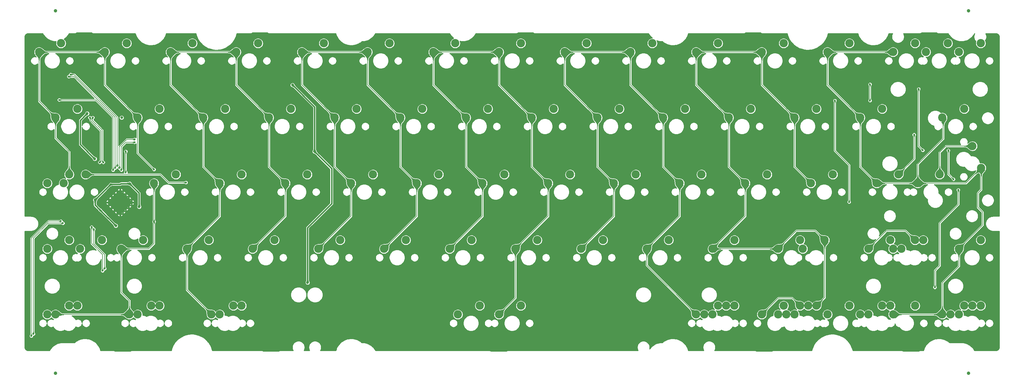
<source format=gbr>
%TF.GenerationSoftware,KiCad,Pcbnew,(5.1.11)-1*%
%TF.CreationDate,2022-10-09T01:58:46+07:00*%
%TF.ProjectId,Eclipse60,45636c69-7073-4653-9630-2e6b69636164,rev?*%
%TF.SameCoordinates,Original*%
%TF.FileFunction,Copper,L1,Top*%
%TF.FilePolarity,Positive*%
%FSLAX46Y46*%
G04 Gerber Fmt 4.6, Leading zero omitted, Abs format (unit mm)*
G04 Created by KiCad (PCBNEW (5.1.11)-1) date 2022-10-09 01:58:46*
%MOMM*%
%LPD*%
G01*
G04 APERTURE LIST*
%TA.AperFunction,ComponentPad*%
%ADD10C,2.400000*%
%TD*%
%TA.AperFunction,SMDPad,CuDef*%
%ADD11C,1.000000*%
%TD*%
%TA.AperFunction,ComponentPad*%
%ADD12C,0.500000*%
%TD*%
%TA.AperFunction,SMDPad,CuDef*%
%ADD13C,0.100000*%
%TD*%
%TA.AperFunction,ViaPad*%
%ADD14C,0.800000*%
%TD*%
%TA.AperFunction,ViaPad*%
%ADD15C,0.600000*%
%TD*%
%TA.AperFunction,Conductor*%
%ADD16C,0.200000*%
%TD*%
%TA.AperFunction,Conductor*%
%ADD17C,0.400000*%
%TD*%
%TA.AperFunction,Conductor*%
%ADD18C,0.250000*%
%TD*%
%TA.AperFunction,Conductor*%
%ADD19C,0.100000*%
%TD*%
%TA.AperFunction,Conductor*%
%ADD20C,0.025400*%
%TD*%
G04 APERTURE END LIST*
D10*
%TO.P,MX58,1*%
%TO.N,C4*%
X210502500Y-92710000D03*
%TO.P,MX58,2*%
%TO.N,Net-(D58-Pad2)*%
X216852500Y-90170000D03*
%TD*%
%TO.P,MX87,2*%
%TO.N,C5*%
X259715000Y-109220000D03*
%TO.P,MX87,1*%
%TO.N,Net-(D68-Pad2)*%
X253365000Y-111760000D03*
%TD*%
%TO.P,MX86,1*%
%TO.N,C4*%
X229552500Y-111760000D03*
%TO.P,MX86,2*%
%TO.N,Net-(D16-Pad2)*%
X235902500Y-109220000D03*
%TD*%
D11*
%TO.P,REF\u002A\u002A,*%
%TO.N,*%
X39099992Y-128799933D03*
%TD*%
%TO.P,REF\u002A\u002A,*%
%TO.N,*%
X303799993Y-128799933D03*
%TD*%
%TO.P,REF\u002A\u002A,*%
%TO.N,*%
X303799996Y-23599996D03*
%TD*%
%TO.P,REF\u002A\u002A,*%
%TO.N,*%
X39099995Y-23599996D03*
%TD*%
D10*
%TO.P,MX84,2*%
%TO.N,C6*%
X307498750Y-69215000D03*
%TO.P,MX84,1*%
%TO.N,Net-(D45-Pad2)*%
X304958750Y-62865000D03*
%TD*%
%TO.P,MX83,1*%
%TO.N,C6*%
X277177500Y-73660000D03*
%TO.P,MX83,2*%
%TO.N,Net-(D30-Pad2)*%
X283527500Y-71120000D03*
%TD*%
%TO.P,MX45,2*%
%TO.N,Net-(D45-Pad2)*%
X295433750Y-71120000D03*
%TO.P,MX45,1*%
%TO.N,C6*%
X289083750Y-73660000D03*
%TD*%
%TO.P,MX82,1*%
%TO.N,C0*%
X62865000Y-111760000D03*
%TO.P,MX82,2*%
%TO.N,Net-(D66-Pad2)*%
X69215000Y-109220000D03*
%TD*%
%TO.P,MX81,1*%
%TO.N,C1*%
X86677500Y-111760000D03*
%TO.P,MX81,2*%
%TO.N,Net-(D67-Pad2)*%
X93027500Y-109220000D03*
%TD*%
%TO.P,MX80,1*%
%TO.N,C0*%
X39052500Y-111760000D03*
%TO.P,MX80,2*%
%TO.N,Net-(D65-Pad2)*%
X45402500Y-109220000D03*
%TD*%
%TO.P,MX79,2*%
%TO.N,Net-(D69-Pad2)*%
X173990000Y-109220000D03*
%TO.P,MX79,1*%
%TO.N,C3*%
X167640000Y-111760000D03*
%TD*%
%TO.P,MX61,1*%
%TO.N,Net-(D68-Pad2)*%
X248602500Y-111760000D03*
%TO.P,MX61,2*%
%TO.N,C5*%
X254952500Y-109220000D03*
%TD*%
%TO.P,MX78,1*%
%TO.N,C6*%
X296227500Y-111760000D03*
%TO.P,MX78,2*%
%TO.N,Net-(D72-Pad2)*%
X302577500Y-109220000D03*
%TD*%
%TO.P,MX77,2*%
%TO.N,C6*%
X278765000Y-109220000D03*
%TO.P,MX77,1*%
%TO.N,Net-(D71-Pad2)*%
X272415000Y-111760000D03*
%TD*%
%TO.P,MX74,1*%
%TO.N,C6*%
X298608750Y-111760000D03*
%TO.P,MX74,2*%
%TO.N,Net-(D72-Pad2)*%
X304958750Y-109220000D03*
%TD*%
%TO.P,MX71,1*%
%TO.N,Net-(D71-Pad2)*%
X274796250Y-111760000D03*
%TO.P,MX71,2*%
%TO.N,C6*%
X281146250Y-109220000D03*
%TD*%
%TO.P,MX69,1*%
%TO.N,Net-(D68-Pad2)*%
X250983750Y-111760000D03*
%TO.P,MX69,2*%
%TO.N,C5*%
X257333750Y-109220000D03*
%TD*%
%TO.P,MX64,1*%
%TO.N,C4*%
X227171250Y-111760000D03*
%TO.P,MX64,2*%
%TO.N,Net-(D16-Pad2)*%
X233521250Y-109220000D03*
%TD*%
%TO.P,MX40,1*%
%TO.N,C3*%
X181927500Y-73660000D03*
%TO.P,MX40,2*%
%TO.N,Net-(D40-Pad2)*%
X188277500Y-71120000D03*
%TD*%
%TO.P,MX34,1*%
%TO.N,C0*%
X67627500Y-73660000D03*
%TO.P,MX34,2*%
%TO.N,Net-(D34-Pad2)*%
X73977500Y-71120000D03*
%TD*%
%TO.P,MX48,2*%
%TO.N,Net-(D70-Pad2)*%
X269240000Y-109220000D03*
%TO.P,MX48,1*%
%TO.N,C5*%
X262890000Y-111760000D03*
%TD*%
%TO.P,MX32,2*%
%TO.N,Net-(D68-Pad2)*%
X250190000Y-109220000D03*
%TO.P,MX32,1*%
%TO.N,C5*%
X243840000Y-111760000D03*
%TD*%
%TO.P,MX16,2*%
%TO.N,Net-(D16-Pad2)*%
X231140000Y-109220000D03*
%TO.P,MX16,1*%
%TO.N,C4*%
X224790000Y-111760000D03*
%TD*%
%TO.P,MX76,1*%
%TO.N,Net-(D62-Pad2)*%
X284321250Y-92710000D03*
%TO.P,MX76,2*%
%TO.N,C6*%
X290671250Y-90170000D03*
%TD*%
%TO.P,MX75,2*%
%TO.N,C6*%
X288290000Y-90170000D03*
%TO.P,MX75,1*%
%TO.N,Net-(D62-Pad2)*%
X281940000Y-92710000D03*
%TD*%
%TO.P,MX47,2*%
%TO.N,C5*%
X262096250Y-90170000D03*
%TO.P,MX47,1*%
%TO.N,Net-(D60-Pad2)*%
X255746250Y-92710000D03*
%TD*%
%TO.P,MX46,2*%
%TO.N,Net-(D14-Pad2)*%
X297815000Y-33020000D03*
%TO.P,MX46,1*%
%TO.N,C6*%
X291465000Y-35560000D03*
%TD*%
D12*
%TO.P,U1,45*%
%TO.N,GND*%
X54511953Y-79231250D03*
X55333965Y-80053262D03*
X56155977Y-80875273D03*
X56977988Y-81697285D03*
X57800000Y-82519297D03*
X55333965Y-78409238D03*
X56155977Y-79231250D03*
X56977988Y-80053262D03*
X57800000Y-80875273D03*
X58622012Y-81697285D03*
X56155977Y-77587227D03*
X56977988Y-78409238D03*
X57800000Y-79231250D03*
X58622012Y-80053262D03*
X59444023Y-80875273D03*
X56977988Y-76765215D03*
X57800000Y-77587227D03*
X58622012Y-78409238D03*
X59444023Y-79231250D03*
X60266035Y-80053262D03*
X57800000Y-75943203D03*
X58622012Y-76765215D03*
X59444023Y-77587227D03*
X60266035Y-78409238D03*
X61088047Y-79231250D03*
%TA.AperFunction,SMDPad,CuDef*%
D13*
G36*
X54158400Y-79231250D02*
G01*
X57800000Y-75589650D01*
X61441600Y-79231250D01*
X57800000Y-82872850D01*
X54158400Y-79231250D01*
G37*
%TD.AperFunction*%
%TD*%
D10*
%TO.P,MX31,1*%
%TO.N,C0*%
X46196250Y-92710000D03*
%TO.P,MX31,2*%
%TO.N,Net-(D49-Pad2)*%
X52546250Y-90170000D03*
%TD*%
%TO.P,MX30,2*%
%TO.N,Net-(D30-Pad2)*%
X302577500Y-52070000D03*
%TO.P,MX30,1*%
%TO.N,C6*%
X296227500Y-54610000D03*
%TD*%
%TO.P,MX73,2*%
%TO.N,Net-(D72-Pad2)*%
X307340000Y-109220000D03*
%TO.P,MX73,1*%
%TO.N,C6*%
X300990000Y-111760000D03*
%TD*%
%TO.P,MX72,1*%
%TO.N,C6*%
X281940000Y-111760000D03*
%TO.P,MX72,2*%
%TO.N,Net-(D71-Pad2)*%
X288290000Y-109220000D03*
%TD*%
%TO.P,MX70,2*%
%TO.N,Net-(D69-Pad2)*%
X162083750Y-109220000D03*
%TO.P,MX70,1*%
%TO.N,C3*%
X155733750Y-111760000D03*
%TD*%
%TO.P,MX68,1*%
%TO.N,C1*%
X84296250Y-111760000D03*
%TO.P,MX68,2*%
%TO.N,Net-(D67-Pad2)*%
X90646250Y-109220000D03*
%TD*%
%TO.P,MX67,1*%
%TO.N,C0*%
X60483750Y-111760000D03*
%TO.P,MX67,2*%
%TO.N,Net-(D66-Pad2)*%
X66833750Y-109220000D03*
%TD*%
%TO.P,MX66,1*%
%TO.N,C0*%
X36671250Y-111760000D03*
%TO.P,MX66,2*%
%TO.N,Net-(D65-Pad2)*%
X43021250Y-109220000D03*
%TD*%
%TO.P,MX65,1*%
%TO.N,Net-(D33-Pad2)*%
X36671250Y-73660000D03*
%TO.P,MX65,2*%
%TO.N,C0*%
X43021250Y-71120000D03*
%TD*%
%TO.P,MX62,1*%
%TO.N,C6*%
X274796250Y-92710000D03*
%TO.P,MX62,2*%
%TO.N,Net-(D62-Pad2)*%
X281146250Y-90170000D03*
%TD*%
%TO.P,MX63,1*%
%TO.N,C6*%
X300990000Y-92710000D03*
%TO.P,MX63,2*%
%TO.N,Net-(D63-Pad2)*%
X307340000Y-90170000D03*
%TD*%
%TO.P,MX60,1*%
%TO.N,C5*%
X248602500Y-92710000D03*
%TO.P,MX60,2*%
%TO.N,Net-(D60-Pad2)*%
X254952500Y-90170000D03*
%TD*%
%TO.P,MX59,1*%
%TO.N,C5*%
X229552500Y-92710000D03*
%TO.P,MX59,2*%
%TO.N,Net-(D59-Pad2)*%
X235902500Y-90170000D03*
%TD*%
%TO.P,MX57,1*%
%TO.N,C4*%
X191452500Y-92710000D03*
%TO.P,MX57,2*%
%TO.N,Net-(D57-Pad2)*%
X197802500Y-90170000D03*
%TD*%
%TO.P,MX56,1*%
%TO.N,C3*%
X172402500Y-92710000D03*
%TO.P,MX56,2*%
%TO.N,Net-(D56-Pad2)*%
X178752500Y-90170000D03*
%TD*%
%TO.P,MX55,1*%
%TO.N,C3*%
X153352500Y-92710000D03*
%TO.P,MX55,2*%
%TO.N,Net-(D55-Pad2)*%
X159702500Y-90170000D03*
%TD*%
%TO.P,MX54,1*%
%TO.N,C2*%
X134302500Y-92710000D03*
%TO.P,MX54,2*%
%TO.N,Net-(D54-Pad2)*%
X140652500Y-90170000D03*
%TD*%
%TO.P,MX53,1*%
%TO.N,C2*%
X115252500Y-92710000D03*
%TO.P,MX53,2*%
%TO.N,Net-(D53-Pad2)*%
X121602500Y-90170000D03*
%TD*%
%TO.P,MX52,1*%
%TO.N,C1*%
X96202500Y-92710000D03*
%TO.P,MX52,2*%
%TO.N,Net-(D52-Pad2)*%
X102552500Y-90170000D03*
%TD*%
%TO.P,MX51,1*%
%TO.N,C1*%
X77152500Y-92710000D03*
%TO.P,MX51,2*%
%TO.N,Net-(D51-Pad2)*%
X83502500Y-90170000D03*
%TD*%
%TO.P,MX50,1*%
%TO.N,C0*%
X58102500Y-92710000D03*
%TO.P,MX50,2*%
%TO.N,Net-(D50-Pad2)*%
X64452500Y-90170000D03*
%TD*%
%TO.P,MX49,1*%
%TO.N,C0*%
X36671250Y-92710000D03*
%TO.P,MX49,2*%
%TO.N,Net-(D49-Pad2)*%
X43021250Y-90170000D03*
%TD*%
%TO.P,MX33,1*%
%TO.N,C0*%
X41433750Y-73660000D03*
%TO.P,MX33,2*%
%TO.N,Net-(D33-Pad2)*%
X47783750Y-71120000D03*
%TD*%
%TO.P,MX44,1*%
%TO.N,C5*%
X258127500Y-73660000D03*
%TO.P,MX44,2*%
%TO.N,Net-(D44-Pad2)*%
X264477500Y-71120000D03*
%TD*%
%TO.P,MX43,1*%
%TO.N,C5*%
X239077500Y-73660000D03*
%TO.P,MX43,2*%
%TO.N,Net-(D43-Pad2)*%
X245427500Y-71120000D03*
%TD*%
%TO.P,MX42,1*%
%TO.N,C4*%
X220027500Y-73660000D03*
%TO.P,MX42,2*%
%TO.N,Net-(D42-Pad2)*%
X226377500Y-71120000D03*
%TD*%
%TO.P,MX41,1*%
%TO.N,C4*%
X200977500Y-73660000D03*
%TO.P,MX41,2*%
%TO.N,Net-(D41-Pad2)*%
X207327500Y-71120000D03*
%TD*%
%TO.P,MX39,1*%
%TO.N,C3*%
X162877500Y-73660000D03*
%TO.P,MX39,2*%
%TO.N,Net-(D39-Pad2)*%
X169227500Y-71120000D03*
%TD*%
%TO.P,MX38,1*%
%TO.N,C2*%
X143827500Y-73660000D03*
%TO.P,MX38,2*%
%TO.N,Net-(D38-Pad2)*%
X150177500Y-71120000D03*
%TD*%
%TO.P,MX37,1*%
%TO.N,C2*%
X124777500Y-73660000D03*
%TO.P,MX37,2*%
%TO.N,Net-(D37-Pad2)*%
X131127500Y-71120000D03*
%TD*%
%TO.P,MX36,1*%
%TO.N,C1*%
X105727500Y-73660000D03*
%TO.P,MX36,2*%
%TO.N,Net-(D36-Pad2)*%
X112077500Y-71120000D03*
%TD*%
%TO.P,MX35,1*%
%TO.N,C1*%
X86677500Y-73660000D03*
%TO.P,MX35,2*%
%TO.N,Net-(D35-Pad2)*%
X93027500Y-71120000D03*
%TD*%
%TO.P,MX17,1*%
%TO.N,C0*%
X39052500Y-54610000D03*
%TO.P,MX17,2*%
%TO.N,Net-(D17-Pad2)*%
X45402500Y-52070000D03*
%TD*%
%TO.P,MX29,1*%
%TO.N,C6*%
X272415000Y-54610000D03*
%TO.P,MX29,2*%
%TO.N,Net-(D29-Pad2)*%
X278765000Y-52070000D03*
%TD*%
%TO.P,MX28,1*%
%TO.N,C5*%
X253365000Y-54610000D03*
%TO.P,MX28,2*%
%TO.N,Net-(D28-Pad2)*%
X259715000Y-52070000D03*
%TD*%
%TO.P,MX27,1*%
%TO.N,C5*%
X234315000Y-54610000D03*
%TO.P,MX27,2*%
%TO.N,Net-(D27-Pad2)*%
X240665000Y-52070000D03*
%TD*%
%TO.P,MX26,1*%
%TO.N,C4*%
X215265000Y-54610000D03*
%TO.P,MX26,2*%
%TO.N,Net-(D26-Pad2)*%
X221615000Y-52070000D03*
%TD*%
%TO.P,MX25,1*%
%TO.N,C4*%
X196215000Y-54610000D03*
%TO.P,MX25,2*%
%TO.N,Net-(D25-Pad2)*%
X202565000Y-52070000D03*
%TD*%
%TO.P,MX24,1*%
%TO.N,C3*%
X177165000Y-54610000D03*
%TO.P,MX24,2*%
%TO.N,Net-(D24-Pad2)*%
X183515000Y-52070000D03*
%TD*%
%TO.P,MX23,1*%
%TO.N,C3*%
X158115000Y-54610000D03*
%TO.P,MX23,2*%
%TO.N,Net-(D23-Pad2)*%
X164465000Y-52070000D03*
%TD*%
%TO.P,MX22,1*%
%TO.N,C2*%
X139065000Y-54610000D03*
%TO.P,MX22,2*%
%TO.N,Net-(D22-Pad2)*%
X145415000Y-52070000D03*
%TD*%
%TO.P,MX21,1*%
%TO.N,C2*%
X120015000Y-54610000D03*
%TO.P,MX21,2*%
%TO.N,Net-(D21-Pad2)*%
X126365000Y-52070000D03*
%TD*%
%TO.P,MX20,1*%
%TO.N,C1*%
X100965000Y-54610000D03*
%TO.P,MX20,2*%
%TO.N,Net-(D20-Pad2)*%
X107315000Y-52070000D03*
%TD*%
%TO.P,MX19,1*%
%TO.N,C1*%
X81915000Y-54610000D03*
%TO.P,MX19,2*%
%TO.N,Net-(D19-Pad2)*%
X88265000Y-52070000D03*
%TD*%
%TO.P,MX18,1*%
%TO.N,C0*%
X62865000Y-54610000D03*
%TO.P,MX18,2*%
%TO.N,Net-(D18-Pad2)*%
X69215000Y-52070000D03*
%TD*%
%TO.P,MX15,1*%
%TO.N,C6*%
X300990000Y-35560000D03*
%TO.P,MX15,2*%
%TO.N,Net-(D15-Pad2)*%
X307340000Y-33020000D03*
%TD*%
%TO.P,MX14,1*%
%TO.N,C6*%
X281940000Y-35560000D03*
%TO.P,MX14,2*%
%TO.N,Net-(D14-Pad2)*%
X288290000Y-33020000D03*
%TD*%
%TO.P,MX13,1*%
%TO.N,C6*%
X262890000Y-35560000D03*
%TO.P,MX13,2*%
%TO.N,Net-(D13-Pad2)*%
X269240000Y-33020000D03*
%TD*%
%TO.P,MX12,1*%
%TO.N,C5*%
X243840000Y-35560000D03*
%TO.P,MX12,2*%
%TO.N,Net-(D12-Pad2)*%
X250190000Y-33020000D03*
%TD*%
%TO.P,MX11,1*%
%TO.N,C5*%
X224790000Y-35560000D03*
%TO.P,MX11,2*%
%TO.N,Net-(D11-Pad2)*%
X231140000Y-33020000D03*
%TD*%
%TO.P,MX10,1*%
%TO.N,C4*%
X205740000Y-35560000D03*
%TO.P,MX10,2*%
%TO.N,Net-(D10-Pad2)*%
X212090000Y-33020000D03*
%TD*%
%TO.P,MX9,1*%
%TO.N,C4*%
X186690000Y-35560000D03*
%TO.P,MX9,2*%
%TO.N,Net-(D9-Pad2)*%
X193040000Y-33020000D03*
%TD*%
%TO.P,MX8,1*%
%TO.N,C3*%
X167640000Y-35560000D03*
%TO.P,MX8,2*%
%TO.N,Net-(D8-Pad2)*%
X173990000Y-33020000D03*
%TD*%
%TO.P,MX7,1*%
%TO.N,C3*%
X148590000Y-35560000D03*
%TO.P,MX7,2*%
%TO.N,Net-(D7-Pad2)*%
X154940000Y-33020000D03*
%TD*%
%TO.P,MX6,1*%
%TO.N,C2*%
X129540000Y-35560000D03*
%TO.P,MX6,2*%
%TO.N,Net-(D6-Pad2)*%
X135890000Y-33020000D03*
%TD*%
%TO.P,MX5,1*%
%TO.N,C2*%
X110490000Y-35560000D03*
%TO.P,MX5,2*%
%TO.N,Net-(D5-Pad2)*%
X116840000Y-33020000D03*
%TD*%
%TO.P,MX4,1*%
%TO.N,C1*%
X91440000Y-35560000D03*
%TO.P,MX4,2*%
%TO.N,Net-(D4-Pad2)*%
X97790000Y-33020000D03*
%TD*%
%TO.P,MX3,1*%
%TO.N,C1*%
X72390000Y-35560000D03*
%TO.P,MX3,2*%
%TO.N,Net-(D3-Pad2)*%
X78740000Y-33020000D03*
%TD*%
%TO.P,MX2,1*%
%TO.N,C0*%
X53340000Y-35560000D03*
%TO.P,MX2,2*%
%TO.N,Net-(D2-Pad2)*%
X59690000Y-33020000D03*
%TD*%
%TO.P,MX1,1*%
%TO.N,C0*%
X34290000Y-35560000D03*
%TO.P,MX1,2*%
%TO.N,Net-(D1-Pad2)*%
X40640000Y-33020000D03*
%TD*%
D14*
%TO.N,*%
X58243750Y-54584375D03*
D15*
%TO.N,Net-(D30-Pad2)*%
X288031250Y-59531250D03*
%TO.N,Net-(D33-Pad2)*%
X76903125Y-73431250D03*
%TO.N,D+*%
X52918750Y-67584375D03*
X49868750Y-54584375D03*
%TO.N,D-*%
X49018750Y-54584375D03*
X51868750Y-67584375D03*
D14*
%TO.N,GND*%
X269503125Y-47968750D03*
X293190625Y-101984375D03*
X264615625Y-101984375D03*
X240803125Y-101984375D03*
X216990625Y-101984375D03*
X181271875Y-101984375D03*
X150315625Y-101984375D03*
X121740625Y-101984375D03*
X50303125Y-101984375D03*
X79012500Y-48034375D03*
X291375000Y-48034375D03*
X236606250Y-48034375D03*
X204459375Y-48034375D03*
X173503125Y-48034375D03*
X109209375Y-48034375D03*
X49750000Y-79981250D03*
X59050000Y-85981250D03*
X56300000Y-87481250D03*
X63300000Y-72231250D03*
X60550000Y-72231250D03*
X64800000Y-80481250D03*
X54237500Y-56490625D03*
X143306250Y-48034375D03*
X83640625Y-101984375D03*
X43625000Y-46584375D03*
X97055375Y-69196000D03*
%TO.N,+5V*%
X56550000Y-85981250D03*
X50550000Y-78481250D03*
D15*
X52050000Y-81481250D03*
X55050000Y-73981250D03*
D14*
X63300000Y-80481250D03*
X60550000Y-73761582D03*
X114159375Y-64425000D03*
X112150000Y-102484369D03*
X107784375Y-45112500D03*
X48243750Y-53384375D03*
X50443750Y-66584375D03*
D15*
%TO.N,Net-(RGB18-Pad4)*%
X289343750Y-46284375D03*
X290543750Y-64084375D03*
X297943750Y-64084375D03*
X299443750Y-72484375D03*
X300843750Y-75584375D03*
X294043750Y-103884375D03*
%TO.N,Net-(R4-Pad2)*%
X59425000Y-70520000D03*
X59425000Y-64399990D03*
%TO.N,Net-(R5-Pad1)*%
X55750000Y-69831250D03*
X40125000Y-49450000D03*
%TO.N,C0*%
X67627500Y-69653750D03*
X67627500Y-84781320D03*
%TO.N,R0*%
X56350000Y-69231250D03*
X42883375Y-42684375D03*
%TO.N,R1*%
X56950000Y-68631250D03*
X43452860Y-42084375D03*
%TO.N,R5*%
X275225000Y-44900000D03*
X269175000Y-79100000D03*
X275225000Y-49650000D03*
X265050000Y-49650000D03*
%TO.N,R3*%
X57550000Y-69231250D03*
X62046743Y-60923213D03*
%TO.N,R2*%
X58150000Y-69831250D03*
X62009375Y-61734375D03*
%TO.N,R6*%
X52705000Y-99060000D03*
X49530000Y-86360000D03*
%TO.N,R7*%
X53305000Y-98460000D03*
X50130000Y-86960000D03*
%TO.N,R9*%
X41225000Y-85250000D03*
X32643750Y-117412807D03*
%TO.N,R8*%
X40625000Y-84650000D03*
X32043750Y-118012807D03*
%TD*%
D16*
%TO.N,Net-(D30-Pad2)*%
X288031250Y-66616250D02*
X283527500Y-71120000D01*
X288031250Y-59531250D02*
X288031250Y-66616250D01*
%TO.N,Net-(D33-Pad2)*%
X76903125Y-73431250D02*
X76903125Y-73431250D01*
X69488750Y-71120000D02*
X47783750Y-71120000D01*
X71800000Y-73431250D02*
X69488750Y-71120000D01*
X76903125Y-73431250D02*
X71800000Y-73431250D01*
%TO.N,Net-(D45-Pad2)*%
X295433750Y-71120000D02*
X295433750Y-64666250D01*
X297235000Y-62865000D02*
X304958750Y-62865000D01*
X295433750Y-64666250D02*
X297235000Y-62865000D01*
%TO.N,D+*%
X49668750Y-54784375D02*
X49868750Y-54584375D01*
X52918750Y-67584375D02*
X52618750Y-67284375D01*
X52618750Y-58241175D02*
X49668750Y-55291175D01*
X49668750Y-55291175D02*
X49668750Y-54784375D01*
X52618750Y-67284375D02*
X52618750Y-58241175D01*
%TO.N,D-*%
X52168750Y-67284375D02*
X52168750Y-58427575D01*
X49218750Y-54784375D02*
X49018750Y-54584375D01*
X49218750Y-55477575D02*
X49218750Y-54784375D01*
X52168750Y-58427575D02*
X49218750Y-55477575D01*
X51868750Y-67584375D02*
X52168750Y-67284375D01*
D17*
%TO.N,+5V*%
X50550000Y-79981250D02*
X50550000Y-78481250D01*
X52050000Y-81481250D02*
X50550000Y-79981250D01*
X56550000Y-85981250D02*
X52050000Y-81481250D01*
X50550000Y-78481250D02*
X55050000Y-73981250D01*
X63300000Y-80481250D02*
X63300000Y-76511582D01*
X55050000Y-73981250D02*
X57800000Y-73981250D01*
X63300000Y-76511582D02*
X60550000Y-73761582D01*
X57800000Y-73981250D02*
X58019668Y-73761582D01*
X58019668Y-73761582D02*
X60550000Y-73761582D01*
X112150000Y-86550000D02*
X112150000Y-102484369D01*
X114159375Y-64425000D02*
X119125000Y-69390625D01*
X119125000Y-69390625D02*
X119125000Y-79575000D01*
X119125000Y-79575000D02*
X112150000Y-86550000D01*
X114159375Y-51487500D02*
X107784375Y-45112500D01*
X114159375Y-64425000D02*
X114159375Y-51487500D01*
X46243750Y-62384375D02*
X50443750Y-66584375D01*
X46243750Y-55384375D02*
X46243750Y-62384375D01*
X48243750Y-53384375D02*
X46243750Y-55384375D01*
D16*
%TO.N,Net-(RGB18-Pad4)*%
X289343750Y-62884375D02*
X290543750Y-64084375D01*
X289343750Y-46284375D02*
X289343750Y-62884375D01*
X297943750Y-70984375D02*
X299443750Y-72484375D01*
X297943750Y-64084375D02*
X297943750Y-70984375D01*
X300843750Y-75584375D02*
X300843750Y-79784375D01*
X294043750Y-103884375D02*
X294043750Y-98984375D01*
X294043750Y-98984375D02*
X295443750Y-97584375D01*
X295443750Y-85184375D02*
X300843750Y-79784375D01*
X295443750Y-97584375D02*
X295443750Y-85184375D01*
%TO.N,Net-(R4-Pad2)*%
X59425000Y-70520000D02*
X59425000Y-64399990D01*
%TO.N,Net-(R5-Pad1)*%
X55750000Y-54456250D02*
X55750000Y-69831250D01*
X50743750Y-49450000D02*
X55750000Y-54456250D01*
X40125000Y-49450000D02*
X50743750Y-49450000D01*
%TO.N,C0*%
X34290000Y-49847500D02*
X39052500Y-54610000D01*
X34290000Y-35560000D02*
X34290000Y-49847500D01*
X62865000Y-64891250D02*
X67627500Y-69653750D01*
X62865000Y-54610000D02*
X62865000Y-64891250D01*
X34290000Y-35560000D02*
X53340000Y-35560000D01*
X60483750Y-107733750D02*
X60483750Y-111760000D01*
X58102500Y-105352500D02*
X60483750Y-107733750D01*
X58102500Y-92710000D02*
X58102500Y-105352500D01*
X53340000Y-45085000D02*
X62865000Y-54610000D01*
X53340000Y-35560000D02*
X53340000Y-45085000D01*
X66071250Y-92710000D02*
X58102500Y-92710000D01*
X67627500Y-91153750D02*
X66071250Y-92710000D01*
X67627500Y-84781320D02*
X67627500Y-91153750D01*
X67627500Y-73660000D02*
X67627500Y-84781320D01*
X39052500Y-54610000D02*
X39052500Y-60527500D01*
X43021250Y-64496250D02*
X43021250Y-71120000D01*
X39052500Y-60527500D02*
X43021250Y-64496250D01*
X39052500Y-111760000D02*
X60483750Y-111760000D01*
%TO.N,C1*%
X72390000Y-35560000D02*
X91440000Y-35560000D01*
X91440000Y-45085000D02*
X100965000Y-54610000D01*
X91440000Y-35560000D02*
X91440000Y-45085000D01*
X100965000Y-68897500D02*
X105727500Y-73660000D01*
X100965000Y-54610000D02*
X100965000Y-68897500D01*
X81915000Y-68897500D02*
X86677500Y-73660000D01*
X81915000Y-54610000D02*
X81915000Y-68897500D01*
X72390000Y-45085000D02*
X81915000Y-54610000D01*
X72390000Y-35560000D02*
X72390000Y-45085000D01*
X105727500Y-83185000D02*
X96202500Y-92710000D01*
X105727500Y-73660000D02*
X105727500Y-83185000D01*
X86677500Y-83185000D02*
X77152500Y-92710000D01*
X86677500Y-73660000D02*
X86677500Y-83185000D01*
X77152500Y-104616250D02*
X84296250Y-111760000D01*
X77152500Y-92710000D02*
X77152500Y-104616250D01*
%TO.N,C2*%
X110490000Y-35560000D02*
X129540000Y-35560000D01*
X139065000Y-68897500D02*
X143827500Y-73660000D01*
X139065000Y-54610000D02*
X139065000Y-68897500D01*
X110490000Y-45085000D02*
X120015000Y-54610000D01*
X110490000Y-35560000D02*
X110490000Y-45085000D01*
X129540000Y-45085000D02*
X139065000Y-54610000D01*
X129540000Y-35560000D02*
X129540000Y-45085000D01*
X120015000Y-68897500D02*
X124777500Y-73660000D01*
X120015000Y-54610000D02*
X120015000Y-68897500D01*
X124777500Y-83185000D02*
X115252500Y-92710000D01*
X124777500Y-73660000D02*
X124777500Y-83185000D01*
X143827500Y-83185000D02*
X134302500Y-92710000D01*
X143827500Y-73660000D02*
X143827500Y-83185000D01*
%TO.N,C3*%
X148590000Y-35560000D02*
X167640000Y-35560000D01*
X177165000Y-68897500D02*
X181927500Y-73660000D01*
X177165000Y-54610000D02*
X177165000Y-68897500D01*
X167640000Y-45085000D02*
X177165000Y-54610000D01*
X167640000Y-35560000D02*
X167640000Y-45085000D01*
X148590000Y-45085000D02*
X158115000Y-54610000D01*
X148590000Y-35560000D02*
X148590000Y-45085000D01*
X158115000Y-68897500D02*
X162877500Y-73660000D01*
X158115000Y-54610000D02*
X158115000Y-68897500D01*
X162877500Y-83185000D02*
X153352500Y-92710000D01*
X162877500Y-73660000D02*
X162877500Y-83185000D01*
X181927500Y-83185000D02*
X172402500Y-92710000D01*
X181927500Y-73660000D02*
X181927500Y-83185000D01*
X172402500Y-106997500D02*
X167640000Y-111760000D01*
X172402500Y-92710000D02*
X172402500Y-106997500D01*
%TO.N,C4*%
X186690000Y-35560000D02*
X205740000Y-35560000D01*
X215265000Y-68897500D02*
X220027500Y-73660000D01*
X215265000Y-54610000D02*
X215265000Y-68897500D01*
X205740000Y-45085000D02*
X215265000Y-54610000D01*
X205740000Y-35560000D02*
X205740000Y-45085000D01*
X186690000Y-45085000D02*
X196215000Y-54610000D01*
X186690000Y-35560000D02*
X186690000Y-45085000D01*
X200977500Y-83185000D02*
X191452500Y-92710000D01*
X200977500Y-73660000D02*
X200977500Y-83185000D01*
X220027500Y-83185000D02*
X210502500Y-92710000D01*
X220027500Y-73660000D02*
X220027500Y-83185000D01*
X196215000Y-68897500D02*
X200977500Y-73660000D01*
X196215000Y-54610000D02*
X196215000Y-68897500D01*
X210502500Y-97472500D02*
X224790000Y-111760000D01*
X210502500Y-92710000D02*
X210502500Y-97472500D01*
%TO.N,C5*%
X224790000Y-35560000D02*
X243840000Y-35560000D01*
X253365000Y-68897500D02*
X258127500Y-73660000D01*
X253365000Y-54610000D02*
X253365000Y-68897500D01*
X243840000Y-45085000D02*
X253365000Y-54610000D01*
X243840000Y-35560000D02*
X243840000Y-45085000D01*
X239077500Y-83185000D02*
X229552500Y-92710000D01*
X239077500Y-73660000D02*
X239077500Y-83185000D01*
X234315000Y-68897500D02*
X239077500Y-73660000D01*
X234315000Y-54610000D02*
X234315000Y-68897500D01*
X224790000Y-45085000D02*
X234315000Y-54610000D01*
X224790000Y-35560000D02*
X224790000Y-45085000D01*
X243840000Y-111760000D02*
X248600000Y-107000000D01*
X252732500Y-107000000D02*
X254952500Y-109220000D01*
X248600000Y-107000000D02*
X252732500Y-107000000D01*
X229552500Y-92710000D02*
X248602500Y-92710000D01*
X248602500Y-92710000D02*
X253862500Y-87450000D01*
X259376250Y-87450000D02*
X262096250Y-90170000D01*
X253862500Y-87450000D02*
X259376250Y-87450000D01*
X262096250Y-106838750D02*
X259715000Y-109220000D01*
X262096250Y-90170000D02*
X262096250Y-106838750D01*
%TO.N,C6*%
X262890000Y-35560000D02*
X281940000Y-35560000D01*
X274796250Y-92710000D02*
X280056250Y-87450000D01*
X285570000Y-87450000D02*
X288290000Y-90170000D01*
X280056250Y-87450000D02*
X285570000Y-87450000D01*
X281940000Y-111760000D02*
X296227500Y-111760000D01*
X300990000Y-97785000D02*
X300990000Y-92710000D01*
X296227500Y-102547500D02*
X300990000Y-97785000D01*
X296227500Y-111760000D02*
X296227500Y-102547500D01*
X277177500Y-73660000D02*
X289083750Y-73660000D01*
X303053750Y-73660000D02*
X307498750Y-69215000D01*
X289083750Y-73660000D02*
X303053750Y-73660000D01*
X272415000Y-68897500D02*
X277177500Y-73660000D01*
X272415000Y-54610000D02*
X272415000Y-68897500D01*
X262890000Y-45085000D02*
X272415000Y-54610000D01*
X262890000Y-35560000D02*
X262890000Y-45085000D01*
X307498750Y-69215000D02*
X307498750Y-75526250D01*
X307498750Y-75526250D02*
X306500000Y-76525000D01*
X306500000Y-76525000D02*
X306500000Y-80650000D01*
X306500000Y-80650000D02*
X307850000Y-82000000D01*
X307850000Y-85850000D02*
X300990000Y-92710000D01*
X307850000Y-82000000D02*
X307850000Y-85850000D01*
X289083750Y-73660000D02*
X289083750Y-68144375D01*
X296457651Y-60770474D02*
X296457651Y-54610000D01*
X289083750Y-68144375D02*
X296457651Y-60770474D01*
%TO.N,R0*%
X44543824Y-42684375D02*
X42883375Y-42684375D01*
X56350000Y-54490551D02*
X44543824Y-42684375D01*
X56350000Y-69231250D02*
X56350000Y-54490551D01*
%TO.N,R1*%
X43452860Y-42084375D02*
X44509522Y-42084375D01*
X56950000Y-54524853D02*
X56950000Y-68631250D01*
X44509522Y-42084375D02*
X56950000Y-54524853D01*
%TO.N,R5*%
X275225000Y-44900000D02*
X275225000Y-49650000D01*
X275225000Y-49650000D02*
X275225000Y-49650000D01*
X269175000Y-68350000D02*
X269175000Y-79100000D01*
X265050000Y-64225000D02*
X269175000Y-68350000D01*
X265050000Y-49650000D02*
X265050000Y-64225000D01*
%TO.N,R3*%
X57550000Y-69231250D02*
X57550000Y-63115552D01*
X59742339Y-60923213D02*
X62046743Y-60923213D01*
X57550000Y-63115552D02*
X59742339Y-60923213D01*
%TO.N,R2*%
X58150000Y-69831250D02*
X58150000Y-63081250D01*
X59496875Y-61734375D02*
X58150000Y-63081250D01*
X62009375Y-61734375D02*
X59496875Y-61734375D01*
%TO.N,R6*%
X49530000Y-91180000D02*
X49530000Y-86360000D01*
X52705000Y-94355000D02*
X49530000Y-91180000D01*
X52705000Y-99060000D02*
X52705000Y-94355000D01*
%TO.N,R7*%
X53305000Y-98460000D02*
X53305000Y-94389302D01*
X50130000Y-91214302D02*
X50130000Y-86960000D01*
X53305000Y-94389302D02*
X50130000Y-91214302D01*
%TO.N,R9*%
X32643750Y-117412807D02*
X32643750Y-117412807D01*
X41225000Y-85250000D02*
X36975000Y-85250000D01*
X32643750Y-89581250D02*
X32643750Y-117412807D01*
X36975000Y-85250000D02*
X32643750Y-89581250D01*
%TO.N,R8*%
X32043750Y-118012807D02*
X32043750Y-89615552D01*
X32043750Y-89615552D02*
X37009302Y-84650000D01*
X37009302Y-84650000D02*
X40625000Y-84650000D01*
%TD*%
D18*
%TO.N,GND*%
X49549868Y-29998150D02*
X49736621Y-30097972D01*
X49939259Y-30159441D01*
X50097190Y-30174996D01*
X62213543Y-30175002D01*
X62213902Y-30176656D01*
X62218602Y-30190911D01*
X62440505Y-30848419D01*
X62480522Y-30937256D01*
X62519292Y-31026639D01*
X62526671Y-31039709D01*
X62872057Y-31641593D01*
X62928579Y-31720984D01*
X62983962Y-31801119D01*
X62993732Y-31812498D01*
X62993738Y-31812506D01*
X62993744Y-31812512D01*
X63449456Y-32335842D01*
X63520289Y-32402711D01*
X63590213Y-32470592D01*
X63602016Y-32479864D01*
X64150702Y-32904717D01*
X64233206Y-32956574D01*
X64314952Y-33009561D01*
X64328328Y-33016362D01*
X64328332Y-33016365D01*
X64328336Y-33016367D01*
X64949088Y-33326552D01*
X65040082Y-33361392D01*
X65130574Y-33397497D01*
X65145014Y-33401569D01*
X65145021Y-33401572D01*
X65145028Y-33401573D01*
X65814205Y-33585280D01*
X65910217Y-33601780D01*
X66006018Y-33619623D01*
X66020974Y-33620814D01*
X66020980Y-33620814D01*
X66713101Y-33671044D01*
X66810539Y-33668579D01*
X66907927Y-33667476D01*
X66922834Y-33665739D01*
X66922838Y-33665739D01*
X66922842Y-33665738D01*
X67611533Y-33580580D01*
X67706620Y-33559240D01*
X67801960Y-33539237D01*
X67816241Y-33534639D01*
X67816245Y-33534638D01*
X67816248Y-33534637D01*
X68475286Y-33317330D01*
X68564405Y-33277933D01*
X68654053Y-33239789D01*
X68667170Y-33232503D01*
X68667175Y-33232501D01*
X68667179Y-33232498D01*
X69271455Y-32891325D01*
X69302138Y-32869801D01*
X77215000Y-32869801D01*
X77215000Y-33170199D01*
X77273605Y-33464826D01*
X77388562Y-33742358D01*
X77555455Y-33992131D01*
X77767869Y-34204545D01*
X78017642Y-34371438D01*
X78295174Y-34486395D01*
X78589801Y-34545000D01*
X78890199Y-34545000D01*
X79184826Y-34486395D01*
X79462358Y-34371438D01*
X79712131Y-34204545D01*
X79924545Y-33992131D01*
X80091438Y-33742358D01*
X80206395Y-33464826D01*
X80265000Y-33170199D01*
X80265000Y-32869801D01*
X80206395Y-32575174D01*
X80091438Y-32297642D01*
X79924545Y-32047869D01*
X79712131Y-31835455D01*
X79462358Y-31668562D01*
X79184826Y-31553605D01*
X78890199Y-31495000D01*
X78589801Y-31495000D01*
X78295174Y-31553605D01*
X78017642Y-31668562D01*
X77767869Y-31835455D01*
X77555455Y-32047869D01*
X77388562Y-32297642D01*
X77273605Y-32575174D01*
X77215000Y-32869801D01*
X69302138Y-32869801D01*
X69351201Y-32835384D01*
X69431758Y-32780537D01*
X69443214Y-32770839D01*
X69969718Y-32318788D01*
X70037097Y-32248405D01*
X70105448Y-32178974D01*
X70114802Y-32167236D01*
X70543475Y-31621529D01*
X70595892Y-31539412D01*
X70649462Y-31458017D01*
X70656359Y-31444686D01*
X70970873Y-30826110D01*
X71006349Y-30735359D01*
X71043084Y-30645120D01*
X71047260Y-30630703D01*
X71175789Y-30175001D01*
X79781455Y-30175003D01*
X79911403Y-30716273D01*
X79920900Y-30744494D01*
X79926871Y-30773663D01*
X79969136Y-30889985D01*
X80321602Y-31709648D01*
X80337675Y-31739414D01*
X80350216Y-31770819D01*
X80412404Y-31877805D01*
X80412412Y-31877819D01*
X80412416Y-31877824D01*
X80904456Y-32622110D01*
X80925540Y-32648552D01*
X80943450Y-32677249D01*
X81023611Y-32771543D01*
X81639682Y-33416938D01*
X81665117Y-33439229D01*
X81687824Y-33464300D01*
X81783416Y-33542908D01*
X82504040Y-34069006D01*
X82533020Y-34086441D01*
X82559808Y-34107094D01*
X82667810Y-34167532D01*
X83470209Y-34557704D01*
X83501819Y-34569731D01*
X83531840Y-34585314D01*
X83648838Y-34625672D01*
X84507649Y-34867585D01*
X84540888Y-34873824D01*
X84573196Y-34883845D01*
X84695491Y-34902846D01*
X85583568Y-34988853D01*
X85617390Y-34989108D01*
X85650957Y-34993248D01*
X85774684Y-34990293D01*
X86663957Y-34917677D01*
X86697290Y-34911938D01*
X86731062Y-34910069D01*
X86852310Y-34885250D01*
X87714668Y-34656304D01*
X87746460Y-34644752D01*
X87779364Y-34636933D01*
X87894290Y-34591039D01*
X87894301Y-34591035D01*
X87894305Y-34591033D01*
X88702488Y-34212997D01*
X88731729Y-34196000D01*
X88762731Y-34182476D01*
X88867723Y-34116950D01*
X89596192Y-33601769D01*
X89621962Y-33579862D01*
X89650078Y-33561062D01*
X89741808Y-33477979D01*
X90340123Y-32869801D01*
X96265000Y-32869801D01*
X96265000Y-33170199D01*
X96323605Y-33464826D01*
X96438562Y-33742358D01*
X96605455Y-33992131D01*
X96817869Y-34204545D01*
X97067642Y-34371438D01*
X97345174Y-34486395D01*
X97639801Y-34545000D01*
X97940199Y-34545000D01*
X98234826Y-34486395D01*
X98512358Y-34371438D01*
X98762131Y-34204545D01*
X98974545Y-33992131D01*
X99141438Y-33742358D01*
X99256395Y-33464826D01*
X99315000Y-33170199D01*
X99315000Y-32869801D01*
X115315000Y-32869801D01*
X115315000Y-33170199D01*
X115373605Y-33464826D01*
X115488562Y-33742358D01*
X115655455Y-33992131D01*
X115867869Y-34204545D01*
X116117642Y-34371438D01*
X116395174Y-34486395D01*
X116689801Y-34545000D01*
X116990199Y-34545000D01*
X117284826Y-34486395D01*
X117562358Y-34371438D01*
X117812131Y-34204545D01*
X118024545Y-33992131D01*
X118191438Y-33742358D01*
X118306395Y-33464826D01*
X118365000Y-33170199D01*
X118365000Y-32869801D01*
X118306395Y-32575174D01*
X118191438Y-32297642D01*
X118024545Y-32047869D01*
X117812131Y-31835455D01*
X117562358Y-31668562D01*
X117284826Y-31553605D01*
X116990199Y-31495000D01*
X116689801Y-31495000D01*
X116395174Y-31553605D01*
X116117642Y-31668562D01*
X115867869Y-31835455D01*
X115655455Y-32047869D01*
X115488562Y-32297642D01*
X115373605Y-32575174D01*
X115315000Y-32869801D01*
X99315000Y-32869801D01*
X99256395Y-32575174D01*
X99141438Y-32297642D01*
X98974545Y-32047869D01*
X98762131Y-31835455D01*
X98512358Y-31668562D01*
X98234826Y-31553605D01*
X97940199Y-31495000D01*
X97639801Y-31495000D01*
X97345174Y-31553605D01*
X97067642Y-31668562D01*
X96817869Y-31835455D01*
X96605455Y-32047869D01*
X96438562Y-32297642D01*
X96323605Y-32575174D01*
X96265000Y-32869801D01*
X90340123Y-32869801D01*
X90367533Y-32841940D01*
X90389015Y-32815816D01*
X90413358Y-32792335D01*
X90488925Y-32694321D01*
X90992129Y-31957528D01*
X91008645Y-31928015D01*
X91028448Y-31900589D01*
X91085463Y-31790743D01*
X91450238Y-30976484D01*
X91461266Y-30944514D01*
X91475899Y-30914016D01*
X91512561Y-30795809D01*
X91666560Y-30175001D01*
X95602803Y-30174996D01*
X95760734Y-30159441D01*
X95963372Y-30097972D01*
X96150125Y-29998150D01*
X96184425Y-29970000D01*
X100515567Y-29970000D01*
X100549868Y-29998150D01*
X100736621Y-30097972D01*
X100939259Y-30159441D01*
X101097190Y-30174996D01*
X120348824Y-30175002D01*
X120462242Y-30586534D01*
X120496078Y-30674642D01*
X120528168Y-30763382D01*
X120534719Y-30776886D01*
X120841943Y-31399040D01*
X120893392Y-31481759D01*
X120943701Y-31565221D01*
X120952751Y-31577196D01*
X121374968Y-32127827D01*
X121441517Y-32198991D01*
X121507065Y-32271076D01*
X121518268Y-32281065D01*
X122039395Y-32739201D01*
X122118514Y-32796095D01*
X122196803Y-32854066D01*
X122209732Y-32861689D01*
X122809920Y-33209878D01*
X122898591Y-33250324D01*
X122986638Y-33291980D01*
X123000801Y-33296946D01*
X123000807Y-33296948D01*
X123657190Y-33521928D01*
X123752002Y-33544375D01*
X123846492Y-33568143D01*
X123861348Y-33570263D01*
X123861351Y-33570263D01*
X124548937Y-33663466D01*
X124646288Y-33667069D01*
X124743608Y-33672032D01*
X124758595Y-33671225D01*
X124758598Y-33671225D01*
X125451191Y-33629101D01*
X125547393Y-33613726D01*
X125643820Y-33599692D01*
X125658354Y-33595992D01*
X125658365Y-33595990D01*
X125658374Y-33595987D01*
X126329587Y-33420142D01*
X126421007Y-33386360D01*
X126512834Y-33353877D01*
X126526384Y-33347420D01*
X127150667Y-33044547D01*
X127233752Y-32993672D01*
X127317553Y-32943953D01*
X127329585Y-32934990D01*
X127329591Y-32934987D01*
X127329596Y-32934983D01*
X127415843Y-32869801D01*
X134365000Y-32869801D01*
X134365000Y-33170199D01*
X134423605Y-33464826D01*
X134538562Y-33742358D01*
X134705455Y-33992131D01*
X134917869Y-34204545D01*
X135167642Y-34371438D01*
X135445174Y-34486395D01*
X135739801Y-34545000D01*
X136040199Y-34545000D01*
X136334826Y-34486395D01*
X136612358Y-34371438D01*
X136862131Y-34204545D01*
X137074545Y-33992131D01*
X137241438Y-33742358D01*
X137356395Y-33464826D01*
X137415000Y-33170199D01*
X137415000Y-32869801D01*
X137356395Y-32575174D01*
X137241438Y-32297642D01*
X137074545Y-32047869D01*
X136862131Y-31835455D01*
X136612358Y-31668562D01*
X136334826Y-31553605D01*
X136040199Y-31495000D01*
X135739801Y-31495000D01*
X135445174Y-31553605D01*
X135167642Y-31668562D01*
X134917869Y-31835455D01*
X134705455Y-32047869D01*
X134538562Y-32297642D01*
X134423605Y-32575174D01*
X134365000Y-32869801D01*
X127415843Y-32869801D01*
X127883156Y-32516625D01*
X127893425Y-32507156D01*
X127904457Y-32500001D01*
X128077807Y-32500001D01*
X128107044Y-32497121D01*
X128439590Y-32478946D01*
X128513221Y-32467642D01*
X128587382Y-32460536D01*
X128602092Y-32457551D01*
X129222688Y-32327080D01*
X129315670Y-32297812D01*
X129408961Y-32269871D01*
X129422811Y-32264086D01*
X130006245Y-32015559D01*
X130091727Y-31968812D01*
X130177859Y-31923260D01*
X130190321Y-31914895D01*
X130714371Y-31557778D01*
X130789150Y-31495314D01*
X130864789Y-31433904D01*
X130875383Y-31423282D01*
X130875389Y-31423277D01*
X130875394Y-31423271D01*
X131320096Y-30971173D01*
X131381333Y-30895356D01*
X131443589Y-30820440D01*
X131451919Y-30807963D01*
X131451923Y-30807958D01*
X131451926Y-30807953D01*
X131800345Y-30278086D01*
X131845688Y-30191821D01*
X131854830Y-30175002D01*
X153330761Y-30175002D01*
X153333393Y-30181067D01*
X153380702Y-30266216D01*
X153426840Y-30352058D01*
X153435288Y-30364462D01*
X153435290Y-30364464D01*
X153796045Y-30886304D01*
X153859011Y-30960665D01*
X153920925Y-31035888D01*
X153931622Y-31046416D01*
X154386866Y-31488246D01*
X154463106Y-31548984D01*
X154477615Y-31560878D01*
X154217642Y-31668562D01*
X153967869Y-31835455D01*
X153755455Y-32047869D01*
X153588562Y-32297642D01*
X153473605Y-32575174D01*
X153415000Y-32869801D01*
X153415000Y-33170199D01*
X153473605Y-33464826D01*
X153588562Y-33742358D01*
X153755455Y-33992131D01*
X153967869Y-34204545D01*
X154217642Y-34371438D01*
X154495174Y-34486395D01*
X154789801Y-34545000D01*
X155090199Y-34545000D01*
X155384826Y-34486395D01*
X155662358Y-34371438D01*
X155912131Y-34204545D01*
X156124545Y-33992131D01*
X156291438Y-33742358D01*
X156406395Y-33464826D01*
X156465000Y-33170199D01*
X156465000Y-32869801D01*
X172465000Y-32869801D01*
X172465000Y-33170199D01*
X172523605Y-33464826D01*
X172638562Y-33742358D01*
X172805455Y-33992131D01*
X173017869Y-34204545D01*
X173267642Y-34371438D01*
X173545174Y-34486395D01*
X173839801Y-34545000D01*
X174140199Y-34545000D01*
X174434826Y-34486395D01*
X174712358Y-34371438D01*
X174962131Y-34204545D01*
X175174545Y-33992131D01*
X175341438Y-33742358D01*
X175456395Y-33464826D01*
X175515000Y-33170199D01*
X175515000Y-32869801D01*
X191515000Y-32869801D01*
X191515000Y-33170199D01*
X191573605Y-33464826D01*
X191688562Y-33742358D01*
X191855455Y-33992131D01*
X192067869Y-34204545D01*
X192317642Y-34371438D01*
X192595174Y-34486395D01*
X192889801Y-34545000D01*
X193190199Y-34545000D01*
X193484826Y-34486395D01*
X193762358Y-34371438D01*
X194012131Y-34204545D01*
X194224545Y-33992131D01*
X194391438Y-33742358D01*
X194506395Y-33464826D01*
X194565000Y-33170199D01*
X194565000Y-32869801D01*
X194506395Y-32575174D01*
X194391438Y-32297642D01*
X194224545Y-32047869D01*
X194012131Y-31835455D01*
X193762358Y-31668562D01*
X193484826Y-31553605D01*
X193190199Y-31495000D01*
X192889801Y-31495000D01*
X192595174Y-31553605D01*
X192317642Y-31668562D01*
X192067869Y-31835455D01*
X191855455Y-32047869D01*
X191688562Y-32297642D01*
X191573605Y-32575174D01*
X191515000Y-32869801D01*
X175515000Y-32869801D01*
X175456395Y-32575174D01*
X175341438Y-32297642D01*
X175174545Y-32047869D01*
X174962131Y-31835455D01*
X174712358Y-31668562D01*
X174434826Y-31553605D01*
X174140199Y-31495000D01*
X173839801Y-31495000D01*
X173545174Y-31553605D01*
X173267642Y-31668562D01*
X173017869Y-31835455D01*
X172805455Y-32047869D01*
X172638562Y-32297642D01*
X172523605Y-32575174D01*
X172465000Y-32869801D01*
X156465000Y-32869801D01*
X156406395Y-32575174D01*
X156335879Y-32404931D01*
X156684199Y-32469761D01*
X156781306Y-32478160D01*
X156878213Y-32487906D01*
X156893211Y-32487839D01*
X156893222Y-32487840D01*
X156893232Y-32487839D01*
X157527580Y-32480567D01*
X157624398Y-32469952D01*
X157721420Y-32460684D01*
X157736131Y-32457703D01*
X158356994Y-32327357D01*
X158449967Y-32298120D01*
X158543285Y-32270199D01*
X158557137Y-32264418D01*
X159140858Y-32015960D01*
X159226375Y-31969224D01*
X159312496Y-31923709D01*
X159324961Y-31915347D01*
X159849306Y-31558243D01*
X159924096Y-31495804D01*
X159999758Y-31434410D01*
X160010361Y-31423786D01*
X160455358Y-30971637D01*
X160516597Y-30895860D01*
X160578892Y-30820941D01*
X160587229Y-30808460D01*
X160935929Y-30278489D01*
X160981273Y-30192281D01*
X160990671Y-30175002D01*
X172602802Y-30174995D01*
X172760733Y-30159440D01*
X172963371Y-30097971D01*
X173150124Y-29998149D01*
X173184423Y-29970000D01*
X177515567Y-29970000D01*
X177549868Y-29998150D01*
X177736621Y-30097972D01*
X177939259Y-30159441D01*
X178097190Y-30174996D01*
X211056758Y-30175002D01*
X211235287Y-30504966D01*
X211289806Y-30585746D01*
X211343166Y-30667239D01*
X211352651Y-30678863D01*
X211352655Y-30678869D01*
X211352660Y-30678874D01*
X211757020Y-31167387D01*
X211826180Y-31236028D01*
X211894365Y-31305617D01*
X211905927Y-31315177D01*
X211905931Y-31315181D01*
X211905933Y-31315182D01*
X212126537Y-31495000D01*
X211939801Y-31495000D01*
X211645174Y-31553605D01*
X211367642Y-31668562D01*
X211117869Y-31835455D01*
X210905455Y-32047869D01*
X210738562Y-32297642D01*
X210623605Y-32575174D01*
X210565000Y-32869801D01*
X210565000Y-33170199D01*
X210623605Y-33464826D01*
X210738562Y-33742358D01*
X210905455Y-33992131D01*
X211117869Y-34204545D01*
X211367642Y-34371438D01*
X211645174Y-34486395D01*
X211939801Y-34545000D01*
X212240199Y-34545000D01*
X212534826Y-34486395D01*
X212812358Y-34371438D01*
X213062131Y-34204545D01*
X213274545Y-33992131D01*
X213441438Y-33742358D01*
X213556395Y-33464826D01*
X213615000Y-33170199D01*
X213615000Y-32869801D01*
X213556395Y-32575174D01*
X213441438Y-32297642D01*
X213396638Y-32230594D01*
X213933422Y-32392497D01*
X214029053Y-32411405D01*
X214124312Y-32431625D01*
X214139231Y-32433189D01*
X214139241Y-32433191D01*
X214139250Y-32433191D01*
X214770126Y-32494873D01*
X214822193Y-32500001D01*
X214999425Y-32500001D01*
X215526696Y-32906901D01*
X215608642Y-32958221D01*
X215689767Y-33010781D01*
X215703148Y-33017581D01*
X216323960Y-33327630D01*
X216414959Y-33362450D01*
X216505462Y-33398536D01*
X216519905Y-33402607D01*
X216519908Y-33402608D01*
X216519911Y-33402608D01*
X217189121Y-33586169D01*
X217285152Y-33602650D01*
X217380939Y-33620470D01*
X217395901Y-33621658D01*
X218088023Y-33671739D01*
X218185441Y-33669254D01*
X218282849Y-33668129D01*
X218297757Y-33666388D01*
X218297759Y-33666388D01*
X218986422Y-33581082D01*
X219081477Y-33559728D01*
X219176838Y-33539699D01*
X219191124Y-33535096D01*
X219850106Y-33317652D01*
X219939213Y-33278237D01*
X220028857Y-33240072D01*
X220041977Y-33232782D01*
X220646174Y-32891481D01*
X220677065Y-32869801D01*
X229615000Y-32869801D01*
X229615000Y-33170199D01*
X229673605Y-33464826D01*
X229788562Y-33742358D01*
X229955455Y-33992131D01*
X230167869Y-34204545D01*
X230417642Y-34371438D01*
X230695174Y-34486395D01*
X230989801Y-34545000D01*
X231290199Y-34545000D01*
X231584826Y-34486395D01*
X231862358Y-34371438D01*
X232112131Y-34204545D01*
X232324545Y-33992131D01*
X232491438Y-33742358D01*
X232606395Y-33464826D01*
X232665000Y-33170199D01*
X232665000Y-32869801D01*
X248665000Y-32869801D01*
X248665000Y-33170199D01*
X248723605Y-33464826D01*
X248838562Y-33742358D01*
X249005455Y-33992131D01*
X249217869Y-34204545D01*
X249467642Y-34371438D01*
X249745174Y-34486395D01*
X250039801Y-34545000D01*
X250340199Y-34545000D01*
X250634826Y-34486395D01*
X250912358Y-34371438D01*
X251162131Y-34204545D01*
X251374545Y-33992131D01*
X251541438Y-33742358D01*
X251656395Y-33464826D01*
X251715000Y-33170199D01*
X251715000Y-32869801D01*
X251656395Y-32575174D01*
X251541438Y-32297642D01*
X251374545Y-32047869D01*
X251162131Y-31835455D01*
X250912358Y-31668562D01*
X250634826Y-31553605D01*
X250340199Y-31495000D01*
X250039801Y-31495000D01*
X249745174Y-31553605D01*
X249467642Y-31668562D01*
X249217869Y-31835455D01*
X249005455Y-32047869D01*
X248838562Y-32297642D01*
X248723605Y-32575174D01*
X248665000Y-32869801D01*
X232665000Y-32869801D01*
X232606395Y-32575174D01*
X232491438Y-32297642D01*
X232324545Y-32047869D01*
X232112131Y-31835455D01*
X231862358Y-31668562D01*
X231584826Y-31553605D01*
X231290199Y-31495000D01*
X230989801Y-31495000D01*
X230695174Y-31553605D01*
X230417642Y-31668562D01*
X230167869Y-31835455D01*
X229955455Y-32047869D01*
X229788562Y-32297642D01*
X229673605Y-32575174D01*
X229615000Y-32869801D01*
X220677065Y-32869801D01*
X220725901Y-32835528D01*
X220806453Y-32780659D01*
X220817906Y-32770959D01*
X221344303Y-32318803D01*
X221411668Y-32248404D01*
X221480003Y-32178960D01*
X221489355Y-32167220D01*
X221917902Y-31621431D01*
X221970296Y-31539312D01*
X222023855Y-31457895D01*
X222030749Y-31444562D01*
X222345125Y-30825929D01*
X222380592Y-30735142D01*
X222417296Y-30644925D01*
X222421466Y-30630515D01*
X222421468Y-30630509D01*
X222421469Y-30630504D01*
X222549836Y-30175002D01*
X238602802Y-30174996D01*
X238760733Y-30159441D01*
X238963371Y-30097972D01*
X239150124Y-29998150D01*
X239184425Y-29970000D01*
X243515567Y-29970000D01*
X243549868Y-29998150D01*
X243736621Y-30097972D01*
X243939259Y-30159441D01*
X244097190Y-30174996D01*
X251231452Y-30175003D01*
X251361400Y-30716272D01*
X251370896Y-30744488D01*
X251376867Y-30773661D01*
X251419132Y-30889983D01*
X251771597Y-31709646D01*
X251787667Y-31739406D01*
X251800211Y-31770819D01*
X251862407Y-31877818D01*
X252354452Y-32622110D01*
X252375538Y-32648553D01*
X252393446Y-32677248D01*
X252473606Y-32771541D01*
X253089676Y-33416936D01*
X253115115Y-33439231D01*
X253137819Y-33464298D01*
X253233410Y-33542907D01*
X253954035Y-34069006D01*
X253983015Y-34086441D01*
X254009803Y-34107094D01*
X254117805Y-34167532D01*
X254920204Y-34557704D01*
X254951814Y-34569731D01*
X254981835Y-34585314D01*
X255098833Y-34625672D01*
X255957644Y-34867585D01*
X255990889Y-34873825D01*
X256023190Y-34883844D01*
X256145485Y-34902846D01*
X257033562Y-34988854D01*
X257067386Y-34989109D01*
X257100953Y-34993249D01*
X257224680Y-34990294D01*
X258113953Y-34917677D01*
X258147287Y-34911938D01*
X258181056Y-34910069D01*
X258302299Y-34885251D01*
X258302305Y-34885250D01*
X258302308Y-34885249D01*
X259164662Y-34656305D01*
X259196452Y-34644754D01*
X259229359Y-34636934D01*
X259344295Y-34591036D01*
X260152483Y-34212998D01*
X260181724Y-34196001D01*
X260212726Y-34182477D01*
X260317718Y-34116951D01*
X261046187Y-33601770D01*
X261071953Y-33579866D01*
X261100073Y-33561064D01*
X261191802Y-33477981D01*
X261790120Y-32869801D01*
X267715000Y-32869801D01*
X267715000Y-33170199D01*
X267773605Y-33464826D01*
X267888562Y-33742358D01*
X268055455Y-33992131D01*
X268267869Y-34204545D01*
X268517642Y-34371438D01*
X268795174Y-34486395D01*
X269089801Y-34545000D01*
X269390199Y-34545000D01*
X269684826Y-34486395D01*
X269962358Y-34371438D01*
X270212131Y-34204545D01*
X270424545Y-33992131D01*
X270591438Y-33742358D01*
X270706395Y-33464826D01*
X270765000Y-33170199D01*
X270765000Y-32869801D01*
X270706395Y-32575174D01*
X270591438Y-32297642D01*
X270424545Y-32047869D01*
X270212131Y-31835455D01*
X269962358Y-31668562D01*
X269684826Y-31553605D01*
X269390199Y-31495000D01*
X269089801Y-31495000D01*
X268795174Y-31553605D01*
X268517642Y-31668562D01*
X268267869Y-31835455D01*
X268055455Y-32047869D01*
X267888562Y-32297642D01*
X267773605Y-32575174D01*
X267715000Y-32869801D01*
X261790120Y-32869801D01*
X261817528Y-32841942D01*
X261839011Y-32815817D01*
X261863355Y-32792335D01*
X261938922Y-32694321D01*
X262442125Y-31957527D01*
X262458640Y-31928014D01*
X262478442Y-31900591D01*
X262535458Y-31790744D01*
X262900234Y-30976486D01*
X262911263Y-30944512D01*
X262925895Y-30914017D01*
X262962557Y-30795810D01*
X263116556Y-30175002D01*
X271711543Y-30175002D01*
X271711902Y-30176656D01*
X271716602Y-30190911D01*
X271938505Y-30848419D01*
X271978522Y-30937256D01*
X272017292Y-31026639D01*
X272024671Y-31039709D01*
X272370057Y-31641593D01*
X272426579Y-31720984D01*
X272481962Y-31801119D01*
X272491732Y-31812498D01*
X272491738Y-31812506D01*
X272491744Y-31812512D01*
X272947456Y-32335842D01*
X273018289Y-32402711D01*
X273088213Y-32470592D01*
X273100016Y-32479864D01*
X273648702Y-32904717D01*
X273731206Y-32956574D01*
X273812952Y-33009561D01*
X273826328Y-33016362D01*
X273826332Y-33016365D01*
X273826336Y-33016367D01*
X274447088Y-33326552D01*
X274538082Y-33361392D01*
X274628574Y-33397497D01*
X274643014Y-33401569D01*
X274643021Y-33401572D01*
X274643028Y-33401573D01*
X275312205Y-33585280D01*
X275408217Y-33601780D01*
X275504018Y-33619623D01*
X275518974Y-33620814D01*
X275518980Y-33620814D01*
X276211101Y-33671044D01*
X276308539Y-33668579D01*
X276405927Y-33667476D01*
X276420834Y-33665739D01*
X276420838Y-33665739D01*
X276420842Y-33665738D01*
X277109533Y-33580580D01*
X277204620Y-33559240D01*
X277299960Y-33539237D01*
X277314241Y-33534639D01*
X277314245Y-33534638D01*
X277314248Y-33534637D01*
X277973286Y-33317330D01*
X278062405Y-33277933D01*
X278152053Y-33239789D01*
X278165170Y-33232503D01*
X278165175Y-33232501D01*
X278165179Y-33232498D01*
X278769455Y-32891325D01*
X278849201Y-32835384D01*
X278929758Y-32780537D01*
X278941214Y-32770839D01*
X279467718Y-32318788D01*
X279535097Y-32248405D01*
X279603448Y-32178974D01*
X279612802Y-32167236D01*
X280041475Y-31621529D01*
X280093892Y-31539412D01*
X280147462Y-31458017D01*
X280154359Y-31444686D01*
X280468873Y-30826110D01*
X280504349Y-30735359D01*
X280541084Y-30645120D01*
X280545260Y-30630703D01*
X280673789Y-30175002D01*
X281773063Y-30175001D01*
X281730187Y-30239170D01*
X281590806Y-30575666D01*
X281519750Y-30932889D01*
X281519750Y-31297111D01*
X281590806Y-31654334D01*
X281730187Y-31990830D01*
X281932538Y-32293669D01*
X282190081Y-32551212D01*
X282492920Y-32753563D01*
X282829416Y-32892944D01*
X283186639Y-32964000D01*
X283550861Y-32964000D01*
X283908084Y-32892944D01*
X283963956Y-32869801D01*
X286765000Y-32869801D01*
X286765000Y-33170199D01*
X286823605Y-33464826D01*
X286938562Y-33742358D01*
X287105455Y-33992131D01*
X287317869Y-34204545D01*
X287567642Y-34371438D01*
X287845174Y-34486395D01*
X288139801Y-34545000D01*
X288440199Y-34545000D01*
X288734826Y-34486395D01*
X289012358Y-34371438D01*
X289262131Y-34204545D01*
X289474545Y-33992131D01*
X289641438Y-33742358D01*
X289756395Y-33464826D01*
X289815000Y-33170199D01*
X289815000Y-32869801D01*
X296290000Y-32869801D01*
X296290000Y-33170199D01*
X296348605Y-33464826D01*
X296463562Y-33742358D01*
X296630455Y-33992131D01*
X296842869Y-34204545D01*
X297092642Y-34371438D01*
X297370174Y-34486395D01*
X297664801Y-34545000D01*
X297965199Y-34545000D01*
X298259826Y-34486395D01*
X298537358Y-34371438D01*
X298787131Y-34204545D01*
X298999545Y-33992131D01*
X299166438Y-33742358D01*
X299281395Y-33464826D01*
X299340000Y-33170199D01*
X299340000Y-32869801D01*
X299281395Y-32575174D01*
X299166438Y-32297642D01*
X298999545Y-32047869D01*
X298787131Y-31835455D01*
X298537358Y-31668562D01*
X298259826Y-31553605D01*
X297965199Y-31495000D01*
X297664801Y-31495000D01*
X297370174Y-31553605D01*
X297092642Y-31668562D01*
X296842869Y-31835455D01*
X296630455Y-32047869D01*
X296463562Y-32297642D01*
X296348605Y-32575174D01*
X296290000Y-32869801D01*
X289815000Y-32869801D01*
X289756395Y-32575174D01*
X289641438Y-32297642D01*
X289474545Y-32047869D01*
X289262131Y-31835455D01*
X289012358Y-31668562D01*
X288734826Y-31553605D01*
X288440199Y-31495000D01*
X288139801Y-31495000D01*
X287845174Y-31553605D01*
X287567642Y-31668562D01*
X287317869Y-31835455D01*
X287105455Y-32047869D01*
X286938562Y-32297642D01*
X286823605Y-32575174D01*
X286765000Y-32869801D01*
X283963956Y-32869801D01*
X284244580Y-32753563D01*
X284547419Y-32551212D01*
X284804962Y-32293669D01*
X285007313Y-31990830D01*
X285146694Y-31654334D01*
X285217750Y-31297111D01*
X285217750Y-30932889D01*
X285146694Y-30575666D01*
X285007313Y-30239170D01*
X284964435Y-30174999D01*
X289602802Y-30174996D01*
X289760733Y-30159441D01*
X289963371Y-30097972D01*
X290150124Y-29998150D01*
X290184425Y-29970000D01*
X294515567Y-29970000D01*
X294549867Y-29998150D01*
X294736620Y-30097972D01*
X294939258Y-30159441D01*
X295097189Y-30174996D01*
X297894761Y-30175001D01*
X297897393Y-30181066D01*
X297944700Y-30266211D01*
X297990840Y-30352058D01*
X297999286Y-30364459D01*
X297999289Y-30364464D01*
X297999290Y-30364465D01*
X298360045Y-30886304D01*
X298423017Y-30960672D01*
X298484926Y-31035888D01*
X298495623Y-31046417D01*
X298950868Y-31488247D01*
X299027105Y-31548983D01*
X299102423Y-31610725D01*
X299114953Y-31618969D01*
X299114963Y-31618977D01*
X299114973Y-31618982D01*
X299647355Y-31963968D01*
X299733952Y-32008747D01*
X299819816Y-32054677D01*
X299833713Y-32060333D01*
X299833717Y-32060335D01*
X299833721Y-32060336D01*
X300422981Y-32295347D01*
X300516571Y-32322437D01*
X300609775Y-32350831D01*
X300624512Y-32353681D01*
X301248200Y-32469762D01*
X301345297Y-32478160D01*
X301442213Y-32487907D01*
X301457212Y-32487840D01*
X301457223Y-32487841D01*
X301457233Y-32487840D01*
X302091579Y-32480569D01*
X302188448Y-32469949D01*
X302285423Y-32460685D01*
X302300122Y-32457706D01*
X302300133Y-32457705D01*
X302300143Y-32457702D01*
X302920997Y-32327357D01*
X303013948Y-32298127D01*
X303107286Y-32270201D01*
X303121127Y-32264423D01*
X303121137Y-32264420D01*
X303121145Y-32264415D01*
X303704858Y-32015963D01*
X303790372Y-31969229D01*
X303876498Y-31923711D01*
X303888963Y-31915349D01*
X304413308Y-31558245D01*
X304488095Y-31495809D01*
X304563760Y-31434412D01*
X304574362Y-31423789D01*
X305019360Y-30971640D01*
X305080609Y-30895851D01*
X305142895Y-30820942D01*
X305151229Y-30808467D01*
X305151233Y-30808462D01*
X305151236Y-30808457D01*
X305499933Y-30278489D01*
X305545290Y-30192255D01*
X305554674Y-30175003D01*
X305585562Y-30175003D01*
X305542687Y-30239170D01*
X305403306Y-30575666D01*
X305332250Y-30932889D01*
X305332250Y-31297111D01*
X305403306Y-31654334D01*
X305542687Y-31990830D01*
X305745038Y-32293669D01*
X305918399Y-32467030D01*
X305873605Y-32575174D01*
X305815000Y-32869801D01*
X305815000Y-33170199D01*
X305873605Y-33464826D01*
X305988562Y-33742358D01*
X306155455Y-33992131D01*
X306367869Y-34204545D01*
X306617642Y-34371438D01*
X306895174Y-34486395D01*
X307189801Y-34545000D01*
X307490199Y-34545000D01*
X307784826Y-34486395D01*
X308062358Y-34371438D01*
X308312131Y-34204545D01*
X308524545Y-33992131D01*
X308691438Y-33742358D01*
X308806395Y-33464826D01*
X308865000Y-33170199D01*
X308865000Y-32869801D01*
X308806395Y-32575174D01*
X308691438Y-32297642D01*
X308653123Y-32240299D01*
X308819813Y-31990830D01*
X308959194Y-31654334D01*
X309030250Y-31297111D01*
X309030250Y-30932889D01*
X308959194Y-30575666D01*
X308819813Y-30239170D01*
X308776937Y-30175002D01*
X311747230Y-30175001D01*
X311978414Y-30197753D01*
X312150387Y-30249743D01*
X312308995Y-30334150D01*
X312448183Y-30447752D01*
X312562655Y-30586227D01*
X312648050Y-30744299D01*
X312701114Y-30915944D01*
X312725007Y-31144060D01*
X312725006Y-83225001D01*
X310854194Y-83225001D01*
X310801004Y-83230240D01*
X310786717Y-83230240D01*
X310771790Y-83231808D01*
X310558446Y-83255740D01*
X310463112Y-83276005D01*
X310367567Y-83294924D01*
X310353231Y-83299361D01*
X310353225Y-83299363D01*
X310148595Y-83364277D01*
X310059021Y-83402669D01*
X309968960Y-83439791D01*
X309955757Y-83446929D01*
X309767632Y-83550354D01*
X309687218Y-83605415D01*
X309606087Y-83659320D01*
X309594527Y-83668883D01*
X309594521Y-83668887D01*
X309594516Y-83668892D01*
X309430067Y-83806883D01*
X309361884Y-83876510D01*
X309292761Y-83945153D01*
X309283280Y-83956778D01*
X309283276Y-83956782D01*
X309283275Y-83956784D01*
X309148756Y-84124095D01*
X309095378Y-84205666D01*
X309040924Y-84286399D01*
X309033877Y-84299651D01*
X308934417Y-84489904D01*
X308897903Y-84580282D01*
X308860165Y-84670058D01*
X308855826Y-84684427D01*
X308795213Y-84890375D01*
X308776956Y-84986082D01*
X308757365Y-85081531D01*
X308755900Y-85096469D01*
X308736445Y-85310267D01*
X308737126Y-85407706D01*
X308736447Y-85505124D01*
X308737912Y-85520062D01*
X308760354Y-85733568D01*
X308779944Y-85828999D01*
X308798203Y-85924713D01*
X308802541Y-85939082D01*
X308866025Y-86144163D01*
X308903776Y-86233968D01*
X308940284Y-86324326D01*
X308947324Y-86337565D01*
X308947327Y-86337572D01*
X308947331Y-86337578D01*
X309049441Y-86526422D01*
X309103921Y-86607191D01*
X309157274Y-86688721D01*
X309166760Y-86700353D01*
X309303604Y-86865766D01*
X309372722Y-86934402D01*
X309440913Y-87004035D01*
X309452472Y-87013597D01*
X309452475Y-87013600D01*
X309452478Y-87013602D01*
X309618846Y-87149286D01*
X309700001Y-87203204D01*
X309780392Y-87258248D01*
X309793592Y-87265386D01*
X309793600Y-87265390D01*
X309983148Y-87366173D01*
X310073251Y-87403310D01*
X310162785Y-87441684D01*
X310177115Y-87446120D01*
X310177121Y-87446122D01*
X310177127Y-87446123D01*
X310382642Y-87508170D01*
X310478225Y-87527095D01*
X310573521Y-87547350D01*
X310588448Y-87548919D01*
X310802106Y-87569867D01*
X310802120Y-87569867D01*
X310854195Y-87574996D01*
X312725007Y-87574997D01*
X312725005Y-121247689D01*
X312702438Y-121479013D01*
X312650689Y-121650718D01*
X312566576Y-121809100D01*
X312453305Y-121948124D01*
X312315183Y-122062502D01*
X312157477Y-122147873D01*
X311986192Y-122200987D01*
X311758789Y-122225001D01*
X305542693Y-122225001D01*
X305366728Y-121899194D01*
X305312288Y-121818402D01*
X305258971Y-121736841D01*
X305249490Y-121725205D01*
X304845084Y-121235892D01*
X304775968Y-121167192D01*
X304707842Y-121097559D01*
X304696288Y-121087991D01*
X304696284Y-121087987D01*
X304696280Y-121087984D01*
X304204535Y-120686542D01*
X304123386Y-120632572D01*
X304043040Y-120577502D01*
X304029844Y-120570358D01*
X304029836Y-120570354D01*
X303469486Y-120272072D01*
X303379432Y-120234905D01*
X303289887Y-120196476D01*
X303275551Y-120192031D01*
X302667930Y-120008267D01*
X302572362Y-119989297D01*
X302477068Y-119968995D01*
X302462143Y-119967419D01*
X302462141Y-119967419D01*
X301935740Y-119915555D01*
X301935731Y-119915552D01*
X301878037Y-119909870D01*
X301830399Y-119905176D01*
X301830383Y-119905176D01*
X301777800Y-119899997D01*
X298331200Y-119899997D01*
X298304030Y-119877972D01*
X298295320Y-119872222D01*
X298281031Y-119858705D01*
X298269110Y-119849586D01*
X297789071Y-119487710D01*
X297711897Y-119440583D01*
X297636035Y-119391390D01*
X297622658Y-119384585D01*
X297001918Y-119074260D01*
X296910930Y-119039403D01*
X296820444Y-119003281D01*
X296806003Y-118999205D01*
X296806000Y-118999204D01*
X296805997Y-118999204D01*
X296136806Y-118815358D01*
X296040757Y-118798833D01*
X295945003Y-118780980D01*
X295930050Y-118779787D01*
X295930040Y-118779785D01*
X295930031Y-118779785D01*
X295237882Y-118729421D01*
X295140468Y-118731866D01*
X295043053Y-118732952D01*
X295028155Y-118734686D01*
X295028145Y-118734686D01*
X295028136Y-118734688D01*
X294339384Y-118819723D01*
X294244311Y-118841041D01*
X294148952Y-118861029D01*
X294134667Y-118865625D01*
X294134661Y-118865627D01*
X293475539Y-119082823D01*
X293386404Y-119122207D01*
X293296758Y-119160331D01*
X293283635Y-119167616D01*
X292679250Y-119508702D01*
X292599515Y-119564612D01*
X292518926Y-119619459D01*
X292507476Y-119629149D01*
X292507469Y-119629154D01*
X292507464Y-119629160D01*
X291980845Y-120081137D01*
X291913471Y-120151488D01*
X291845088Y-120220925D01*
X291835737Y-120232656D01*
X291835732Y-120232661D01*
X291835729Y-120232666D01*
X291406928Y-120778323D01*
X291354476Y-120860461D01*
X291300909Y-120941818D01*
X291294010Y-120955148D01*
X290979359Y-121573707D01*
X290943855Y-121664481D01*
X290907116Y-121754680D01*
X290902940Y-121769090D01*
X290902937Y-121769097D01*
X290902936Y-121769104D01*
X290774264Y-122224980D01*
X289847244Y-122224931D01*
X289689312Y-122240477D01*
X289486671Y-122301936D01*
X289299912Y-122401748D01*
X289265483Y-122430000D01*
X284934505Y-122430000D01*
X284900115Y-122401777D01*
X284713362Y-122301956D01*
X284510723Y-122240487D01*
X284352792Y-122224933D01*
X270258948Y-122225001D01*
X270133137Y-121700961D01*
X270123679Y-121672857D01*
X270117740Y-121643809D01*
X270075502Y-121527477D01*
X269723214Y-120707704D01*
X269707152Y-120677942D01*
X269694615Y-120646526D01*
X269632444Y-120539513D01*
X269140555Y-119795080D01*
X269119475Y-119768631D01*
X269101574Y-119739933D01*
X269021435Y-119645620D01*
X268405492Y-119000058D01*
X268380062Y-118977760D01*
X268357360Y-118952684D01*
X268261786Y-118874054D01*
X267541258Y-118347770D01*
X267512277Y-118330326D01*
X267485499Y-118309670D01*
X267377512Y-118249206D01*
X266575175Y-117858834D01*
X266543570Y-117846800D01*
X266513550Y-117831209D01*
X266396562Y-117790824D01*
X265537775Y-117548703D01*
X265504535Y-117542455D01*
X265472232Y-117532428D01*
X265349942Y-117513398D01*
X264461853Y-117427181D01*
X264428029Y-117426918D01*
X264394463Y-117422770D01*
X264270736Y-117425697D01*
X263381415Y-117498110D01*
X263348082Y-117503841D01*
X263314310Y-117505702D01*
X263193056Y-117530493D01*
X262330613Y-117759246D01*
X262298820Y-117770790D01*
X262265912Y-117778602D01*
X262150964Y-117824473D01*
X261342661Y-118202337D01*
X261313416Y-118219327D01*
X261282411Y-118232844D01*
X261177404Y-118298346D01*
X260448789Y-118813376D01*
X260423018Y-118835274D01*
X260394893Y-118854070D01*
X260303145Y-118937132D01*
X259677249Y-119573049D01*
X259655759Y-119599169D01*
X259631411Y-119622645D01*
X259555821Y-119720641D01*
X259052429Y-120457344D01*
X259035908Y-120486851D01*
X259016098Y-120514272D01*
X258959057Y-120624106D01*
X258594079Y-121438308D01*
X258583042Y-121470281D01*
X258568404Y-121500771D01*
X258531714Y-121618970D01*
X258381232Y-122224999D01*
X247297193Y-122224933D01*
X247139262Y-122240487D01*
X246936623Y-122301955D01*
X246749870Y-122401776D01*
X246715479Y-122430000D01*
X242384506Y-122430000D01*
X242350116Y-122401777D01*
X242163363Y-122301956D01*
X241960725Y-122240488D01*
X241802794Y-122224933D01*
X230195703Y-122224974D01*
X230238563Y-122160830D01*
X230377944Y-121824334D01*
X230449000Y-121467111D01*
X230449000Y-121102889D01*
X230377944Y-120745666D01*
X230238563Y-120409170D01*
X230036212Y-120106331D01*
X229778669Y-119848788D01*
X229475830Y-119646437D01*
X229139334Y-119507056D01*
X228782111Y-119436000D01*
X228417889Y-119436000D01*
X228060666Y-119507056D01*
X227724170Y-119646437D01*
X227421331Y-119848788D01*
X227163788Y-120106331D01*
X226961437Y-120409170D01*
X226822056Y-120745666D01*
X226751000Y-121102889D01*
X226751000Y-121467111D01*
X226822056Y-121824334D01*
X226961437Y-122160830D01*
X227004304Y-122224985D01*
X222549839Y-122225000D01*
X222419949Y-121766060D01*
X222384390Y-121675335D01*
X222350109Y-121584145D01*
X222343388Y-121570724D01*
X222028319Y-120952435D01*
X221975833Y-120870373D01*
X221924475Y-120787550D01*
X221915275Y-120775691D01*
X221486114Y-120230375D01*
X221418669Y-120160050D01*
X221352221Y-120088800D01*
X221340899Y-120078959D01*
X221340894Y-120078954D01*
X221340889Y-120078950D01*
X220813987Y-119627381D01*
X220734163Y-119571493D01*
X220655147Y-119514510D01*
X220642122Y-119507051D01*
X220642121Y-119507050D01*
X220642117Y-119507048D01*
X220037538Y-119166421D01*
X219948367Y-119127096D01*
X219859797Y-119086551D01*
X219845579Y-119081767D01*
X219845573Y-119081764D01*
X219845567Y-119081763D01*
X219186341Y-118865053D01*
X219091250Y-118843802D01*
X218996474Y-118821228D01*
X218981589Y-118819295D01*
X218292820Y-118734756D01*
X218195423Y-118732380D01*
X218098057Y-118728644D01*
X218083080Y-118729639D01*
X218083078Y-118729639D01*
X217391008Y-118780492D01*
X217294987Y-118797082D01*
X217198764Y-118812327D01*
X217184266Y-118816212D01*
X216515252Y-119000522D01*
X216424293Y-119035443D01*
X216332856Y-119069090D01*
X216319389Y-119075717D01*
X215698916Y-119386461D01*
X215616461Y-119438391D01*
X215533309Y-119489152D01*
X215521393Y-119498263D01*
X215521386Y-119498268D01*
X215521380Y-119498274D01*
X215003531Y-119899996D01*
X214822193Y-119899996D01*
X214792958Y-119902875D01*
X214464874Y-119920808D01*
X214391627Y-119932054D01*
X214317871Y-119939065D01*
X214303159Y-119942039D01*
X213681846Y-120072178D01*
X213588840Y-120101378D01*
X213495528Y-120129249D01*
X213481687Y-120135018D01*
X213481676Y-120135022D01*
X213481666Y-120135027D01*
X212897473Y-120383366D01*
X212811975Y-120430039D01*
X212725793Y-120475536D01*
X212713324Y-120483892D01*
X212188485Y-120840975D01*
X212113648Y-120903392D01*
X212037973Y-120964739D01*
X212027372Y-120975351D01*
X212027366Y-120975356D01*
X212027362Y-120975362D01*
X211581880Y-121427583D01*
X211520639Y-121503290D01*
X211458274Y-121578224D01*
X211449931Y-121590701D01*
X211332645Y-121768779D01*
X211392650Y-121467111D01*
X211392650Y-121102889D01*
X211321594Y-120745666D01*
X211182213Y-120409170D01*
X210979862Y-120106331D01*
X210722319Y-119848788D01*
X210419480Y-119646437D01*
X210082984Y-119507056D01*
X209725761Y-119436000D01*
X209361539Y-119436000D01*
X209004316Y-119507056D01*
X208667820Y-119646437D01*
X208364981Y-119848788D01*
X208107438Y-120106331D01*
X207905087Y-120409170D01*
X207765706Y-120745666D01*
X207694650Y-121102889D01*
X207694650Y-121467111D01*
X207765706Y-121824334D01*
X207905087Y-122160830D01*
X207947961Y-122224996D01*
X170297188Y-122224933D01*
X170139257Y-122240488D01*
X169936619Y-122301957D01*
X169749866Y-122401779D01*
X169715479Y-122430000D01*
X165384506Y-122430000D01*
X165350118Y-122401778D01*
X165163364Y-122301957D01*
X164960726Y-122240488D01*
X164802795Y-122224933D01*
X131842693Y-122225000D01*
X131666716Y-121899173D01*
X131612257Y-121818352D01*
X131558957Y-121736819D01*
X131549477Y-121725183D01*
X131145072Y-121235875D01*
X131075953Y-121167173D01*
X131007830Y-121097543D01*
X130996270Y-121087970D01*
X130504525Y-120686531D01*
X130423406Y-120632581D01*
X130343031Y-120577492D01*
X130329832Y-120570347D01*
X129769481Y-120272066D01*
X129679403Y-120234889D01*
X129589880Y-120196470D01*
X129575552Y-120192027D01*
X129575546Y-120192025D01*
X129575540Y-120192024D01*
X128967928Y-120008265D01*
X128872344Y-119989292D01*
X128777067Y-119968994D01*
X128762150Y-119967419D01*
X128762140Y-119967417D01*
X128762131Y-119967417D01*
X128235752Y-119915556D01*
X128235738Y-119915552D01*
X128142249Y-119906344D01*
X128130404Y-119905177D01*
X128130400Y-119905177D01*
X128077807Y-119899997D01*
X127896893Y-119899997D01*
X127374782Y-119495702D01*
X127292310Y-119443862D01*
X127210536Y-119390854D01*
X127197157Y-119384051D01*
X126576476Y-119073881D01*
X126485469Y-119039033D01*
X126394991Y-119002932D01*
X126380549Y-118998858D01*
X126380546Y-118998857D01*
X126380543Y-118998857D01*
X125711439Y-118815152D01*
X125615454Y-118798654D01*
X125519630Y-118780804D01*
X125504668Y-118779613D01*
X124812624Y-118729370D01*
X124715215Y-118731832D01*
X124617795Y-118732933D01*
X124602887Y-118734670D01*
X123914263Y-118819803D01*
X123819201Y-118841135D01*
X123723838Y-118861140D01*
X123709551Y-118865740D01*
X123050578Y-119083006D01*
X122961477Y-119122393D01*
X122871808Y-119160543D01*
X122858687Y-119167831D01*
X122254463Y-119508955D01*
X122174686Y-119564915D01*
X122094159Y-119619739D01*
X122082703Y-119629436D01*
X121556246Y-120081422D01*
X121488848Y-120151822D01*
X121420512Y-120221234D01*
X121411157Y-120232972D01*
X120982518Y-120778608D01*
X120930098Y-120860725D01*
X120876527Y-120942117D01*
X120869631Y-120955448D01*
X120555135Y-121573948D01*
X120519656Y-121664702D01*
X120482919Y-121754936D01*
X120478746Y-121769344D01*
X120478744Y-121769350D01*
X120478744Y-121769352D01*
X120350218Y-122225000D01*
X115895698Y-122224981D01*
X115938563Y-122160830D01*
X116077944Y-121824334D01*
X116149000Y-121467111D01*
X116149000Y-121102889D01*
X116077944Y-120745666D01*
X115938563Y-120409170D01*
X115736212Y-120106331D01*
X115478669Y-119848788D01*
X115175830Y-119646437D01*
X114839334Y-119507056D01*
X114482111Y-119436000D01*
X114117889Y-119436000D01*
X113760666Y-119507056D01*
X113424170Y-119646437D01*
X113121331Y-119848788D01*
X112863788Y-120106331D01*
X112661437Y-120409170D01*
X112522056Y-120745666D01*
X112451000Y-121102889D01*
X112451000Y-121467111D01*
X112522056Y-121824334D01*
X112661437Y-122160830D01*
X112704293Y-122224968D01*
X111139562Y-122224962D01*
X111182413Y-122160830D01*
X111321794Y-121824334D01*
X111392850Y-121467111D01*
X111392850Y-121102889D01*
X111321794Y-120745666D01*
X111182413Y-120409170D01*
X110980062Y-120106331D01*
X110722519Y-119848788D01*
X110419680Y-119646437D01*
X110083184Y-119507056D01*
X109725961Y-119436000D01*
X109361739Y-119436000D01*
X109004516Y-119507056D01*
X108668020Y-119646437D01*
X108365181Y-119848788D01*
X108107638Y-120106331D01*
X107905287Y-120409170D01*
X107765906Y-120745666D01*
X107694850Y-121102889D01*
X107694850Y-121467111D01*
X107765906Y-121824334D01*
X107905287Y-122160830D01*
X107948130Y-122224948D01*
X104297191Y-122224933D01*
X104139260Y-122240488D01*
X103936622Y-122301956D01*
X103749868Y-122401777D01*
X103715478Y-122430000D01*
X99384505Y-122430000D01*
X99350115Y-122401777D01*
X99163362Y-122301956D01*
X98960724Y-122240488D01*
X98802793Y-122224933D01*
X84520943Y-122225000D01*
X84395132Y-121700961D01*
X84385675Y-121672860D01*
X84379736Y-121643811D01*
X84337498Y-121527479D01*
X83985211Y-120707706D01*
X83969148Y-120677942D01*
X83956611Y-120646526D01*
X83894440Y-120539512D01*
X83402549Y-119795079D01*
X83381471Y-119768633D01*
X83363569Y-119739933D01*
X83283430Y-119645620D01*
X82667487Y-119000058D01*
X82642057Y-118977761D01*
X82619356Y-118952685D01*
X82523782Y-118874054D01*
X81803254Y-118347769D01*
X81774276Y-118330326D01*
X81747494Y-118309668D01*
X81639506Y-118249205D01*
X80837169Y-117858833D01*
X80805561Y-117846798D01*
X80775545Y-117831209D01*
X80658558Y-117790824D01*
X79799771Y-117548702D01*
X79766529Y-117542454D01*
X79734227Y-117532427D01*
X79611937Y-117513397D01*
X78723848Y-117427180D01*
X78690024Y-117426917D01*
X78656458Y-117422769D01*
X78532731Y-117425696D01*
X77643410Y-117498109D01*
X77610077Y-117503840D01*
X77576305Y-117505701D01*
X77455051Y-117530492D01*
X76592608Y-117759245D01*
X76560815Y-117770789D01*
X76527907Y-117778601D01*
X76412960Y-117824472D01*
X75604656Y-118202336D01*
X75575414Y-118219325D01*
X75544405Y-118232843D01*
X75439398Y-118298345D01*
X74710783Y-118813375D01*
X74685013Y-118835272D01*
X74656888Y-118854068D01*
X74565139Y-118937130D01*
X73939243Y-119573046D01*
X73917753Y-119599167D01*
X73893404Y-119622643D01*
X73817815Y-119720639D01*
X73314422Y-120457343D01*
X73297901Y-120486850D01*
X73278091Y-120514271D01*
X73221050Y-120624105D01*
X72856072Y-121438307D01*
X72845035Y-121470280D01*
X72830397Y-121500770D01*
X72793707Y-121618969D01*
X72643224Y-122224999D01*
X61297193Y-122224933D01*
X61139262Y-122240487D01*
X60936623Y-122301955D01*
X60749870Y-122401776D01*
X60715479Y-122430000D01*
X56384504Y-122430000D01*
X56350105Y-122401770D01*
X56163350Y-122301951D01*
X55960711Y-122240485D01*
X55802780Y-122224933D01*
X52127141Y-122224993D01*
X51981783Y-121728218D01*
X51945395Y-121637743D01*
X51910335Y-121546929D01*
X51903496Y-121533568D01*
X51582895Y-120917953D01*
X51529666Y-120836330D01*
X51477595Y-120753994D01*
X51468291Y-120742216D01*
X51034221Y-120200596D01*
X50966145Y-120130859D01*
X50899082Y-120060214D01*
X50887673Y-120050473D01*
X50887666Y-120050466D01*
X50887659Y-120050461D01*
X50356664Y-119603473D01*
X50276324Y-119548277D01*
X50196828Y-119492011D01*
X50183749Y-119484674D01*
X50183740Y-119484668D01*
X50183731Y-119484664D01*
X49576025Y-119149326D01*
X49486490Y-119110784D01*
X49397586Y-119071034D01*
X49383324Y-119066375D01*
X49383318Y-119066372D01*
X49383311Y-119066371D01*
X48722045Y-118855457D01*
X48626776Y-118835049D01*
X48531796Y-118813313D01*
X48516908Y-118811515D01*
X48516896Y-118811512D01*
X48516885Y-118811512D01*
X47827249Y-118733056D01*
X47729854Y-118731542D01*
X47632438Y-118728668D01*
X47617471Y-118729796D01*
X46925720Y-118786786D01*
X46829901Y-118804216D01*
X46733768Y-118820320D01*
X46719307Y-118824333D01*
X46719301Y-118824335D01*
X46051797Y-119014600D01*
X45961146Y-119050325D01*
X45870012Y-119084780D01*
X45856610Y-119091523D01*
X45856605Y-119091525D01*
X45856601Y-119091527D01*
X45238765Y-119407822D01*
X45156783Y-119460473D01*
X45074075Y-119511974D01*
X45062233Y-119521196D01*
X44582756Y-119899996D01*
X41122201Y-119899996D01*
X41092963Y-119902876D01*
X40764913Y-119920805D01*
X40691671Y-119932050D01*
X40617911Y-119939061D01*
X40603200Y-119942035D01*
X39981881Y-120072172D01*
X39888897Y-120101364D01*
X39795565Y-120129241D01*
X39781721Y-120135012D01*
X39781711Y-120135015D01*
X39781703Y-120135020D01*
X39197502Y-120383355D01*
X39111971Y-120430046D01*
X39025819Y-120475526D01*
X39013351Y-120483882D01*
X38488505Y-120840965D01*
X38413683Y-120903369D01*
X38337994Y-120964727D01*
X38327398Y-120975335D01*
X38327386Y-120975345D01*
X38327377Y-120975356D01*
X37881894Y-121427572D01*
X37820622Y-121503316D01*
X37758288Y-121578212D01*
X37749944Y-121590689D01*
X37400774Y-122120831D01*
X37355350Y-122207094D01*
X37345599Y-122225000D01*
X31152316Y-122225003D01*
X30920983Y-122202435D01*
X30749279Y-122150687D01*
X30590897Y-122066573D01*
X30451872Y-121953301D01*
X30337492Y-121815177D01*
X30252122Y-121657473D01*
X30199009Y-121486191D01*
X30174995Y-121258785D01*
X30174995Y-117951250D01*
X31418750Y-117951250D01*
X31418750Y-118074364D01*
X31442769Y-118195113D01*
X31489882Y-118308855D01*
X31558281Y-118411221D01*
X31645336Y-118498276D01*
X31747702Y-118566675D01*
X31861444Y-118613788D01*
X31982193Y-118637807D01*
X32105307Y-118637807D01*
X32226056Y-118613788D01*
X32339798Y-118566675D01*
X32442164Y-118498276D01*
X32529219Y-118411221D01*
X32597618Y-118308855D01*
X32644731Y-118195113D01*
X32668750Y-118074364D01*
X32668750Y-118037807D01*
X32705307Y-118037807D01*
X32826056Y-118013788D01*
X32939798Y-117966675D01*
X33042164Y-117898276D01*
X33129219Y-117811221D01*
X33197618Y-117708855D01*
X33244731Y-117595113D01*
X33268750Y-117474364D01*
X33268750Y-117351250D01*
X33244731Y-117230501D01*
X33197618Y-117116759D01*
X33183856Y-117096163D01*
X33181628Y-117091958D01*
X33172795Y-117075631D01*
X33170305Y-117071114D01*
X33161593Y-117055604D01*
X33159330Y-117051641D01*
X33150754Y-117036863D01*
X33148816Y-117033569D01*
X33140393Y-117019440D01*
X33138855Y-117016886D01*
X33130598Y-117003320D01*
X33129543Y-117001599D01*
X33121467Y-116988514D01*
X33121015Y-116987784D01*
X33113310Y-116975373D01*
X33106038Y-116963634D01*
X33099869Y-116953559D01*
X33094625Y-116944812D01*
X33090252Y-116937286D01*
X33086785Y-116931063D01*
X33084058Y-116925903D01*
X33081999Y-116921747D01*
X33080417Y-116918302D01*
X33079211Y-116915435D01*
X33078199Y-116912777D01*
X33077281Y-116910077D01*
X33076363Y-116907015D01*
X33075401Y-116903315D01*
X33074359Y-116898615D01*
X33073281Y-116892796D01*
X33072183Y-116885509D01*
X33071134Y-116876641D01*
X33070199Y-116866045D01*
X33069448Y-116853582D01*
X33068949Y-116839161D01*
X33068750Y-116821058D01*
X33068750Y-114181810D01*
X34201250Y-114181810D01*
X34201250Y-114418190D01*
X34247366Y-114650027D01*
X34337824Y-114868413D01*
X34469149Y-115064955D01*
X34636295Y-115232101D01*
X34832837Y-115363426D01*
X35051223Y-115453884D01*
X35283060Y-115500000D01*
X35519440Y-115500000D01*
X35751277Y-115453884D01*
X35969663Y-115363426D01*
X36166205Y-115232101D01*
X36333351Y-115064955D01*
X36464676Y-114868413D01*
X36555134Y-114650027D01*
X36591875Y-114465321D01*
X36628616Y-114650027D01*
X36719074Y-114868413D01*
X36850399Y-115064955D01*
X37017545Y-115232101D01*
X37214087Y-115363426D01*
X37432473Y-115453884D01*
X37664310Y-115500000D01*
X37900690Y-115500000D01*
X38132527Y-115453884D01*
X38350913Y-115363426D01*
X38398583Y-115331574D01*
X38426268Y-115398411D01*
X38680043Y-115778212D01*
X39003038Y-116101207D01*
X39382839Y-116354982D01*
X39804852Y-116529786D01*
X40252858Y-116618900D01*
X40709642Y-116618900D01*
X41157648Y-116529786D01*
X41579661Y-116354982D01*
X41671875Y-116293367D01*
X41764089Y-116354982D01*
X42186102Y-116529786D01*
X42634108Y-116618900D01*
X43090892Y-116618900D01*
X43538898Y-116529786D01*
X43960911Y-116354982D01*
X44340712Y-116101207D01*
X44663707Y-115778212D01*
X44917482Y-115398411D01*
X44945167Y-115331574D01*
X44992837Y-115363426D01*
X45211223Y-115453884D01*
X45443060Y-115500000D01*
X45679440Y-115500000D01*
X45911277Y-115453884D01*
X46129663Y-115363426D01*
X46326205Y-115232101D01*
X46493351Y-115064955D01*
X46624676Y-114868413D01*
X46715134Y-114650027D01*
X46751875Y-114465321D01*
X46788616Y-114650027D01*
X46879074Y-114868413D01*
X47010399Y-115064955D01*
X47177545Y-115232101D01*
X47374087Y-115363426D01*
X47592473Y-115453884D01*
X47824310Y-115500000D01*
X48060690Y-115500000D01*
X48292527Y-115453884D01*
X48510913Y-115363426D01*
X48707455Y-115232101D01*
X48874601Y-115064955D01*
X49005926Y-114868413D01*
X49096384Y-114650027D01*
X49142500Y-114418190D01*
X49142500Y-114181810D01*
X49096384Y-113949973D01*
X49005926Y-113731587D01*
X48874601Y-113535045D01*
X48707455Y-113367899D01*
X48510913Y-113236574D01*
X48292527Y-113146116D01*
X48060690Y-113100000D01*
X47824310Y-113100000D01*
X47592473Y-113146116D01*
X47374087Y-113236574D01*
X47177545Y-113367899D01*
X47010399Y-113535045D01*
X46879074Y-113731587D01*
X46788616Y-113949973D01*
X46751875Y-114134679D01*
X46715134Y-113949973D01*
X46624676Y-113731587D01*
X46493351Y-113535045D01*
X46326205Y-113367899D01*
X46129663Y-113236574D01*
X45911277Y-113146116D01*
X45679440Y-113100000D01*
X45443060Y-113100000D01*
X45211223Y-113146116D01*
X44992837Y-113236574D01*
X44945167Y-113268426D01*
X44917482Y-113201589D01*
X44663707Y-112821788D01*
X44340712Y-112498793D01*
X43960911Y-112245018D01*
X43816015Y-112185000D01*
X58090762Y-112185000D01*
X58183219Y-112186701D01*
X58264864Y-112191439D01*
X58339052Y-112198962D01*
X58406312Y-112208968D01*
X58467206Y-112221157D01*
X58522472Y-112235284D01*
X58572808Y-112251140D01*
X58619106Y-112268635D01*
X58662184Y-112287745D01*
X58702909Y-112308569D01*
X58742037Y-112331250D01*
X58780362Y-112356044D01*
X58818431Y-112383120D01*
X58856871Y-112412737D01*
X58896020Y-112444929D01*
X58936355Y-112479813D01*
X58978257Y-112517369D01*
X59022060Y-112557477D01*
X59067712Y-112599592D01*
X59068415Y-112600238D01*
X59115577Y-112643490D01*
X59117772Y-112645485D01*
X59166421Y-112689290D01*
X59170038Y-112692498D01*
X59220611Y-112736691D01*
X59225549Y-112740920D01*
X59278481Y-112785339D01*
X59284647Y-112790386D01*
X59340376Y-112834870D01*
X59347670Y-112840525D01*
X59406633Y-112884909D01*
X59414916Y-112890941D01*
X59477548Y-112935064D01*
X59486688Y-112941273D01*
X59553427Y-112984972D01*
X59563264Y-112991165D01*
X59634546Y-113034278D01*
X59644922Y-113040295D01*
X59704200Y-113073223D01*
X59761392Y-113111438D01*
X60038924Y-113226395D01*
X60333551Y-113285000D01*
X60633949Y-113285000D01*
X60928576Y-113226395D01*
X61206108Y-113111438D01*
X61455881Y-112944545D01*
X61668295Y-112732131D01*
X61674375Y-112723032D01*
X61680455Y-112732131D01*
X61892869Y-112944545D01*
X62142642Y-113111438D01*
X62265110Y-113162166D01*
X62238768Y-113201589D01*
X62211083Y-113268426D01*
X62163413Y-113236574D01*
X61945027Y-113146116D01*
X61713190Y-113100000D01*
X61476810Y-113100000D01*
X61244973Y-113146116D01*
X61026587Y-113236574D01*
X60830045Y-113367899D01*
X60662899Y-113535045D01*
X60531574Y-113731587D01*
X60441116Y-113949973D01*
X60404375Y-114134679D01*
X60367634Y-113949973D01*
X60277176Y-113731587D01*
X60145851Y-113535045D01*
X59978705Y-113367899D01*
X59782163Y-113236574D01*
X59563777Y-113146116D01*
X59331940Y-113100000D01*
X59095560Y-113100000D01*
X58863723Y-113146116D01*
X58645337Y-113236574D01*
X58448795Y-113367899D01*
X58281649Y-113535045D01*
X58150324Y-113731587D01*
X58059866Y-113949973D01*
X58013750Y-114181810D01*
X58013750Y-114418190D01*
X58059866Y-114650027D01*
X58150324Y-114868413D01*
X58281649Y-115064955D01*
X58448795Y-115232101D01*
X58645337Y-115363426D01*
X58863723Y-115453884D01*
X59095560Y-115500000D01*
X59331940Y-115500000D01*
X59563777Y-115453884D01*
X59782163Y-115363426D01*
X59978705Y-115232101D01*
X60145851Y-115064955D01*
X60277176Y-114868413D01*
X60367634Y-114650027D01*
X60404375Y-114465321D01*
X60441116Y-114650027D01*
X60531574Y-114868413D01*
X60662899Y-115064955D01*
X60830045Y-115232101D01*
X61026587Y-115363426D01*
X61244973Y-115453884D01*
X61476810Y-115500000D01*
X61713190Y-115500000D01*
X61945027Y-115453884D01*
X62163413Y-115363426D01*
X62211083Y-115331574D01*
X62238768Y-115398411D01*
X62492543Y-115778212D01*
X62815538Y-116101207D01*
X63195339Y-116354982D01*
X63617352Y-116529786D01*
X64065358Y-116618900D01*
X64522142Y-116618900D01*
X64970148Y-116529786D01*
X65392161Y-116354982D01*
X65484375Y-116293367D01*
X65576589Y-116354982D01*
X65998602Y-116529786D01*
X66446608Y-116618900D01*
X66903392Y-116618900D01*
X67351398Y-116529786D01*
X67773411Y-116354982D01*
X68153212Y-116101207D01*
X68476207Y-115778212D01*
X68729982Y-115398411D01*
X68757667Y-115331574D01*
X68805337Y-115363426D01*
X69023723Y-115453884D01*
X69255560Y-115500000D01*
X69491940Y-115500000D01*
X69723777Y-115453884D01*
X69942163Y-115363426D01*
X70138705Y-115232101D01*
X70305851Y-115064955D01*
X70437176Y-114868413D01*
X70527634Y-114650027D01*
X70564375Y-114465321D01*
X70601116Y-114650027D01*
X70691574Y-114868413D01*
X70822899Y-115064955D01*
X70990045Y-115232101D01*
X71186587Y-115363426D01*
X71404973Y-115453884D01*
X71636810Y-115500000D01*
X71873190Y-115500000D01*
X72105027Y-115453884D01*
X72323413Y-115363426D01*
X72519955Y-115232101D01*
X72687101Y-115064955D01*
X72818426Y-114868413D01*
X72908884Y-114650027D01*
X72955000Y-114418190D01*
X72955000Y-114181810D01*
X72908884Y-113949973D01*
X72818426Y-113731587D01*
X72687101Y-113535045D01*
X72519955Y-113367899D01*
X72323413Y-113236574D01*
X72105027Y-113146116D01*
X71873190Y-113100000D01*
X71636810Y-113100000D01*
X71404973Y-113146116D01*
X71186587Y-113236574D01*
X70990045Y-113367899D01*
X70822899Y-113535045D01*
X70691574Y-113731587D01*
X70601116Y-113949973D01*
X70564375Y-114134679D01*
X70527634Y-113949973D01*
X70437176Y-113731587D01*
X70305851Y-113535045D01*
X70138705Y-113367899D01*
X69942163Y-113236574D01*
X69723777Y-113146116D01*
X69491940Y-113100000D01*
X69255560Y-113100000D01*
X69023723Y-113146116D01*
X68805337Y-113236574D01*
X68757667Y-113268426D01*
X68729982Y-113201589D01*
X68476207Y-112821788D01*
X68153212Y-112498793D01*
X67773411Y-112245018D01*
X67351398Y-112070214D01*
X66903392Y-111981100D01*
X66446608Y-111981100D01*
X65998602Y-112070214D01*
X65576589Y-112245018D01*
X65484375Y-112306633D01*
X65392161Y-112245018D01*
X64970148Y-112070214D01*
X64522142Y-111981100D01*
X64375897Y-111981100D01*
X64390000Y-111910199D01*
X64390000Y-111609801D01*
X64331395Y-111315174D01*
X64216438Y-111037642D01*
X64049545Y-110787869D01*
X63837131Y-110575455D01*
X63587358Y-110408562D01*
X63309826Y-110293605D01*
X63015199Y-110235000D01*
X62714801Y-110235000D01*
X62420174Y-110293605D01*
X62142642Y-110408562D01*
X61892869Y-110575455D01*
X61680994Y-110787330D01*
X61665023Y-110762938D01*
X61658814Y-110753798D01*
X61614691Y-110691166D01*
X61608659Y-110682883D01*
X61564275Y-110623920D01*
X61558620Y-110616626D01*
X61514136Y-110560897D01*
X61509089Y-110554731D01*
X61464670Y-110501799D01*
X61460441Y-110496861D01*
X61416248Y-110446288D01*
X61413040Y-110442671D01*
X61369235Y-110394022D01*
X61367240Y-110391827D01*
X61323988Y-110344665D01*
X61323342Y-110343962D01*
X61281227Y-110298310D01*
X61241119Y-110254507D01*
X61203563Y-110212605D01*
X61168679Y-110172270D01*
X61136487Y-110133121D01*
X61106870Y-110094681D01*
X61079794Y-110056612D01*
X61055000Y-110018287D01*
X61032319Y-109979159D01*
X61011495Y-109938434D01*
X60992385Y-109895356D01*
X60974890Y-109849058D01*
X60959034Y-109798722D01*
X60944907Y-109743456D01*
X60932718Y-109682562D01*
X60922712Y-109615302D01*
X60915189Y-109541114D01*
X60910451Y-109459469D01*
X60908750Y-109367012D01*
X60908750Y-109069801D01*
X65308750Y-109069801D01*
X65308750Y-109370199D01*
X65367355Y-109664826D01*
X65482312Y-109942358D01*
X65649205Y-110192131D01*
X65861619Y-110404545D01*
X66111392Y-110571438D01*
X66388924Y-110686395D01*
X66683551Y-110745000D01*
X66983949Y-110745000D01*
X67278576Y-110686395D01*
X67556108Y-110571438D01*
X67805881Y-110404545D01*
X68018295Y-110192131D01*
X68024375Y-110183032D01*
X68030455Y-110192131D01*
X68242869Y-110404545D01*
X68492642Y-110571438D01*
X68770174Y-110686395D01*
X69064801Y-110745000D01*
X69365199Y-110745000D01*
X69659826Y-110686395D01*
X69937358Y-110571438D01*
X70187131Y-110404545D01*
X70399545Y-110192131D01*
X70566438Y-109942358D01*
X70681395Y-109664826D01*
X70740000Y-109370199D01*
X70740000Y-109069801D01*
X70681395Y-108775174D01*
X70566438Y-108497642D01*
X70399545Y-108247869D01*
X70187131Y-108035455D01*
X69937358Y-107868562D01*
X69659826Y-107753605D01*
X69365199Y-107695000D01*
X69064801Y-107695000D01*
X68770174Y-107753605D01*
X68492642Y-107868562D01*
X68242869Y-108035455D01*
X68030455Y-108247869D01*
X68024375Y-108256968D01*
X68018295Y-108247869D01*
X67805881Y-108035455D01*
X67556108Y-107868562D01*
X67278576Y-107753605D01*
X66983949Y-107695000D01*
X66683551Y-107695000D01*
X66388924Y-107753605D01*
X66111392Y-107868562D01*
X65861619Y-108035455D01*
X65649205Y-108247869D01*
X65482312Y-108497642D01*
X65367355Y-108775174D01*
X65308750Y-109069801D01*
X60908750Y-109069801D01*
X60908750Y-107754616D01*
X60910805Y-107733749D01*
X60908750Y-107712882D01*
X60908750Y-107712876D01*
X60902600Y-107650436D01*
X60896914Y-107631690D01*
X60891240Y-107612988D01*
X60878298Y-107570323D01*
X60838834Y-107496490D01*
X60785724Y-107431776D01*
X60769513Y-107418472D01*
X58527500Y-105176460D01*
X58527500Y-103276608D01*
X59593600Y-103276608D01*
X59593600Y-103733392D01*
X59682714Y-104181398D01*
X59857518Y-104603411D01*
X60111293Y-104983212D01*
X60434288Y-105306207D01*
X60814089Y-105559982D01*
X61236102Y-105734786D01*
X61684108Y-105823900D01*
X62140892Y-105823900D01*
X62588898Y-105734786D01*
X63010911Y-105559982D01*
X63390712Y-105306207D01*
X63713707Y-104983212D01*
X63967482Y-104603411D01*
X64142286Y-104181398D01*
X64231400Y-103733392D01*
X64231400Y-103276608D01*
X64142286Y-102828602D01*
X63967482Y-102406589D01*
X63713707Y-102026788D01*
X63390712Y-101703793D01*
X63010911Y-101450018D01*
X62588898Y-101275214D01*
X62140892Y-101186100D01*
X61684108Y-101186100D01*
X61236102Y-101275214D01*
X60814089Y-101450018D01*
X60434288Y-101703793D01*
X60111293Y-102026788D01*
X59857518Y-102406589D01*
X59682714Y-102828602D01*
X59593600Y-103276608D01*
X58527500Y-103276608D01*
X58527500Y-95102987D01*
X58529201Y-95010530D01*
X58533939Y-94928885D01*
X58541462Y-94854697D01*
X58551468Y-94787437D01*
X58563657Y-94726543D01*
X58577784Y-94671277D01*
X58593640Y-94620941D01*
X58611135Y-94574643D01*
X58630245Y-94531565D01*
X58651069Y-94490840D01*
X58673750Y-94451712D01*
X58698544Y-94413387D01*
X58725620Y-94375318D01*
X58755237Y-94336878D01*
X58787429Y-94297729D01*
X58822313Y-94257394D01*
X58859869Y-94215492D01*
X58899977Y-94171689D01*
X58942092Y-94126037D01*
X58942738Y-94125334D01*
X58985990Y-94078172D01*
X58987985Y-94075977D01*
X59031790Y-94027328D01*
X59034998Y-94023711D01*
X59079191Y-93973138D01*
X59083420Y-93968200D01*
X59127839Y-93915268D01*
X59132886Y-93909102D01*
X59177370Y-93853373D01*
X59183025Y-93846079D01*
X59206884Y-93814384D01*
X59238579Y-93790525D01*
X59245873Y-93784870D01*
X59301602Y-93740386D01*
X59307768Y-93735339D01*
X59360700Y-93690920D01*
X59365638Y-93686691D01*
X59416211Y-93642498D01*
X59419828Y-93639290D01*
X59468477Y-93595485D01*
X59470672Y-93593490D01*
X59517834Y-93550238D01*
X59518537Y-93549592D01*
X59564189Y-93507477D01*
X59607992Y-93467369D01*
X59649894Y-93429813D01*
X59690229Y-93394929D01*
X59729378Y-93362737D01*
X59767818Y-93333120D01*
X59805887Y-93306044D01*
X59844212Y-93281250D01*
X59883340Y-93258569D01*
X59924065Y-93237745D01*
X59967143Y-93218635D01*
X60013441Y-93201140D01*
X60063777Y-93185284D01*
X60119043Y-93171157D01*
X60179937Y-93158968D01*
X60247197Y-93148962D01*
X60321385Y-93141439D01*
X60403030Y-93136701D01*
X60495487Y-93135000D01*
X60958985Y-93135000D01*
X60814089Y-93195018D01*
X60434288Y-93448793D01*
X60111293Y-93771788D01*
X59857518Y-94151589D01*
X59682714Y-94573602D01*
X59593600Y-95021608D01*
X59593600Y-95478392D01*
X59682714Y-95926398D01*
X59857518Y-96348411D01*
X60111293Y-96728212D01*
X60434288Y-97051207D01*
X60814089Y-97304982D01*
X61236102Y-97479786D01*
X61684108Y-97568900D01*
X62140892Y-97568900D01*
X62588898Y-97479786D01*
X63010911Y-97304982D01*
X63390712Y-97051207D01*
X63713707Y-96728212D01*
X63967482Y-96348411D01*
X64142286Y-95926398D01*
X64231400Y-95478392D01*
X64231400Y-95131810D01*
X65792500Y-95131810D01*
X65792500Y-95368190D01*
X65838616Y-95600027D01*
X65929074Y-95818413D01*
X66060399Y-96014955D01*
X66227545Y-96182101D01*
X66424087Y-96313426D01*
X66642473Y-96403884D01*
X66874310Y-96450000D01*
X67110690Y-96450000D01*
X67342527Y-96403884D01*
X67560913Y-96313426D01*
X67757455Y-96182101D01*
X67924601Y-96014955D01*
X68055926Y-95818413D01*
X68146384Y-95600027D01*
X68192500Y-95368190D01*
X68192500Y-95131810D01*
X68146384Y-94899973D01*
X68055926Y-94681587D01*
X67924601Y-94485045D01*
X67757455Y-94317899D01*
X67560913Y-94186574D01*
X67342527Y-94096116D01*
X67110690Y-94050000D01*
X66874310Y-94050000D01*
X66642473Y-94096116D01*
X66424087Y-94186574D01*
X66227545Y-94317899D01*
X66060399Y-94485045D01*
X65929074Y-94681587D01*
X65838616Y-94899973D01*
X65792500Y-95131810D01*
X64231400Y-95131810D01*
X64231400Y-95021608D01*
X64142286Y-94573602D01*
X63967482Y-94151589D01*
X63713707Y-93771788D01*
X63390712Y-93448793D01*
X63010911Y-93195018D01*
X62866015Y-93135000D01*
X66050383Y-93135000D01*
X66071250Y-93137055D01*
X66092117Y-93135000D01*
X66092124Y-93135000D01*
X66154564Y-93128850D01*
X66234677Y-93104548D01*
X66308510Y-93065084D01*
X66373224Y-93011974D01*
X66386533Y-92995757D01*
X67913262Y-91469029D01*
X67929474Y-91455724D01*
X67982584Y-91391010D01*
X68019967Y-91321071D01*
X68022048Y-91317178D01*
X68046350Y-91237065D01*
X68047103Y-91229423D01*
X68052500Y-91174624D01*
X68052500Y-91174617D01*
X68054555Y-91153750D01*
X68052500Y-91132883D01*
X68052500Y-85373069D01*
X68052699Y-85354965D01*
X68053198Y-85340544D01*
X68053949Y-85328081D01*
X68054884Y-85317485D01*
X68055933Y-85308617D01*
X68057031Y-85301330D01*
X68058109Y-85295511D01*
X68059151Y-85290811D01*
X68060113Y-85287111D01*
X68061031Y-85284049D01*
X68061949Y-85281349D01*
X68062961Y-85278691D01*
X68064167Y-85275824D01*
X68065749Y-85272379D01*
X68067808Y-85268223D01*
X68070535Y-85263063D01*
X68074002Y-85256840D01*
X68078375Y-85249314D01*
X68083619Y-85240567D01*
X68089788Y-85230492D01*
X68097060Y-85218753D01*
X68104765Y-85206342D01*
X68105217Y-85205612D01*
X68113293Y-85192527D01*
X68114348Y-85190806D01*
X68122605Y-85177240D01*
X68124143Y-85174686D01*
X68132566Y-85160557D01*
X68134504Y-85157263D01*
X68143080Y-85142485D01*
X68145343Y-85138522D01*
X68154055Y-85123012D01*
X68156545Y-85118495D01*
X68165378Y-85102168D01*
X68167604Y-85097968D01*
X68181368Y-85077368D01*
X68228481Y-84963626D01*
X68252500Y-84842877D01*
X68252500Y-84719763D01*
X68228481Y-84599014D01*
X68181368Y-84485272D01*
X68167606Y-84464676D01*
X68165378Y-84460471D01*
X68156545Y-84444144D01*
X68154055Y-84439627D01*
X68145343Y-84424117D01*
X68143080Y-84420154D01*
X68134504Y-84405376D01*
X68132566Y-84402082D01*
X68124143Y-84387953D01*
X68122605Y-84385399D01*
X68114348Y-84371833D01*
X68113293Y-84370112D01*
X68105217Y-84357027D01*
X68104765Y-84356297D01*
X68097060Y-84343886D01*
X68089788Y-84332147D01*
X68083619Y-84322072D01*
X68078375Y-84313325D01*
X68074002Y-84305799D01*
X68070535Y-84299576D01*
X68067808Y-84294416D01*
X68065749Y-84290260D01*
X68064167Y-84286815D01*
X68062961Y-84283948D01*
X68061949Y-84281290D01*
X68061031Y-84278590D01*
X68060113Y-84275528D01*
X68059151Y-84271828D01*
X68058109Y-84267128D01*
X68057031Y-84261309D01*
X68055933Y-84254022D01*
X68054884Y-84245154D01*
X68053949Y-84234558D01*
X68053198Y-84222095D01*
X68052699Y-84207674D01*
X68052500Y-84189571D01*
X68052500Y-76052987D01*
X68053997Y-75971608D01*
X69118600Y-75971608D01*
X69118600Y-76428392D01*
X69207714Y-76876398D01*
X69382518Y-77298411D01*
X69636293Y-77678212D01*
X69959288Y-78001207D01*
X70339089Y-78254982D01*
X70761102Y-78429786D01*
X71209108Y-78518900D01*
X71665892Y-78518900D01*
X72113898Y-78429786D01*
X72535911Y-78254982D01*
X72915712Y-78001207D01*
X73238707Y-77678212D01*
X73492482Y-77298411D01*
X73667286Y-76876398D01*
X73756400Y-76428392D01*
X73756400Y-76081810D01*
X75317500Y-76081810D01*
X75317500Y-76318190D01*
X75363616Y-76550027D01*
X75454074Y-76768413D01*
X75585399Y-76964955D01*
X75752545Y-77132101D01*
X75949087Y-77263426D01*
X76167473Y-77353884D01*
X76399310Y-77400000D01*
X76635690Y-77400000D01*
X76867527Y-77353884D01*
X77085913Y-77263426D01*
X77282455Y-77132101D01*
X77449601Y-76964955D01*
X77580926Y-76768413D01*
X77671384Y-76550027D01*
X77717500Y-76318190D01*
X77717500Y-76081810D01*
X77671384Y-75849973D01*
X77580926Y-75631587D01*
X77449601Y-75435045D01*
X77282455Y-75267899D01*
X77085913Y-75136574D01*
X76867527Y-75046116D01*
X76635690Y-75000000D01*
X76399310Y-75000000D01*
X76167473Y-75046116D01*
X75949087Y-75136574D01*
X75752545Y-75267899D01*
X75585399Y-75435045D01*
X75454074Y-75631587D01*
X75363616Y-75849973D01*
X75317500Y-76081810D01*
X73756400Y-76081810D01*
X73756400Y-75971608D01*
X73667286Y-75523602D01*
X73492482Y-75101589D01*
X73238707Y-74721788D01*
X72915712Y-74398793D01*
X72535911Y-74145018D01*
X72113898Y-73970214D01*
X71665892Y-73881100D01*
X71209108Y-73881100D01*
X70761102Y-73970214D01*
X70339089Y-74145018D01*
X69959288Y-74398793D01*
X69636293Y-74721788D01*
X69382518Y-75101589D01*
X69207714Y-75523602D01*
X69118600Y-75971608D01*
X68053997Y-75971608D01*
X68054201Y-75960530D01*
X68058939Y-75878885D01*
X68066462Y-75804697D01*
X68076468Y-75737437D01*
X68088657Y-75676543D01*
X68102784Y-75621277D01*
X68118640Y-75570941D01*
X68136135Y-75524643D01*
X68155245Y-75481565D01*
X68176069Y-75440840D01*
X68198750Y-75401712D01*
X68223544Y-75363387D01*
X68250620Y-75325318D01*
X68280237Y-75286878D01*
X68312429Y-75247729D01*
X68347313Y-75207394D01*
X68384869Y-75165492D01*
X68424977Y-75121689D01*
X68467092Y-75076037D01*
X68467738Y-75075334D01*
X68510990Y-75028172D01*
X68512985Y-75025977D01*
X68556790Y-74977328D01*
X68559998Y-74973711D01*
X68604191Y-74923138D01*
X68608420Y-74918200D01*
X68652839Y-74865268D01*
X68657886Y-74859102D01*
X68702370Y-74803373D01*
X68708025Y-74796079D01*
X68752409Y-74737116D01*
X68758441Y-74728833D01*
X68802564Y-74666201D01*
X68808773Y-74657061D01*
X68852472Y-74590322D01*
X68858665Y-74580485D01*
X68901778Y-74509203D01*
X68907795Y-74498827D01*
X68940720Y-74439555D01*
X68978938Y-74382358D01*
X69093895Y-74104826D01*
X69152500Y-73810199D01*
X69152500Y-73509801D01*
X69093895Y-73215174D01*
X68978938Y-72937642D01*
X68812045Y-72687869D01*
X68599631Y-72475455D01*
X68349858Y-72308562D01*
X68072326Y-72193605D01*
X67777699Y-72135000D01*
X67477301Y-72135000D01*
X67182674Y-72193605D01*
X66905142Y-72308562D01*
X66655369Y-72475455D01*
X66442955Y-72687869D01*
X66276062Y-72937642D01*
X66161105Y-73215174D01*
X66102500Y-73509801D01*
X66102500Y-73810199D01*
X66161105Y-74104826D01*
X66276062Y-74382358D01*
X66314274Y-74439546D01*
X66347204Y-74498827D01*
X66353221Y-74509203D01*
X66396334Y-74580485D01*
X66402527Y-74590322D01*
X66446226Y-74657061D01*
X66452435Y-74666201D01*
X66496558Y-74728833D01*
X66502590Y-74737116D01*
X66546974Y-74796079D01*
X66552629Y-74803373D01*
X66597113Y-74859102D01*
X66602160Y-74865268D01*
X66646579Y-74918200D01*
X66650808Y-74923138D01*
X66695001Y-74973711D01*
X66698209Y-74977328D01*
X66742014Y-75025977D01*
X66744009Y-75028172D01*
X66787261Y-75075334D01*
X66787907Y-75076037D01*
X66792944Y-75081497D01*
X66707527Y-75046116D01*
X66475690Y-75000000D01*
X66239310Y-75000000D01*
X66007473Y-75046116D01*
X65789087Y-75136574D01*
X65592545Y-75267899D01*
X65425399Y-75435045D01*
X65294074Y-75631587D01*
X65203616Y-75849973D01*
X65157500Y-76081810D01*
X65157500Y-76318190D01*
X65203616Y-76550027D01*
X65294074Y-76768413D01*
X65425399Y-76964955D01*
X65592545Y-77132101D01*
X65789087Y-77263426D01*
X66007473Y-77353884D01*
X66239310Y-77400000D01*
X66475690Y-77400000D01*
X66707527Y-77353884D01*
X66925913Y-77263426D01*
X67122455Y-77132101D01*
X67202500Y-77052056D01*
X67202501Y-84189465D01*
X67202300Y-84207674D01*
X67201801Y-84222095D01*
X67201050Y-84234558D01*
X67200115Y-84245154D01*
X67199066Y-84254022D01*
X67197968Y-84261309D01*
X67196890Y-84267128D01*
X67195848Y-84271828D01*
X67194886Y-84275528D01*
X67193968Y-84278590D01*
X67193050Y-84281290D01*
X67192038Y-84283948D01*
X67190832Y-84286815D01*
X67189250Y-84290260D01*
X67187191Y-84294416D01*
X67184464Y-84299576D01*
X67180997Y-84305799D01*
X67176624Y-84313325D01*
X67171380Y-84322072D01*
X67165211Y-84332147D01*
X67157939Y-84343886D01*
X67150234Y-84356297D01*
X67149782Y-84357027D01*
X67141706Y-84370112D01*
X67140651Y-84371833D01*
X67132394Y-84385399D01*
X67130856Y-84387953D01*
X67122433Y-84402082D01*
X67120495Y-84405376D01*
X67111919Y-84420154D01*
X67109656Y-84424117D01*
X67100944Y-84439627D01*
X67098454Y-84444144D01*
X67089621Y-84460471D01*
X67087389Y-84464683D01*
X67073632Y-84485272D01*
X67026519Y-84599014D01*
X67002500Y-84719763D01*
X67002500Y-84842877D01*
X67026519Y-84963626D01*
X67073632Y-85077368D01*
X67087392Y-85097961D01*
X67089621Y-85102168D01*
X67098454Y-85118495D01*
X67100944Y-85123012D01*
X67109656Y-85138522D01*
X67111919Y-85142485D01*
X67120495Y-85157263D01*
X67122433Y-85160557D01*
X67130856Y-85174686D01*
X67132394Y-85177240D01*
X67140651Y-85190806D01*
X67141706Y-85192527D01*
X67149782Y-85205612D01*
X67150234Y-85206342D01*
X67157939Y-85218753D01*
X67165211Y-85230492D01*
X67171380Y-85240567D01*
X67176624Y-85249314D01*
X67180997Y-85256840D01*
X67184464Y-85263063D01*
X67187191Y-85268223D01*
X67189250Y-85272379D01*
X67190832Y-85275824D01*
X67192038Y-85278691D01*
X67193050Y-85281349D01*
X67193968Y-85284049D01*
X67194886Y-85287111D01*
X67195848Y-85290811D01*
X67196890Y-85295511D01*
X67197968Y-85301330D01*
X67199066Y-85308617D01*
X67200115Y-85317485D01*
X67201050Y-85328081D01*
X67201801Y-85340544D01*
X67202300Y-85354965D01*
X67202500Y-85373098D01*
X67202501Y-90977708D01*
X65895210Y-92285000D01*
X60495493Y-92285000D01*
X60403030Y-92283298D01*
X60321385Y-92278560D01*
X60247197Y-92271037D01*
X60179937Y-92261031D01*
X60119043Y-92248842D01*
X60063777Y-92234715D01*
X60013441Y-92218859D01*
X59967143Y-92201364D01*
X59924065Y-92182254D01*
X59883340Y-92161430D01*
X59844212Y-92138749D01*
X59805887Y-92113955D01*
X59767818Y-92086879D01*
X59729378Y-92057262D01*
X59690229Y-92025070D01*
X59649894Y-91990186D01*
X59607992Y-91952630D01*
X59564189Y-91912522D01*
X59518537Y-91870407D01*
X59517834Y-91869761D01*
X59470672Y-91826509D01*
X59468477Y-91824514D01*
X59419828Y-91780709D01*
X59416211Y-91777501D01*
X59365638Y-91733308D01*
X59360700Y-91729079D01*
X59307768Y-91684660D01*
X59301602Y-91679613D01*
X59245873Y-91635129D01*
X59238579Y-91629474D01*
X59179616Y-91585090D01*
X59171333Y-91579058D01*
X59108701Y-91534935D01*
X59099561Y-91528726D01*
X59032822Y-91485027D01*
X59022985Y-91478834D01*
X58951703Y-91435721D01*
X58941327Y-91429704D01*
X58882046Y-91396774D01*
X58824858Y-91358562D01*
X58547326Y-91243605D01*
X58252699Y-91185000D01*
X57952301Y-91185000D01*
X57657674Y-91243605D01*
X57380142Y-91358562D01*
X57130369Y-91525455D01*
X56917955Y-91737869D01*
X56751062Y-91987642D01*
X56636105Y-92265174D01*
X56577500Y-92559801D01*
X56577500Y-92860199D01*
X56636105Y-93154826D01*
X56751062Y-93432358D01*
X56789274Y-93489546D01*
X56822204Y-93548827D01*
X56828221Y-93559203D01*
X56871334Y-93630485D01*
X56877527Y-93640322D01*
X56921226Y-93707061D01*
X56927435Y-93716201D01*
X56971558Y-93778833D01*
X56977590Y-93787116D01*
X57021974Y-93846079D01*
X57027629Y-93853373D01*
X57072113Y-93909102D01*
X57077160Y-93915268D01*
X57121579Y-93968200D01*
X57125808Y-93973138D01*
X57170001Y-94023711D01*
X57173209Y-94027328D01*
X57217014Y-94075977D01*
X57219009Y-94078172D01*
X57262261Y-94125334D01*
X57262907Y-94126037D01*
X57267944Y-94131497D01*
X57182527Y-94096116D01*
X56950690Y-94050000D01*
X56714310Y-94050000D01*
X56482473Y-94096116D01*
X56264087Y-94186574D01*
X56067545Y-94317899D01*
X55959375Y-94426069D01*
X55851205Y-94317899D01*
X55654663Y-94186574D01*
X55436277Y-94096116D01*
X55204440Y-94050000D01*
X54968060Y-94050000D01*
X54736223Y-94096116D01*
X54517837Y-94186574D01*
X54321295Y-94317899D01*
X54154149Y-94485045D01*
X54022824Y-94681587D01*
X53932366Y-94899973D01*
X53886250Y-95131810D01*
X53886250Y-95368190D01*
X53932366Y-95600027D01*
X54022824Y-95818413D01*
X54154149Y-96014955D01*
X54321295Y-96182101D01*
X54517837Y-96313426D01*
X54736223Y-96403884D01*
X54968060Y-96450000D01*
X55204440Y-96450000D01*
X55436277Y-96403884D01*
X55654663Y-96313426D01*
X55851205Y-96182101D01*
X55959375Y-96073931D01*
X56067545Y-96182101D01*
X56264087Y-96313426D01*
X56482473Y-96403884D01*
X56714310Y-96450000D01*
X56950690Y-96450000D01*
X57182527Y-96403884D01*
X57400913Y-96313426D01*
X57597455Y-96182101D01*
X57677500Y-96102056D01*
X57677501Y-105331623D01*
X57675445Y-105352500D01*
X57683650Y-105435814D01*
X57707953Y-105515927D01*
X57747417Y-105589760D01*
X57800527Y-105654474D01*
X57816739Y-105667779D01*
X60058750Y-107909791D01*
X60058750Y-109366985D01*
X60057048Y-109459469D01*
X60052310Y-109541114D01*
X60044787Y-109615302D01*
X60034781Y-109682562D01*
X60022592Y-109743456D01*
X60008465Y-109798722D01*
X59992609Y-109849058D01*
X59975114Y-109895356D01*
X59956004Y-109938434D01*
X59935180Y-109979159D01*
X59912499Y-110018287D01*
X59887705Y-110056612D01*
X59860629Y-110094681D01*
X59831012Y-110133121D01*
X59798820Y-110172270D01*
X59763936Y-110212605D01*
X59726380Y-110254507D01*
X59686272Y-110298310D01*
X59644157Y-110343962D01*
X59643511Y-110344665D01*
X59600259Y-110391827D01*
X59598264Y-110394022D01*
X59554459Y-110442671D01*
X59551251Y-110446288D01*
X59507058Y-110496861D01*
X59502829Y-110501799D01*
X59458410Y-110554731D01*
X59453363Y-110560897D01*
X59408879Y-110616626D01*
X59403224Y-110623920D01*
X59379365Y-110655615D01*
X59347670Y-110679474D01*
X59340376Y-110685129D01*
X59284647Y-110729613D01*
X59278481Y-110734660D01*
X59225549Y-110779079D01*
X59220611Y-110783308D01*
X59170038Y-110827501D01*
X59166421Y-110830709D01*
X59117772Y-110874514D01*
X59115577Y-110876509D01*
X59068415Y-110919761D01*
X59067712Y-110920407D01*
X59022060Y-110962522D01*
X58978257Y-111002630D01*
X58936355Y-111040186D01*
X58896020Y-111075070D01*
X58856871Y-111107262D01*
X58818431Y-111136879D01*
X58780362Y-111163955D01*
X58742037Y-111188749D01*
X58702909Y-111211430D01*
X58662184Y-111232254D01*
X58619106Y-111251364D01*
X58572808Y-111268859D01*
X58522472Y-111284715D01*
X58467206Y-111298842D01*
X58406312Y-111311031D01*
X58339052Y-111321037D01*
X58264864Y-111328560D01*
X58183219Y-111333298D01*
X58090757Y-111335000D01*
X41445493Y-111335000D01*
X41353030Y-111333298D01*
X41271385Y-111328560D01*
X41197197Y-111321037D01*
X41129937Y-111311031D01*
X41069043Y-111298842D01*
X41013777Y-111284715D01*
X40963441Y-111268859D01*
X40917143Y-111251364D01*
X40874065Y-111232254D01*
X40833340Y-111211430D01*
X40794212Y-111188749D01*
X40755887Y-111163955D01*
X40717818Y-111136879D01*
X40679378Y-111107262D01*
X40640229Y-111075070D01*
X40599894Y-111040186D01*
X40557992Y-111002630D01*
X40514189Y-110962522D01*
X40468537Y-110920407D01*
X40467834Y-110919761D01*
X40420672Y-110876509D01*
X40418477Y-110874514D01*
X40369828Y-110830709D01*
X40366211Y-110827501D01*
X40315638Y-110783308D01*
X40310700Y-110779079D01*
X40257768Y-110734660D01*
X40251602Y-110729613D01*
X40195873Y-110685129D01*
X40188579Y-110679474D01*
X40129616Y-110635090D01*
X40121333Y-110629058D01*
X40058701Y-110584935D01*
X40049561Y-110578726D01*
X39982822Y-110535027D01*
X39972985Y-110528834D01*
X39901703Y-110485721D01*
X39891327Y-110479704D01*
X39832046Y-110446774D01*
X39774858Y-110408562D01*
X39497326Y-110293605D01*
X39202699Y-110235000D01*
X38902301Y-110235000D01*
X38607674Y-110293605D01*
X38330142Y-110408562D01*
X38080369Y-110575455D01*
X37867955Y-110787869D01*
X37861875Y-110796968D01*
X37855795Y-110787869D01*
X37643381Y-110575455D01*
X37393608Y-110408562D01*
X37116076Y-110293605D01*
X36821449Y-110235000D01*
X36521051Y-110235000D01*
X36226424Y-110293605D01*
X35948892Y-110408562D01*
X35699119Y-110575455D01*
X35486705Y-110787869D01*
X35319812Y-111037642D01*
X35204855Y-111315174D01*
X35146250Y-111609801D01*
X35146250Y-111910199D01*
X35204855Y-112204826D01*
X35319812Y-112482358D01*
X35486705Y-112732131D01*
X35699119Y-112944545D01*
X35948892Y-113111438D01*
X36226424Y-113226395D01*
X36521051Y-113285000D01*
X36821449Y-113285000D01*
X37116076Y-113226395D01*
X37393608Y-113111438D01*
X37643381Y-112944545D01*
X37855795Y-112732131D01*
X37861875Y-112723032D01*
X37867955Y-112732131D01*
X38080369Y-112944545D01*
X38330142Y-113111438D01*
X38452610Y-113162166D01*
X38426268Y-113201589D01*
X38398583Y-113268426D01*
X38350913Y-113236574D01*
X38132527Y-113146116D01*
X37900690Y-113100000D01*
X37664310Y-113100000D01*
X37432473Y-113146116D01*
X37214087Y-113236574D01*
X37017545Y-113367899D01*
X36850399Y-113535045D01*
X36719074Y-113731587D01*
X36628616Y-113949973D01*
X36591875Y-114134679D01*
X36555134Y-113949973D01*
X36464676Y-113731587D01*
X36333351Y-113535045D01*
X36166205Y-113367899D01*
X35969663Y-113236574D01*
X35751277Y-113146116D01*
X35519440Y-113100000D01*
X35283060Y-113100000D01*
X35051223Y-113146116D01*
X34832837Y-113236574D01*
X34636295Y-113367899D01*
X34469149Y-113535045D01*
X34337824Y-113731587D01*
X34247366Y-113949973D01*
X34201250Y-114181810D01*
X33068750Y-114181810D01*
X33068750Y-109069801D01*
X41496250Y-109069801D01*
X41496250Y-109370199D01*
X41554855Y-109664826D01*
X41669812Y-109942358D01*
X41836705Y-110192131D01*
X42049119Y-110404545D01*
X42298892Y-110571438D01*
X42576424Y-110686395D01*
X42871051Y-110745000D01*
X43171449Y-110745000D01*
X43466076Y-110686395D01*
X43743608Y-110571438D01*
X43993381Y-110404545D01*
X44205795Y-110192131D01*
X44211875Y-110183032D01*
X44217955Y-110192131D01*
X44430369Y-110404545D01*
X44680142Y-110571438D01*
X44957674Y-110686395D01*
X45252301Y-110745000D01*
X45552699Y-110745000D01*
X45847326Y-110686395D01*
X46124858Y-110571438D01*
X46374631Y-110404545D01*
X46587045Y-110192131D01*
X46753938Y-109942358D01*
X46868895Y-109664826D01*
X46927500Y-109370199D01*
X46927500Y-109069801D01*
X46868895Y-108775174D01*
X46753938Y-108497642D01*
X46587045Y-108247869D01*
X46374631Y-108035455D01*
X46124858Y-107868562D01*
X45847326Y-107753605D01*
X45552699Y-107695000D01*
X45252301Y-107695000D01*
X44957674Y-107753605D01*
X44680142Y-107868562D01*
X44430369Y-108035455D01*
X44217955Y-108247869D01*
X44211875Y-108256968D01*
X44205795Y-108247869D01*
X43993381Y-108035455D01*
X43743608Y-107868562D01*
X43466076Y-107753605D01*
X43171449Y-107695000D01*
X42871051Y-107695000D01*
X42576424Y-107753605D01*
X42298892Y-107868562D01*
X42049119Y-108035455D01*
X41836705Y-108247869D01*
X41669812Y-108497642D01*
X41554855Y-108775174D01*
X41496250Y-109069801D01*
X33068750Y-109069801D01*
X33068750Y-103276608D01*
X35781100Y-103276608D01*
X35781100Y-103733392D01*
X35870214Y-104181398D01*
X36045018Y-104603411D01*
X36298793Y-104983212D01*
X36621788Y-105306207D01*
X37001589Y-105559982D01*
X37423602Y-105734786D01*
X37871608Y-105823900D01*
X38328392Y-105823900D01*
X38776398Y-105734786D01*
X39198411Y-105559982D01*
X39578212Y-105306207D01*
X39901207Y-104983212D01*
X40154982Y-104603411D01*
X40329786Y-104181398D01*
X40418900Y-103733392D01*
X40418900Y-103276608D01*
X40329786Y-102828602D01*
X40154982Y-102406589D01*
X39901207Y-102026788D01*
X39578212Y-101703793D01*
X39198411Y-101450018D01*
X38776398Y-101275214D01*
X38328392Y-101186100D01*
X37871608Y-101186100D01*
X37423602Y-101275214D01*
X37001589Y-101450018D01*
X36621788Y-101703793D01*
X36298793Y-102026788D01*
X36045018Y-102406589D01*
X35870214Y-102828602D01*
X35781100Y-103276608D01*
X33068750Y-103276608D01*
X33068750Y-95131810D01*
X34201250Y-95131810D01*
X34201250Y-95368190D01*
X34247366Y-95600027D01*
X34337824Y-95818413D01*
X34469149Y-96014955D01*
X34636295Y-96182101D01*
X34832837Y-96313426D01*
X35051223Y-96403884D01*
X35283060Y-96450000D01*
X35519440Y-96450000D01*
X35751277Y-96403884D01*
X35969663Y-96313426D01*
X36166205Y-96182101D01*
X36333351Y-96014955D01*
X36464676Y-95818413D01*
X36555134Y-95600027D01*
X36601250Y-95368190D01*
X36601250Y-95131810D01*
X36579330Y-95021608D01*
X38162350Y-95021608D01*
X38162350Y-95478392D01*
X38251464Y-95926398D01*
X38426268Y-96348411D01*
X38680043Y-96728212D01*
X39003038Y-97051207D01*
X39382839Y-97304982D01*
X39804852Y-97479786D01*
X40252858Y-97568900D01*
X40709642Y-97568900D01*
X41157648Y-97479786D01*
X41579661Y-97304982D01*
X41959462Y-97051207D01*
X42282457Y-96728212D01*
X42536232Y-96348411D01*
X42711036Y-95926398D01*
X42800150Y-95478392D01*
X42800150Y-95131810D01*
X43726250Y-95131810D01*
X43726250Y-95368190D01*
X43772366Y-95600027D01*
X43862824Y-95818413D01*
X43994149Y-96014955D01*
X44161295Y-96182101D01*
X44357837Y-96313426D01*
X44576223Y-96403884D01*
X44808060Y-96450000D01*
X45044440Y-96450000D01*
X45243750Y-96410354D01*
X45443060Y-96450000D01*
X45679440Y-96450000D01*
X45911277Y-96403884D01*
X46129663Y-96313426D01*
X46326205Y-96182101D01*
X46493351Y-96014955D01*
X46624676Y-95818413D01*
X46715134Y-95600027D01*
X46761250Y-95368190D01*
X46761250Y-95131810D01*
X46739330Y-95021608D01*
X47687350Y-95021608D01*
X47687350Y-95478392D01*
X47776464Y-95926398D01*
X47951268Y-96348411D01*
X48205043Y-96728212D01*
X48528038Y-97051207D01*
X48907839Y-97304982D01*
X49329852Y-97479786D01*
X49777858Y-97568900D01*
X50234642Y-97568900D01*
X50682648Y-97479786D01*
X51104661Y-97304982D01*
X51484462Y-97051207D01*
X51807457Y-96728212D01*
X52061232Y-96348411D01*
X52236036Y-95926398D01*
X52280001Y-95705373D01*
X52280000Y-98468219D01*
X52279800Y-98486354D01*
X52279301Y-98500775D01*
X52278550Y-98513238D01*
X52277615Y-98523834D01*
X52276566Y-98532702D01*
X52275468Y-98539989D01*
X52274390Y-98545808D01*
X52273348Y-98550508D01*
X52272386Y-98554208D01*
X52271468Y-98557270D01*
X52270550Y-98559970D01*
X52269538Y-98562628D01*
X52268332Y-98565495D01*
X52266750Y-98568940D01*
X52264691Y-98573096D01*
X52261964Y-98578256D01*
X52258497Y-98584479D01*
X52254124Y-98592005D01*
X52248880Y-98600752D01*
X52242711Y-98610827D01*
X52235439Y-98622566D01*
X52227734Y-98634977D01*
X52227282Y-98635707D01*
X52219206Y-98648792D01*
X52218151Y-98650513D01*
X52209894Y-98664079D01*
X52208356Y-98666633D01*
X52199933Y-98680762D01*
X52197995Y-98684056D01*
X52189419Y-98698834D01*
X52187156Y-98702797D01*
X52178444Y-98718307D01*
X52175954Y-98722824D01*
X52167121Y-98739151D01*
X52164889Y-98743363D01*
X52151132Y-98763952D01*
X52104019Y-98877694D01*
X52080000Y-98998443D01*
X52080000Y-99121557D01*
X52104019Y-99242306D01*
X52151132Y-99356048D01*
X52219531Y-99458414D01*
X52306586Y-99545469D01*
X52408952Y-99613868D01*
X52522694Y-99660981D01*
X52643443Y-99685000D01*
X52766557Y-99685000D01*
X52887306Y-99660981D01*
X53001048Y-99613868D01*
X53103414Y-99545469D01*
X53190469Y-99458414D01*
X53258868Y-99356048D01*
X53305981Y-99242306D01*
X53330000Y-99121557D01*
X53330000Y-99085000D01*
X53366557Y-99085000D01*
X53487306Y-99060981D01*
X53601048Y-99013868D01*
X53703414Y-98945469D01*
X53790469Y-98858414D01*
X53858868Y-98756048D01*
X53905981Y-98642306D01*
X53930000Y-98521557D01*
X53930000Y-98398443D01*
X53905981Y-98277694D01*
X53858868Y-98163952D01*
X53845106Y-98143356D01*
X53842878Y-98139151D01*
X53834045Y-98122824D01*
X53831555Y-98118307D01*
X53822843Y-98102797D01*
X53820580Y-98098834D01*
X53812004Y-98084056D01*
X53810066Y-98080762D01*
X53801643Y-98066633D01*
X53800105Y-98064079D01*
X53791848Y-98050513D01*
X53790793Y-98048792D01*
X53782717Y-98035707D01*
X53782265Y-98034977D01*
X53774560Y-98022566D01*
X53767288Y-98010827D01*
X53761119Y-98000752D01*
X53755875Y-97992005D01*
X53751502Y-97984479D01*
X53748035Y-97978256D01*
X53745308Y-97973096D01*
X53743249Y-97968940D01*
X53741667Y-97965495D01*
X53740461Y-97962628D01*
X53739449Y-97959970D01*
X53738531Y-97957270D01*
X53737613Y-97954208D01*
X53736651Y-97950508D01*
X53735609Y-97945808D01*
X53734531Y-97939989D01*
X53733433Y-97932702D01*
X53732384Y-97923834D01*
X53731449Y-97913238D01*
X53730698Y-97900775D01*
X53730199Y-97886354D01*
X53730000Y-97868251D01*
X53730000Y-94410168D01*
X53732055Y-94389301D01*
X53730000Y-94368434D01*
X53730000Y-94368428D01*
X53723850Y-94305988D01*
X53699548Y-94225875D01*
X53660084Y-94152042D01*
X53626530Y-94111157D01*
X53620280Y-94103541D01*
X53620279Y-94103540D01*
X53606974Y-94087328D01*
X53590762Y-94074023D01*
X50555000Y-91038262D01*
X50555000Y-90019801D01*
X51021250Y-90019801D01*
X51021250Y-90320199D01*
X51079855Y-90614826D01*
X51194812Y-90892358D01*
X51361705Y-91142131D01*
X51574119Y-91354545D01*
X51823892Y-91521438D01*
X52101424Y-91636395D01*
X52396051Y-91695000D01*
X52696449Y-91695000D01*
X52991076Y-91636395D01*
X53268608Y-91521438D01*
X53518381Y-91354545D01*
X53730795Y-91142131D01*
X53897688Y-90892358D01*
X54012645Y-90614826D01*
X54071250Y-90320199D01*
X54071250Y-90019801D01*
X54012645Y-89725174D01*
X53897688Y-89447642D01*
X53730795Y-89197869D01*
X53518381Y-88985455D01*
X53268608Y-88818562D01*
X52991076Y-88703605D01*
X52696449Y-88645000D01*
X52396051Y-88645000D01*
X52101424Y-88703605D01*
X51823892Y-88818562D01*
X51574119Y-88985455D01*
X51361705Y-89197869D01*
X51194812Y-89447642D01*
X51079855Y-89725174D01*
X51021250Y-90019801D01*
X50555000Y-90019801D01*
X50555000Y-88082889D01*
X60063500Y-88082889D01*
X60063500Y-88447111D01*
X60134556Y-88804334D01*
X60273937Y-89140830D01*
X60476288Y-89443669D01*
X60733831Y-89701212D01*
X61036670Y-89903563D01*
X61373166Y-90042944D01*
X61730389Y-90114000D01*
X62094611Y-90114000D01*
X62451834Y-90042944D01*
X62788330Y-89903563D01*
X62975498Y-89778501D01*
X62927500Y-90019801D01*
X62927500Y-90320199D01*
X62986105Y-90614826D01*
X63101062Y-90892358D01*
X63267955Y-91142131D01*
X63480369Y-91354545D01*
X63730142Y-91521438D01*
X64007674Y-91636395D01*
X64302301Y-91695000D01*
X64602699Y-91695000D01*
X64897326Y-91636395D01*
X65174858Y-91521438D01*
X65424631Y-91354545D01*
X65637045Y-91142131D01*
X65803938Y-90892358D01*
X65918895Y-90614826D01*
X65977500Y-90320199D01*
X65977500Y-90019801D01*
X65918895Y-89725174D01*
X65803938Y-89447642D01*
X65637045Y-89197869D01*
X65424631Y-88985455D01*
X65174858Y-88818562D01*
X64897326Y-88703605D01*
X64602699Y-88645000D01*
X64302301Y-88645000D01*
X64007674Y-88703605D01*
X63730142Y-88818562D01*
X63667104Y-88860683D01*
X63690444Y-88804334D01*
X63761500Y-88447111D01*
X63761500Y-88082889D01*
X63690444Y-87725666D01*
X63551063Y-87389170D01*
X63348712Y-87086331D01*
X63091169Y-86828788D01*
X62788330Y-86626437D01*
X62451834Y-86487056D01*
X62094611Y-86416000D01*
X61730389Y-86416000D01*
X61373166Y-86487056D01*
X61036670Y-86626437D01*
X60733831Y-86828788D01*
X60476288Y-87086331D01*
X60273937Y-87389170D01*
X60134556Y-87725666D01*
X60063500Y-88082889D01*
X50555000Y-88082889D01*
X50555000Y-87551749D01*
X50555199Y-87533645D01*
X50555698Y-87519224D01*
X50556449Y-87506761D01*
X50557384Y-87496165D01*
X50558433Y-87487297D01*
X50559531Y-87480010D01*
X50560609Y-87474191D01*
X50561651Y-87469491D01*
X50562613Y-87465791D01*
X50563531Y-87462729D01*
X50564449Y-87460029D01*
X50565461Y-87457371D01*
X50566667Y-87454504D01*
X50568249Y-87451059D01*
X50570308Y-87446903D01*
X50573035Y-87441743D01*
X50576502Y-87435520D01*
X50580875Y-87427994D01*
X50586119Y-87419247D01*
X50592288Y-87409172D01*
X50599560Y-87397433D01*
X50607265Y-87385022D01*
X50607717Y-87384292D01*
X50615793Y-87371207D01*
X50616848Y-87369486D01*
X50625105Y-87355920D01*
X50626643Y-87353366D01*
X50635066Y-87339237D01*
X50637004Y-87335943D01*
X50645580Y-87321165D01*
X50647843Y-87317202D01*
X50656555Y-87301692D01*
X50659045Y-87297175D01*
X50667878Y-87280848D01*
X50670104Y-87276648D01*
X50683868Y-87256048D01*
X50730981Y-87142306D01*
X50755000Y-87021557D01*
X50755000Y-86898443D01*
X50730981Y-86777694D01*
X50683868Y-86663952D01*
X50615469Y-86561586D01*
X50528414Y-86474531D01*
X50426048Y-86406132D01*
X50312306Y-86359019D01*
X50191557Y-86335000D01*
X50155000Y-86335000D01*
X50155000Y-86298443D01*
X50130981Y-86177694D01*
X50083868Y-86063952D01*
X50015469Y-85961586D01*
X49928414Y-85874531D01*
X49826048Y-85806132D01*
X49712306Y-85759019D01*
X49591557Y-85735000D01*
X49468443Y-85735000D01*
X49347694Y-85759019D01*
X49233952Y-85806132D01*
X49131586Y-85874531D01*
X49044531Y-85961586D01*
X48976132Y-86063952D01*
X48929019Y-86177694D01*
X48905000Y-86298443D01*
X48905000Y-86421557D01*
X48929019Y-86542306D01*
X48976132Y-86656048D01*
X48989892Y-86676641D01*
X48992121Y-86680848D01*
X49000954Y-86697175D01*
X49003444Y-86701692D01*
X49012156Y-86717202D01*
X49014419Y-86721165D01*
X49022995Y-86735943D01*
X49024933Y-86739237D01*
X49033356Y-86753366D01*
X49034894Y-86755920D01*
X49043151Y-86769486D01*
X49044206Y-86771207D01*
X49052282Y-86784292D01*
X49052734Y-86785022D01*
X49060439Y-86797433D01*
X49067711Y-86809172D01*
X49073880Y-86819247D01*
X49079124Y-86827994D01*
X49083497Y-86835520D01*
X49086964Y-86841743D01*
X49089691Y-86846903D01*
X49091750Y-86851059D01*
X49093332Y-86854504D01*
X49094538Y-86857371D01*
X49095550Y-86860029D01*
X49096468Y-86862729D01*
X49097386Y-86865791D01*
X49098348Y-86869491D01*
X49099390Y-86874191D01*
X49100468Y-86880010D01*
X49101566Y-86887297D01*
X49102615Y-86896165D01*
X49103550Y-86906761D01*
X49104301Y-86919224D01*
X49104800Y-86933645D01*
X49105001Y-86951849D01*
X49105000Y-91159133D01*
X49102945Y-91180000D01*
X49105000Y-91200867D01*
X49105000Y-91200873D01*
X49108379Y-91235175D01*
X49111150Y-91263314D01*
X49118522Y-91287616D01*
X49135452Y-91343426D01*
X49174916Y-91417259D01*
X49228026Y-91481974D01*
X49244243Y-91495283D01*
X50830357Y-93081397D01*
X50682648Y-93020214D01*
X50234642Y-92931100D01*
X49777858Y-92931100D01*
X49329852Y-93020214D01*
X48907839Y-93195018D01*
X48528038Y-93448793D01*
X48205043Y-93771788D01*
X47951268Y-94151589D01*
X47776464Y-94573602D01*
X47687350Y-95021608D01*
X46739330Y-95021608D01*
X46715134Y-94899973D01*
X46624676Y-94681587D01*
X46493351Y-94485045D01*
X46326205Y-94317899D01*
X46202138Y-94235000D01*
X46346449Y-94235000D01*
X46641076Y-94176395D01*
X46918608Y-94061438D01*
X47168381Y-93894545D01*
X47380795Y-93682131D01*
X47547688Y-93432358D01*
X47662645Y-93154826D01*
X47721250Y-92860199D01*
X47721250Y-92559801D01*
X47662645Y-92265174D01*
X47547688Y-91987642D01*
X47380795Y-91737869D01*
X47168381Y-91525455D01*
X46918608Y-91358562D01*
X46641076Y-91243605D01*
X46346449Y-91185000D01*
X46046051Y-91185000D01*
X45751424Y-91243605D01*
X45473892Y-91358562D01*
X45224119Y-91525455D01*
X45011705Y-91737869D01*
X44844812Y-91987642D01*
X44729855Y-92265174D01*
X44671250Y-92559801D01*
X44671250Y-92860199D01*
X44729855Y-93154826D01*
X44844812Y-93432358D01*
X45011705Y-93682131D01*
X45224119Y-93894545D01*
X45456774Y-94050000D01*
X45443060Y-94050000D01*
X45243750Y-94089646D01*
X45044440Y-94050000D01*
X44808060Y-94050000D01*
X44576223Y-94096116D01*
X44357837Y-94186574D01*
X44161295Y-94317899D01*
X43994149Y-94485045D01*
X43862824Y-94681587D01*
X43772366Y-94899973D01*
X43726250Y-95131810D01*
X42800150Y-95131810D01*
X42800150Y-95021608D01*
X42711036Y-94573602D01*
X42536232Y-94151589D01*
X42282457Y-93771788D01*
X41959462Y-93448793D01*
X41579661Y-93195018D01*
X41157648Y-93020214D01*
X40709642Y-92931100D01*
X40252858Y-92931100D01*
X39804852Y-93020214D01*
X39382839Y-93195018D01*
X39003038Y-93448793D01*
X38680043Y-93771788D01*
X38426268Y-94151589D01*
X38251464Y-94573602D01*
X38162350Y-95021608D01*
X36579330Y-95021608D01*
X36555134Y-94899973D01*
X36464676Y-94681587D01*
X36333351Y-94485045D01*
X36166205Y-94317899D01*
X35969663Y-94186574D01*
X35751277Y-94096116D01*
X35519440Y-94050000D01*
X35283060Y-94050000D01*
X35051223Y-94096116D01*
X34832837Y-94186574D01*
X34636295Y-94317899D01*
X34469149Y-94485045D01*
X34337824Y-94681587D01*
X34247366Y-94899973D01*
X34201250Y-95131810D01*
X33068750Y-95131810D01*
X33068750Y-92559801D01*
X35146250Y-92559801D01*
X35146250Y-92860199D01*
X35204855Y-93154826D01*
X35319812Y-93432358D01*
X35486705Y-93682131D01*
X35699119Y-93894545D01*
X35948892Y-94061438D01*
X36226424Y-94176395D01*
X36521051Y-94235000D01*
X36821449Y-94235000D01*
X37116076Y-94176395D01*
X37393608Y-94061438D01*
X37643381Y-93894545D01*
X37855795Y-93682131D01*
X38022688Y-93432358D01*
X38137645Y-93154826D01*
X38196250Y-92860199D01*
X38196250Y-92559801D01*
X38137645Y-92265174D01*
X38022688Y-91987642D01*
X37855795Y-91737869D01*
X37643381Y-91525455D01*
X37393608Y-91358562D01*
X37116076Y-91243605D01*
X36821449Y-91185000D01*
X36521051Y-91185000D01*
X36226424Y-91243605D01*
X35948892Y-91358562D01*
X35699119Y-91525455D01*
X35486705Y-91737869D01*
X35319812Y-91987642D01*
X35204855Y-92265174D01*
X35146250Y-92559801D01*
X33068750Y-92559801D01*
X33068750Y-89757290D01*
X34743151Y-88082889D01*
X36251000Y-88082889D01*
X36251000Y-88447111D01*
X36322056Y-88804334D01*
X36461437Y-89140830D01*
X36663788Y-89443669D01*
X36921331Y-89701212D01*
X37224170Y-89903563D01*
X37560666Y-90042944D01*
X37917889Y-90114000D01*
X38282111Y-90114000D01*
X38639334Y-90042944D01*
X38695206Y-90019801D01*
X41496250Y-90019801D01*
X41496250Y-90320199D01*
X41554855Y-90614826D01*
X41669812Y-90892358D01*
X41836705Y-91142131D01*
X42049119Y-91354545D01*
X42298892Y-91521438D01*
X42576424Y-91636395D01*
X42871051Y-91695000D01*
X43171449Y-91695000D01*
X43466076Y-91636395D01*
X43743608Y-91521438D01*
X43993381Y-91354545D01*
X44205795Y-91142131D01*
X44372688Y-90892358D01*
X44487645Y-90614826D01*
X44546250Y-90320199D01*
X44546250Y-90019801D01*
X44487645Y-89725174D01*
X44372688Y-89447642D01*
X44205795Y-89197869D01*
X43993381Y-88985455D01*
X43743608Y-88818562D01*
X43466076Y-88703605D01*
X43171449Y-88645000D01*
X42871051Y-88645000D01*
X42576424Y-88703605D01*
X42298892Y-88818562D01*
X42049119Y-88985455D01*
X41836705Y-89197869D01*
X41669812Y-89447642D01*
X41554855Y-89725174D01*
X41496250Y-90019801D01*
X38695206Y-90019801D01*
X38975830Y-89903563D01*
X39278669Y-89701212D01*
X39536212Y-89443669D01*
X39738563Y-89140830D01*
X39877944Y-88804334D01*
X39949000Y-88447111D01*
X39949000Y-88082889D01*
X39877944Y-87725666D01*
X39738563Y-87389170D01*
X39536212Y-87086331D01*
X39278669Y-86828788D01*
X38975830Y-86626437D01*
X38639334Y-86487056D01*
X38282111Y-86416000D01*
X37917889Y-86416000D01*
X37560666Y-86487056D01*
X37224170Y-86626437D01*
X36921331Y-86828788D01*
X36663788Y-87086331D01*
X36461437Y-87389170D01*
X36322056Y-87725666D01*
X36251000Y-88082889D01*
X34743151Y-88082889D01*
X37151041Y-85675000D01*
X40633251Y-85675000D01*
X40651354Y-85675199D01*
X40665775Y-85675698D01*
X40678238Y-85676449D01*
X40688834Y-85677384D01*
X40697702Y-85678433D01*
X40704989Y-85679531D01*
X40710808Y-85680609D01*
X40715508Y-85681651D01*
X40719208Y-85682613D01*
X40722270Y-85683531D01*
X40724970Y-85684449D01*
X40727628Y-85685461D01*
X40730495Y-85686667D01*
X40733940Y-85688249D01*
X40738096Y-85690308D01*
X40743256Y-85693035D01*
X40749479Y-85696502D01*
X40757005Y-85700875D01*
X40765752Y-85706119D01*
X40775827Y-85712288D01*
X40787566Y-85719560D01*
X40799977Y-85727265D01*
X40800707Y-85727717D01*
X40813792Y-85735793D01*
X40815513Y-85736848D01*
X40829079Y-85745105D01*
X40831633Y-85746643D01*
X40845762Y-85755066D01*
X40849056Y-85757004D01*
X40863834Y-85765580D01*
X40867797Y-85767843D01*
X40883307Y-85776555D01*
X40887824Y-85779045D01*
X40904151Y-85787878D01*
X40908356Y-85790106D01*
X40928952Y-85803868D01*
X41042694Y-85850981D01*
X41163443Y-85875000D01*
X41286557Y-85875000D01*
X41407306Y-85850981D01*
X41521048Y-85803868D01*
X41623414Y-85735469D01*
X41710469Y-85648414D01*
X41778868Y-85546048D01*
X41825981Y-85432306D01*
X41850000Y-85311557D01*
X41850000Y-85188443D01*
X41825981Y-85067694D01*
X41778868Y-84953952D01*
X41710469Y-84851586D01*
X41623414Y-84764531D01*
X41521048Y-84696132D01*
X41407306Y-84649019D01*
X41286557Y-84625000D01*
X41250000Y-84625000D01*
X41250000Y-84588443D01*
X41225981Y-84467694D01*
X41178868Y-84353952D01*
X41110469Y-84251586D01*
X41023414Y-84164531D01*
X40921048Y-84096132D01*
X40807306Y-84049019D01*
X40686557Y-84025000D01*
X40563443Y-84025000D01*
X40442694Y-84049019D01*
X40328952Y-84096132D01*
X40308363Y-84109889D01*
X40304151Y-84112121D01*
X40287824Y-84120954D01*
X40283307Y-84123444D01*
X40267797Y-84132156D01*
X40263834Y-84134419D01*
X40249056Y-84142995D01*
X40245762Y-84144933D01*
X40231633Y-84153356D01*
X40229079Y-84154894D01*
X40215513Y-84163151D01*
X40213792Y-84164206D01*
X40200707Y-84172282D01*
X40199977Y-84172734D01*
X40187566Y-84180439D01*
X40175827Y-84187711D01*
X40165752Y-84193880D01*
X40157005Y-84199124D01*
X40149479Y-84203497D01*
X40143256Y-84206964D01*
X40138096Y-84209691D01*
X40133940Y-84211750D01*
X40130495Y-84213332D01*
X40127628Y-84214538D01*
X40124970Y-84215550D01*
X40122270Y-84216468D01*
X40119208Y-84217386D01*
X40115508Y-84218348D01*
X40110808Y-84219390D01*
X40104989Y-84220468D01*
X40097702Y-84221566D01*
X40088834Y-84222615D01*
X40078238Y-84223550D01*
X40065775Y-84224301D01*
X40051354Y-84224800D01*
X40033230Y-84225000D01*
X37030169Y-84225000D01*
X37009302Y-84222945D01*
X36988435Y-84225000D01*
X36988428Y-84225000D01*
X36933629Y-84230397D01*
X36925987Y-84231150D01*
X36914753Y-84234558D01*
X36845875Y-84255452D01*
X36772042Y-84294916D01*
X36741246Y-84320190D01*
X36724971Y-84333547D01*
X36707328Y-84348026D01*
X36694023Y-84364238D01*
X31757989Y-89300273D01*
X31741777Y-89313578D01*
X31688667Y-89378292D01*
X31667538Y-89417823D01*
X31649203Y-89452125D01*
X31624900Y-89532238D01*
X31616695Y-89615552D01*
X31618751Y-89636429D01*
X31618750Y-117421035D01*
X31618550Y-117439161D01*
X31618051Y-117453582D01*
X31617300Y-117466045D01*
X31616365Y-117476641D01*
X31615316Y-117485509D01*
X31614218Y-117492796D01*
X31613140Y-117498615D01*
X31612098Y-117503315D01*
X31611136Y-117507015D01*
X31610218Y-117510077D01*
X31609300Y-117512777D01*
X31608288Y-117515435D01*
X31607082Y-117518302D01*
X31605500Y-117521747D01*
X31603441Y-117525903D01*
X31600714Y-117531063D01*
X31597247Y-117537286D01*
X31592874Y-117544812D01*
X31587630Y-117553559D01*
X31581461Y-117563634D01*
X31574189Y-117575373D01*
X31566484Y-117587784D01*
X31566032Y-117588514D01*
X31557956Y-117601599D01*
X31556901Y-117603320D01*
X31548644Y-117616886D01*
X31547106Y-117619440D01*
X31538683Y-117633569D01*
X31536745Y-117636863D01*
X31528169Y-117651641D01*
X31525906Y-117655604D01*
X31517194Y-117671114D01*
X31514704Y-117675631D01*
X31505871Y-117691958D01*
X31503639Y-117696170D01*
X31489882Y-117716759D01*
X31442769Y-117830501D01*
X31418750Y-117951250D01*
X30174995Y-117951250D01*
X30174995Y-87574998D01*
X32045807Y-87574998D01*
X32098997Y-87569759D01*
X32113284Y-87569759D01*
X32128211Y-87568191D01*
X32341555Y-87544259D01*
X32436882Y-87523996D01*
X32532435Y-87505075D01*
X32546773Y-87500637D01*
X32751406Y-87435722D01*
X32840961Y-87397338D01*
X32931038Y-87360210D01*
X32944241Y-87353071D01*
X33132368Y-87249646D01*
X33212751Y-87194606D01*
X33293918Y-87140677D01*
X33305483Y-87131110D01*
X33469938Y-86993112D01*
X33538104Y-86923502D01*
X33607241Y-86854845D01*
X33616727Y-86843214D01*
X33751246Y-86675902D01*
X33804602Y-86594365D01*
X33859078Y-86513599D01*
X33866125Y-86500347D01*
X33965585Y-86310094D01*
X34002080Y-86219764D01*
X34039839Y-86129936D01*
X34044177Y-86115567D01*
X34104789Y-85909619D01*
X34123054Y-85813869D01*
X34142635Y-85718472D01*
X34144099Y-85703541D01*
X34144101Y-85703532D01*
X34144101Y-85703524D01*
X34163556Y-85489737D01*
X34162876Y-85392300D01*
X34163555Y-85294873D01*
X34162091Y-85279947D01*
X34162091Y-85279939D01*
X34162090Y-85279932D01*
X34139648Y-85066430D01*
X34120058Y-84970995D01*
X34101798Y-84875280D01*
X34097460Y-84860911D01*
X34033975Y-84655831D01*
X33996220Y-84566017D01*
X33959719Y-84475676D01*
X33952672Y-84462424D01*
X33952671Y-84462421D01*
X33952668Y-84462416D01*
X33850563Y-84273579D01*
X33796066Y-84192785D01*
X33742728Y-84111277D01*
X33733247Y-84099652D01*
X33733242Y-84099645D01*
X33733236Y-84099639D01*
X33596396Y-83934230D01*
X33527262Y-83865578D01*
X33459088Y-83795962D01*
X33447529Y-83786400D01*
X33447525Y-83786396D01*
X33447521Y-83786393D01*
X33281155Y-83650711D01*
X33200013Y-83596801D01*
X33119612Y-83541750D01*
X33106409Y-83534611D01*
X32916856Y-83433825D01*
X32826762Y-83396691D01*
X32737215Y-83358313D01*
X32722887Y-83353878D01*
X32722882Y-83353876D01*
X32722877Y-83353875D01*
X32517357Y-83291827D01*
X32421771Y-83272901D01*
X32326480Y-83252647D01*
X32311556Y-83251078D01*
X32311549Y-83251077D01*
X32311542Y-83251077D01*
X32097895Y-83230130D01*
X32097890Y-83230130D01*
X32045805Y-83225000D01*
X30174995Y-83225001D01*
X30174995Y-76081810D01*
X34201250Y-76081810D01*
X34201250Y-76318190D01*
X34247366Y-76550027D01*
X34337824Y-76768413D01*
X34469149Y-76964955D01*
X34636295Y-77132101D01*
X34832837Y-77263426D01*
X35051223Y-77353884D01*
X35283060Y-77400000D01*
X35519440Y-77400000D01*
X35751277Y-77353884D01*
X35969663Y-77263426D01*
X36166205Y-77132101D01*
X36333351Y-76964955D01*
X36464676Y-76768413D01*
X36555134Y-76550027D01*
X36601250Y-76318190D01*
X36601250Y-76081810D01*
X36555134Y-75849973D01*
X36464676Y-75631587D01*
X36333351Y-75435045D01*
X36166205Y-75267899D01*
X35969663Y-75136574D01*
X35751277Y-75046116D01*
X35519440Y-75000000D01*
X35283060Y-75000000D01*
X35051223Y-75046116D01*
X34832837Y-75136574D01*
X34636295Y-75267899D01*
X34469149Y-75435045D01*
X34337824Y-75631587D01*
X34247366Y-75849973D01*
X34201250Y-76081810D01*
X30174995Y-76081810D01*
X30174995Y-73509801D01*
X35146250Y-73509801D01*
X35146250Y-73810199D01*
X35204855Y-74104826D01*
X35319812Y-74382358D01*
X35486705Y-74632131D01*
X35699119Y-74844545D01*
X35948892Y-75011438D01*
X36226424Y-75126395D01*
X36521051Y-75185000D01*
X36821449Y-75185000D01*
X37116076Y-75126395D01*
X37393608Y-75011438D01*
X37643381Y-74844545D01*
X37855795Y-74632131D01*
X38022688Y-74382358D01*
X38137645Y-74104826D01*
X38196250Y-73810199D01*
X38196250Y-73509801D01*
X38137645Y-73215174D01*
X38022688Y-72937642D01*
X37855795Y-72687869D01*
X37643381Y-72475455D01*
X37393608Y-72308562D01*
X37116076Y-72193605D01*
X36821449Y-72135000D01*
X36521051Y-72135000D01*
X36226424Y-72193605D01*
X35948892Y-72308562D01*
X35699119Y-72475455D01*
X35486705Y-72687869D01*
X35319812Y-72937642D01*
X35204855Y-73215174D01*
X35146250Y-73509801D01*
X30174995Y-73509801D01*
X30174995Y-37981810D01*
X31820000Y-37981810D01*
X31820000Y-38218190D01*
X31866116Y-38450027D01*
X31956574Y-38668413D01*
X32087899Y-38864955D01*
X32255045Y-39032101D01*
X32451587Y-39163426D01*
X32669973Y-39253884D01*
X32901810Y-39300000D01*
X33138190Y-39300000D01*
X33370027Y-39253884D01*
X33588413Y-39163426D01*
X33784955Y-39032101D01*
X33865000Y-38952056D01*
X33865001Y-49826623D01*
X33862945Y-49847500D01*
X33871150Y-49930814D01*
X33894323Y-50007202D01*
X33895453Y-50010927D01*
X33934917Y-50084760D01*
X33937111Y-50087433D01*
X33967891Y-50124938D01*
X33988027Y-50149474D01*
X34004239Y-50162779D01*
X37059878Y-53218418D01*
X37124056Y-53285002D01*
X37178442Y-53346089D01*
X37225575Y-53403861D01*
X37266055Y-53458490D01*
X37300513Y-53510193D01*
X37329575Y-53559218D01*
X37353985Y-53606076D01*
X37374340Y-53651158D01*
X37391280Y-53695114D01*
X37405360Y-53738658D01*
X37416991Y-53782366D01*
X37426553Y-53826969D01*
X37434333Y-53873081D01*
X37440567Y-53921160D01*
X37445488Y-53971637D01*
X37449344Y-54024828D01*
X37452412Y-54080939D01*
X37455034Y-54140493D01*
X37457529Y-54202394D01*
X37457569Y-54203346D01*
X37460334Y-54267279D01*
X37460475Y-54270245D01*
X37463901Y-54335619D01*
X37464190Y-54340435D01*
X37468700Y-54407444D01*
X37469202Y-54413932D01*
X37475222Y-54482771D01*
X37476013Y-54490702D01*
X37483965Y-54561562D01*
X37485124Y-54570711D01*
X37495432Y-54643789D01*
X37497023Y-54653916D01*
X37510111Y-54729403D01*
X37512183Y-54740254D01*
X37528474Y-54818345D01*
X37531052Y-54829684D01*
X37550971Y-54910573D01*
X37554053Y-54922161D01*
X37572687Y-54987369D01*
X37586105Y-55054826D01*
X37701062Y-55332358D01*
X37739274Y-55389546D01*
X37772204Y-55448827D01*
X37778221Y-55459203D01*
X37821334Y-55530485D01*
X37827527Y-55540322D01*
X37871226Y-55607061D01*
X37877435Y-55616201D01*
X37921558Y-55678833D01*
X37927590Y-55687116D01*
X37971974Y-55746079D01*
X37977629Y-55753373D01*
X38022113Y-55809102D01*
X38027160Y-55815268D01*
X38071579Y-55868200D01*
X38075808Y-55873138D01*
X38120001Y-55923711D01*
X38123209Y-55927328D01*
X38167014Y-55975977D01*
X38169009Y-55978172D01*
X38212261Y-56025334D01*
X38212907Y-56026037D01*
X38217944Y-56031497D01*
X38132527Y-55996116D01*
X37900690Y-55950000D01*
X37664310Y-55950000D01*
X37432473Y-55996116D01*
X37214087Y-56086574D01*
X37017545Y-56217899D01*
X36850399Y-56385045D01*
X36719074Y-56581587D01*
X36628616Y-56799973D01*
X36582500Y-57031810D01*
X36582500Y-57268190D01*
X36628616Y-57500027D01*
X36719074Y-57718413D01*
X36850399Y-57914955D01*
X37017545Y-58082101D01*
X37214087Y-58213426D01*
X37432473Y-58303884D01*
X37664310Y-58350000D01*
X37900690Y-58350000D01*
X38132527Y-58303884D01*
X38350913Y-58213426D01*
X38547455Y-58082101D01*
X38627501Y-58002055D01*
X38627501Y-60506623D01*
X38625445Y-60527500D01*
X38633650Y-60610814D01*
X38656444Y-60685953D01*
X38657953Y-60690927D01*
X38697417Y-60764760D01*
X38750527Y-60829474D01*
X38766739Y-60842779D01*
X42596250Y-64672291D01*
X42596251Y-68726972D01*
X42594548Y-68819469D01*
X42589810Y-68901114D01*
X42582287Y-68975302D01*
X42572281Y-69042562D01*
X42560092Y-69103456D01*
X42545965Y-69158722D01*
X42530109Y-69209058D01*
X42512614Y-69255356D01*
X42493504Y-69298434D01*
X42472680Y-69339159D01*
X42449999Y-69378287D01*
X42425205Y-69416612D01*
X42398129Y-69454681D01*
X42368512Y-69493121D01*
X42336320Y-69532270D01*
X42301436Y-69572605D01*
X42263880Y-69614507D01*
X42223772Y-69658310D01*
X42181657Y-69703962D01*
X42181011Y-69704665D01*
X42137759Y-69751827D01*
X42135764Y-69754022D01*
X42091959Y-69802671D01*
X42088751Y-69806288D01*
X42044558Y-69856861D01*
X42040329Y-69861799D01*
X41995910Y-69914731D01*
X41990863Y-69920897D01*
X41946379Y-69976626D01*
X41940724Y-69983920D01*
X41896340Y-70042883D01*
X41890308Y-70051166D01*
X41846185Y-70113798D01*
X41839976Y-70122938D01*
X41796277Y-70189677D01*
X41790084Y-70199514D01*
X41746971Y-70270796D01*
X41740954Y-70281172D01*
X41708021Y-70340459D01*
X41669812Y-70397642D01*
X41554855Y-70675174D01*
X41496250Y-70969801D01*
X41496250Y-71270199D01*
X41554855Y-71564826D01*
X41669812Y-71842358D01*
X41836705Y-72092131D01*
X41980324Y-72235750D01*
X41878576Y-72193605D01*
X41583949Y-72135000D01*
X41283551Y-72135000D01*
X40988924Y-72193605D01*
X40711392Y-72308562D01*
X40461619Y-72475455D01*
X40249205Y-72687869D01*
X40082312Y-72937642D01*
X39967355Y-73215174D01*
X39908750Y-73509801D01*
X39908750Y-73810199D01*
X39935413Y-73944244D01*
X39804852Y-73970214D01*
X39382839Y-74145018D01*
X39003038Y-74398793D01*
X38680043Y-74721788D01*
X38426268Y-75101589D01*
X38251464Y-75523602D01*
X38162350Y-75971608D01*
X38162350Y-76428392D01*
X38251464Y-76876398D01*
X38426268Y-77298411D01*
X38680043Y-77678212D01*
X39003038Y-78001207D01*
X39382839Y-78254982D01*
X39804852Y-78429786D01*
X40252858Y-78518900D01*
X40709642Y-78518900D01*
X41157648Y-78429786D01*
X41579661Y-78254982D01*
X41959462Y-78001207D01*
X42282457Y-77678212D01*
X42536232Y-77298411D01*
X42711036Y-76876398D01*
X42800150Y-76428392D01*
X42800150Y-75971608D01*
X42924850Y-75971608D01*
X42924850Y-76428392D01*
X43013964Y-76876398D01*
X43188768Y-77298411D01*
X43442543Y-77678212D01*
X43765538Y-78001207D01*
X44145339Y-78254982D01*
X44567352Y-78429786D01*
X45015358Y-78518900D01*
X45472142Y-78518900D01*
X45920148Y-78429786D01*
X45968292Y-78409844D01*
X49825000Y-78409844D01*
X49825000Y-78552656D01*
X49852861Y-78692725D01*
X49907513Y-78824666D01*
X49919946Y-78843273D01*
X49929682Y-78863108D01*
X49939076Y-78882271D01*
X49947920Y-78900421D01*
X49955950Y-78917083D01*
X49963393Y-78932789D01*
X49970094Y-78947258D01*
X49976146Y-78960719D01*
X49981534Y-78973154D01*
X49986313Y-78984685D01*
X49990574Y-78995522D01*
X49994334Y-79005683D01*
X49997707Y-79015459D01*
X50000740Y-79024973D01*
X50003507Y-79034448D01*
X50006083Y-79044174D01*
X50008479Y-79054249D01*
X50010757Y-79065041D01*
X50012906Y-79076623D01*
X50014942Y-79089281D01*
X50016837Y-79103055D01*
X50018598Y-79118271D01*
X50020192Y-79134967D01*
X50021588Y-79153196D01*
X50022771Y-79173070D01*
X50023725Y-79194840D01*
X50024423Y-79218421D01*
X50024850Y-79243873D01*
X50025000Y-79272130D01*
X50025000Y-79955470D01*
X50022461Y-79981250D01*
X50025000Y-80007030D01*
X50025000Y-80007037D01*
X50032597Y-80084167D01*
X50062617Y-80183130D01*
X50111367Y-80274336D01*
X50176973Y-80354277D01*
X50197010Y-80370721D01*
X51261578Y-81435290D01*
X51261584Y-81435297D01*
X51277537Y-81451249D01*
X51292921Y-81466648D01*
X51307347Y-81481125D01*
X51320480Y-81494362D01*
X51333166Y-81507232D01*
X51344787Y-81519125D01*
X51355773Y-81530495D01*
X51365706Y-81540920D01*
X51374901Y-81550735D01*
X51383225Y-81559800D01*
X51390682Y-81568114D01*
X51397473Y-81575890D01*
X51403431Y-81582923D01*
X51408733Y-81589398D01*
X51413389Y-81595301D01*
X51417485Y-81600714D01*
X51421148Y-81605772D01*
X51424338Y-81610393D01*
X51427312Y-81614925D01*
X51430011Y-81619262D01*
X51432632Y-81623711D01*
X51435189Y-81628305D01*
X51437774Y-81633227D01*
X51440433Y-81638590D01*
X51443195Y-81644499D01*
X51446122Y-81651132D01*
X51446936Y-81653084D01*
X51449019Y-81663556D01*
X51496132Y-81777298D01*
X51564531Y-81879664D01*
X51651586Y-81966719D01*
X51753952Y-82035118D01*
X51867694Y-82082231D01*
X51878169Y-82084315D01*
X51880117Y-82085127D01*
X51886750Y-82088054D01*
X51892659Y-82090816D01*
X51898022Y-82093475D01*
X51902944Y-82096060D01*
X51907538Y-82098617D01*
X51911987Y-82101238D01*
X51916324Y-82103937D01*
X51920856Y-82106911D01*
X51925477Y-82110101D01*
X51930535Y-82113764D01*
X51935948Y-82117860D01*
X51941851Y-82122516D01*
X51948326Y-82127818D01*
X51955359Y-82133776D01*
X51963135Y-82140567D01*
X51971449Y-82148024D01*
X51980514Y-82156348D01*
X51990329Y-82165543D01*
X52000754Y-82175476D01*
X52012124Y-82186462D01*
X52024017Y-82198083D01*
X52036887Y-82210769D01*
X52050124Y-82223902D01*
X52064601Y-82238328D01*
X52079881Y-82253593D01*
X52095953Y-82269666D01*
X52095962Y-82269673D01*
X55619494Y-85793206D01*
X55639447Y-85813371D01*
X55657106Y-85831634D01*
X55673269Y-85848783D01*
X55687999Y-85864863D01*
X55701214Y-85879750D01*
X55713140Y-85893655D01*
X55723804Y-85906569D01*
X55733296Y-85918545D01*
X55741718Y-85929655D01*
X55749239Y-85940059D01*
X55755902Y-85949758D01*
X55761905Y-85958974D01*
X55767339Y-85967800D01*
X55772395Y-85976496D01*
X55777148Y-85985172D01*
X55781733Y-85994050D01*
X55786257Y-86003339D01*
X55790789Y-86013194D01*
X55795426Y-86023841D01*
X55800213Y-86035405D01*
X55805191Y-86047995D01*
X55810401Y-86061716D01*
X55815937Y-86076805D01*
X55821729Y-86093029D01*
X55827838Y-86110505D01*
X55834548Y-86129970D01*
X55841357Y-86149872D01*
X55848493Y-86170767D01*
X55852861Y-86192725D01*
X55907513Y-86324666D01*
X55986856Y-86443411D01*
X56087839Y-86544394D01*
X56206584Y-86623737D01*
X56338525Y-86678389D01*
X56478594Y-86706250D01*
X56621406Y-86706250D01*
X56761475Y-86678389D01*
X56893416Y-86623737D01*
X57012161Y-86544394D01*
X57113144Y-86443411D01*
X57192487Y-86324666D01*
X57247139Y-86192725D01*
X57275000Y-86052656D01*
X57275000Y-85909844D01*
X57247139Y-85769775D01*
X57192487Y-85637834D01*
X57113144Y-85519089D01*
X57012161Y-85418106D01*
X56893416Y-85338763D01*
X56761475Y-85284111D01*
X56739517Y-85279743D01*
X56718622Y-85272607D01*
X56698556Y-85265742D01*
X56679255Y-85259088D01*
X56661779Y-85252979D01*
X56645555Y-85247187D01*
X56630466Y-85241651D01*
X56616745Y-85236441D01*
X56604155Y-85231463D01*
X56592591Y-85226676D01*
X56581944Y-85222039D01*
X56572089Y-85217507D01*
X56562800Y-85212983D01*
X56553922Y-85208398D01*
X56545246Y-85203645D01*
X56536550Y-85198589D01*
X56527724Y-85193155D01*
X56518508Y-85187152D01*
X56508809Y-85180489D01*
X56498405Y-85172968D01*
X56487295Y-85164546D01*
X56475319Y-85155054D01*
X56462405Y-85144390D01*
X56448500Y-85132464D01*
X56433613Y-85119249D01*
X56417533Y-85104519D01*
X56400384Y-85088356D01*
X56382121Y-85070697D01*
X56361956Y-85050744D01*
X54091386Y-82780174D01*
X56951946Y-82780174D01*
X57019136Y-82940608D01*
X57116334Y-83084852D01*
X57239805Y-83207362D01*
X57384804Y-83303430D01*
X57539123Y-83367351D01*
X57675000Y-83237523D01*
X57675000Y-82644297D01*
X57925000Y-82644297D01*
X57925000Y-83237523D01*
X58060877Y-83367351D01*
X58221311Y-83300161D01*
X58365555Y-83202963D01*
X58488065Y-83079492D01*
X58584133Y-82934493D01*
X58648054Y-82780174D01*
X58518226Y-82644297D01*
X57925000Y-82644297D01*
X57675000Y-82644297D01*
X57081774Y-82644297D01*
X56951946Y-82780174D01*
X54091386Y-82780174D01*
X53269374Y-81958162D01*
X56129934Y-81958162D01*
X56197124Y-82118596D01*
X56294322Y-82262840D01*
X56417793Y-82385350D01*
X56562792Y-82481418D01*
X56717111Y-82545339D01*
X56852988Y-82415511D01*
X56852988Y-81822285D01*
X56259762Y-81822285D01*
X56129934Y-81958162D01*
X53269374Y-81958162D01*
X52838425Y-81527214D01*
X52838416Y-81527203D01*
X52822343Y-81511131D01*
X52807078Y-81495851D01*
X52792652Y-81481374D01*
X52779519Y-81468137D01*
X52766833Y-81455267D01*
X52755212Y-81443374D01*
X52744226Y-81432004D01*
X52734293Y-81421579D01*
X52725098Y-81411764D01*
X52716774Y-81402699D01*
X52709317Y-81394385D01*
X52702526Y-81386609D01*
X52696568Y-81379576D01*
X52691266Y-81373101D01*
X52686610Y-81367198D01*
X52682514Y-81361785D01*
X52678851Y-81356727D01*
X52675661Y-81352106D01*
X52672687Y-81347574D01*
X52669988Y-81343237D01*
X52667367Y-81338788D01*
X52664810Y-81334194D01*
X52662225Y-81329272D01*
X52659566Y-81323909D01*
X52656804Y-81318000D01*
X52653877Y-81311367D01*
X52653065Y-81309419D01*
X52650981Y-81298944D01*
X52603868Y-81185202D01*
X52571093Y-81136150D01*
X55307923Y-81136150D01*
X55375113Y-81296584D01*
X55472311Y-81440828D01*
X55595782Y-81563338D01*
X55740781Y-81659406D01*
X55895100Y-81723327D01*
X56030977Y-81593499D01*
X56030977Y-81000273D01*
X55437751Y-81000273D01*
X55307923Y-81136150D01*
X52571093Y-81136150D01*
X52535469Y-81082836D01*
X52448414Y-80995781D01*
X52346048Y-80927382D01*
X52232306Y-80880269D01*
X52221834Y-80878186D01*
X52219882Y-80877372D01*
X52213249Y-80874445D01*
X52207340Y-80871683D01*
X52201977Y-80869024D01*
X52197055Y-80866439D01*
X52192461Y-80863882D01*
X52188012Y-80861261D01*
X52183675Y-80858562D01*
X52179143Y-80855588D01*
X52174522Y-80852398D01*
X52169464Y-80848735D01*
X52164051Y-80844639D01*
X52158148Y-80839983D01*
X52151673Y-80834681D01*
X52144640Y-80828723D01*
X52136864Y-80821932D01*
X52128550Y-80814475D01*
X52119485Y-80806151D01*
X52109670Y-80796956D01*
X52099245Y-80787023D01*
X52087875Y-80776037D01*
X52075982Y-80764416D01*
X52063112Y-80751730D01*
X52049875Y-80738597D01*
X52035384Y-80724157D01*
X52019999Y-80708787D01*
X52004047Y-80692834D01*
X52004040Y-80692828D01*
X51625351Y-80314139D01*
X54485911Y-80314139D01*
X54553101Y-80474573D01*
X54650299Y-80618817D01*
X54773770Y-80741327D01*
X54918769Y-80837395D01*
X55073088Y-80901316D01*
X55208965Y-80771488D01*
X55208965Y-80178262D01*
X54615739Y-80178262D01*
X54485911Y-80314139D01*
X51625351Y-80314139D01*
X51075000Y-79763789D01*
X51075000Y-79492127D01*
X53663899Y-79492127D01*
X53731089Y-79652561D01*
X53828287Y-79796805D01*
X53951758Y-79919315D01*
X54096757Y-80015383D01*
X54251076Y-80079304D01*
X54386953Y-79949476D01*
X54386953Y-79356250D01*
X53793727Y-79356250D01*
X53663899Y-79492127D01*
X51075000Y-79492127D01*
X51075000Y-79272025D01*
X51075149Y-79243873D01*
X51075576Y-79218421D01*
X51076274Y-79194840D01*
X51077228Y-79173070D01*
X51078411Y-79153196D01*
X51079807Y-79134967D01*
X51081401Y-79118271D01*
X51083162Y-79103055D01*
X51085057Y-79089281D01*
X51087093Y-79076623D01*
X51089242Y-79065041D01*
X51091520Y-79054249D01*
X51093916Y-79044174D01*
X51096492Y-79034448D01*
X51099259Y-79024973D01*
X51102292Y-79015459D01*
X51105665Y-79005683D01*
X51109425Y-78995522D01*
X51113686Y-78984685D01*
X51118465Y-78973154D01*
X51119669Y-78970373D01*
X53663899Y-78970373D01*
X53793727Y-79106250D01*
X54386953Y-79106250D01*
X54386953Y-78670115D01*
X54485911Y-78670115D01*
X54553101Y-78830549D01*
X54624404Y-78936363D01*
X54526094Y-79034673D01*
X54708530Y-79217109D01*
X54806591Y-79119048D01*
X54918769Y-79193371D01*
X55010563Y-79231393D01*
X54912654Y-79272398D01*
X54806840Y-79343701D01*
X54708530Y-79245391D01*
X54526094Y-79427827D01*
X54624155Y-79525888D01*
X54549832Y-79638066D01*
X54485911Y-79792385D01*
X54615739Y-79928262D01*
X54636953Y-79928262D01*
X54636953Y-79949476D01*
X54772830Y-80079304D01*
X54933264Y-80012114D01*
X55039078Y-79940811D01*
X55137388Y-80039121D01*
X55319824Y-79856685D01*
X55221763Y-79758624D01*
X55296086Y-79646446D01*
X55334108Y-79554653D01*
X55375113Y-79652561D01*
X55446416Y-79758375D01*
X55348106Y-79856685D01*
X55530542Y-80039121D01*
X55628603Y-79941060D01*
X55740781Y-80015383D01*
X55832574Y-80053405D01*
X55734666Y-80094409D01*
X55628851Y-80165711D01*
X55620226Y-80157086D01*
X55620226Y-80157087D01*
X55530542Y-80067403D01*
X55348106Y-80249839D01*
X55446166Y-80347899D01*
X55371844Y-80460077D01*
X55307923Y-80614396D01*
X55437751Y-80750273D01*
X55458965Y-80750273D01*
X55458965Y-80771488D01*
X55594842Y-80901316D01*
X55755276Y-80834126D01*
X55861091Y-80762824D01*
X55869716Y-80771449D01*
X55869717Y-80771449D01*
X55959400Y-80861132D01*
X56141836Y-80678696D01*
X56043776Y-80580636D01*
X56118098Y-80468458D01*
X56156120Y-80376665D01*
X56197124Y-80474573D01*
X56268426Y-80580388D01*
X56170118Y-80678696D01*
X56352554Y-80861132D01*
X56450614Y-80763072D01*
X56562792Y-80837395D01*
X56654585Y-80875417D01*
X56556677Y-80916421D01*
X56450863Y-80987723D01*
X56352554Y-80889414D01*
X56170118Y-81071850D01*
X56259802Y-81161534D01*
X56259801Y-81161534D01*
X56268178Y-81169911D01*
X56193855Y-81282089D01*
X56129934Y-81436408D01*
X56259762Y-81572285D01*
X56280977Y-81572285D01*
X56280977Y-81593499D01*
X56416854Y-81723327D01*
X56577288Y-81656137D01*
X56683102Y-81584835D01*
X56781411Y-81683144D01*
X56963847Y-81500708D01*
X56874164Y-81411025D01*
X56874164Y-81411024D01*
X56865787Y-81402647D01*
X56940110Y-81290469D01*
X56978132Y-81198676D01*
X57019136Y-81296584D01*
X57090439Y-81402398D01*
X56992129Y-81500708D01*
X57174565Y-81683144D01*
X57272626Y-81585083D01*
X57384804Y-81659406D01*
X57476598Y-81697428D01*
X57378689Y-81738433D01*
X57272875Y-81809736D01*
X57174565Y-81711426D01*
X56992129Y-81893862D01*
X57090190Y-81991923D01*
X57015867Y-82104101D01*
X56951946Y-82258420D01*
X57081774Y-82394297D01*
X57102988Y-82394297D01*
X57102988Y-82415511D01*
X57238865Y-82545339D01*
X57399299Y-82478149D01*
X57505113Y-82406846D01*
X57603423Y-82505156D01*
X57785859Y-82322720D01*
X57687798Y-82224659D01*
X57762121Y-82112481D01*
X57800143Y-82020687D01*
X57841148Y-82118596D01*
X57912451Y-82224410D01*
X57814141Y-82322720D01*
X57996577Y-82505156D01*
X58094638Y-82407095D01*
X58206816Y-82481418D01*
X58361135Y-82545339D01*
X58497012Y-82415511D01*
X58497012Y-82394297D01*
X58518226Y-82394297D01*
X58648054Y-82258420D01*
X58580864Y-82097986D01*
X58509561Y-81992172D01*
X58607871Y-81893862D01*
X58536294Y-81822285D01*
X58747012Y-81822285D01*
X58747012Y-82415511D01*
X58882889Y-82545339D01*
X59043323Y-82478149D01*
X59187567Y-82380951D01*
X59310077Y-82257480D01*
X59406145Y-82112481D01*
X59470066Y-81958162D01*
X59340238Y-81822285D01*
X58747012Y-81822285D01*
X58536294Y-81822285D01*
X58425435Y-81711426D01*
X58327374Y-81809487D01*
X58215196Y-81735164D01*
X58123402Y-81697142D01*
X58221311Y-81656137D01*
X58327125Y-81584834D01*
X58425435Y-81683144D01*
X58607871Y-81500708D01*
X58509810Y-81402647D01*
X58584133Y-81290469D01*
X58622155Y-81198676D01*
X58663159Y-81296584D01*
X58734461Y-81402399D01*
X58725836Y-81411024D01*
X58725837Y-81411025D01*
X58636153Y-81500708D01*
X58818589Y-81683144D01*
X58916649Y-81585084D01*
X59028827Y-81659406D01*
X59183146Y-81723327D01*
X59319023Y-81593499D01*
X59319023Y-81572285D01*
X59340238Y-81572285D01*
X59470066Y-81436408D01*
X59402876Y-81275974D01*
X59331574Y-81170159D01*
X59340199Y-81161534D01*
X59429882Y-81071850D01*
X59358305Y-81000273D01*
X59569023Y-81000273D01*
X59569023Y-81593499D01*
X59704900Y-81723327D01*
X59865334Y-81656137D01*
X60009578Y-81558939D01*
X60132088Y-81435468D01*
X60228156Y-81290469D01*
X60292077Y-81136150D01*
X60162249Y-81000273D01*
X59569023Y-81000273D01*
X59358305Y-81000273D01*
X59247446Y-80889414D01*
X59149386Y-80987474D01*
X59037208Y-80913152D01*
X58945415Y-80875130D01*
X59043323Y-80834126D01*
X59149138Y-80762824D01*
X59247446Y-80861132D01*
X59429882Y-80678696D01*
X59331822Y-80580636D01*
X59406145Y-80468458D01*
X59444167Y-80376665D01*
X59485171Y-80474573D01*
X59556473Y-80580387D01*
X59458164Y-80678696D01*
X59640600Y-80861132D01*
X59730284Y-80771449D01*
X59738661Y-80763072D01*
X59850839Y-80837395D01*
X60005158Y-80901316D01*
X60141035Y-80771488D01*
X60141035Y-80750273D01*
X60162249Y-80750273D01*
X60292077Y-80614396D01*
X60224887Y-80453962D01*
X60153585Y-80348148D01*
X60251894Y-80249839D01*
X60180317Y-80178262D01*
X60391035Y-80178262D01*
X60391035Y-80771488D01*
X60526912Y-80901316D01*
X60687346Y-80834126D01*
X60831590Y-80736928D01*
X60954100Y-80613457D01*
X61050168Y-80468458D01*
X61114089Y-80314139D01*
X60984261Y-80178262D01*
X60391035Y-80178262D01*
X60180317Y-80178262D01*
X60069458Y-80067403D01*
X59979775Y-80157087D01*
X59979774Y-80157086D01*
X59971397Y-80165463D01*
X59859219Y-80091140D01*
X59767426Y-80053118D01*
X59865334Y-80012114D01*
X59971148Y-79940811D01*
X60069458Y-80039121D01*
X60251894Y-79856685D01*
X60153833Y-79758624D01*
X60228156Y-79646446D01*
X60266178Y-79554653D01*
X60307183Y-79652561D01*
X60378486Y-79758375D01*
X60280176Y-79856685D01*
X60462612Y-80039121D01*
X60560673Y-79941060D01*
X60672851Y-80015383D01*
X60827170Y-80079304D01*
X60963047Y-79949476D01*
X60963047Y-79928262D01*
X60984261Y-79928262D01*
X61114089Y-79792385D01*
X61046899Y-79631951D01*
X60975596Y-79526137D01*
X61073906Y-79427827D01*
X61002329Y-79356250D01*
X61213047Y-79356250D01*
X61213047Y-79949476D01*
X61348924Y-80079304D01*
X61509358Y-80012114D01*
X61653602Y-79914916D01*
X61776112Y-79791445D01*
X61872180Y-79646446D01*
X61936101Y-79492127D01*
X61806273Y-79356250D01*
X61213047Y-79356250D01*
X61002329Y-79356250D01*
X60891470Y-79245391D01*
X60793409Y-79343452D01*
X60681231Y-79269129D01*
X60589437Y-79231107D01*
X60687346Y-79190102D01*
X60793160Y-79118799D01*
X60891470Y-79217109D01*
X61073906Y-79034673D01*
X60975845Y-78936612D01*
X61050168Y-78824434D01*
X61114089Y-78670115D01*
X60984261Y-78534238D01*
X60963047Y-78534238D01*
X60963047Y-78513024D01*
X61213047Y-78513024D01*
X61213047Y-79106250D01*
X61806273Y-79106250D01*
X61936101Y-78970373D01*
X61868911Y-78809939D01*
X61771713Y-78665695D01*
X61648242Y-78543185D01*
X61503243Y-78447117D01*
X61348924Y-78383196D01*
X61213047Y-78513024D01*
X60963047Y-78513024D01*
X60827170Y-78383196D01*
X60666736Y-78450386D01*
X60560922Y-78521689D01*
X60462612Y-78423379D01*
X60280176Y-78605815D01*
X60378237Y-78703876D01*
X60303914Y-78816054D01*
X60265892Y-78907847D01*
X60224887Y-78809939D01*
X60153584Y-78704125D01*
X60251894Y-78605815D01*
X60069458Y-78423379D01*
X59971397Y-78521440D01*
X59859219Y-78447117D01*
X59767426Y-78409095D01*
X59865334Y-78368091D01*
X59971149Y-78296789D01*
X59979774Y-78305414D01*
X59979775Y-78305414D01*
X60069458Y-78395097D01*
X60251894Y-78212661D01*
X60153834Y-78114601D01*
X60228156Y-78002423D01*
X60292077Y-77848104D01*
X60162249Y-77712227D01*
X60141035Y-77712227D01*
X60141035Y-77691012D01*
X60391035Y-77691012D01*
X60391035Y-78284238D01*
X60984261Y-78284238D01*
X61114089Y-78148361D01*
X61046899Y-77987927D01*
X60949701Y-77843683D01*
X60826230Y-77721173D01*
X60681231Y-77625105D01*
X60526912Y-77561184D01*
X60391035Y-77691012D01*
X60141035Y-77691012D01*
X60005158Y-77561184D01*
X59844724Y-77628374D01*
X59738909Y-77699676D01*
X59730284Y-77691051D01*
X59730284Y-77691052D01*
X59640600Y-77601368D01*
X59458164Y-77783804D01*
X59556224Y-77881864D01*
X59481902Y-77994042D01*
X59443880Y-78085835D01*
X59402876Y-77987927D01*
X59331574Y-77882112D01*
X59429882Y-77783804D01*
X59247446Y-77601368D01*
X59149386Y-77699428D01*
X59037208Y-77625105D01*
X58945415Y-77587083D01*
X59043323Y-77546079D01*
X59149137Y-77474777D01*
X59247446Y-77573086D01*
X59429882Y-77390650D01*
X59340199Y-77300967D01*
X59340199Y-77300966D01*
X59331822Y-77292589D01*
X59406145Y-77180411D01*
X59470066Y-77026092D01*
X59340238Y-76890215D01*
X59319023Y-76890215D01*
X59319023Y-76869001D01*
X59569023Y-76869001D01*
X59569023Y-77462227D01*
X60162249Y-77462227D01*
X60292077Y-77326350D01*
X60224887Y-77165916D01*
X60127689Y-77021672D01*
X60004218Y-76899162D01*
X59859219Y-76803094D01*
X59704900Y-76739173D01*
X59569023Y-76869001D01*
X59319023Y-76869001D01*
X59183146Y-76739173D01*
X59022712Y-76806363D01*
X58916898Y-76877665D01*
X58818589Y-76779356D01*
X58636153Y-76961792D01*
X58725837Y-77051476D01*
X58725836Y-77051476D01*
X58734213Y-77059853D01*
X58659890Y-77172031D01*
X58621868Y-77263824D01*
X58580864Y-77165916D01*
X58509561Y-77060102D01*
X58607871Y-76961792D01*
X58425435Y-76779356D01*
X58327374Y-76877417D01*
X58215196Y-76803094D01*
X58123402Y-76765072D01*
X58221311Y-76724067D01*
X58327125Y-76652764D01*
X58425435Y-76751074D01*
X58607871Y-76568638D01*
X58509810Y-76470577D01*
X58584133Y-76358399D01*
X58648054Y-76204080D01*
X58518226Y-76068203D01*
X58497012Y-76068203D01*
X58497012Y-76046989D01*
X58747012Y-76046989D01*
X58747012Y-76640215D01*
X59340238Y-76640215D01*
X59470066Y-76504338D01*
X59402876Y-76343904D01*
X59305678Y-76199660D01*
X59182207Y-76077150D01*
X59037208Y-75981082D01*
X58882889Y-75917161D01*
X58747012Y-76046989D01*
X58497012Y-76046989D01*
X58361135Y-75917161D01*
X58200701Y-75984351D01*
X58094887Y-76055654D01*
X57996577Y-75957344D01*
X57814141Y-76139780D01*
X57912202Y-76237841D01*
X57837879Y-76350019D01*
X57799857Y-76441813D01*
X57758852Y-76343904D01*
X57687549Y-76238090D01*
X57785859Y-76139780D01*
X57603423Y-75957344D01*
X57505362Y-76055405D01*
X57393184Y-75981082D01*
X57238865Y-75917161D01*
X57102988Y-76046989D01*
X57102988Y-76068203D01*
X57081774Y-76068203D01*
X56951946Y-76204080D01*
X57019136Y-76364514D01*
X57090439Y-76470328D01*
X56992129Y-76568638D01*
X57174565Y-76751074D01*
X57272626Y-76653013D01*
X57384804Y-76727336D01*
X57476598Y-76765358D01*
X57378689Y-76806363D01*
X57272875Y-76877666D01*
X57174565Y-76779356D01*
X56992129Y-76961792D01*
X57090190Y-77059853D01*
X57015867Y-77172031D01*
X56977845Y-77263824D01*
X56936841Y-77165916D01*
X56865539Y-77060101D01*
X56874164Y-77051476D01*
X56963847Y-76961792D01*
X56781411Y-76779356D01*
X56683351Y-76877416D01*
X56571173Y-76803094D01*
X56416854Y-76739173D01*
X56280977Y-76869001D01*
X56280977Y-76890215D01*
X56259762Y-76890215D01*
X56129934Y-77026092D01*
X56197124Y-77186526D01*
X56268426Y-77292341D01*
X56259801Y-77300966D01*
X56259802Y-77300967D01*
X56170118Y-77390650D01*
X56352554Y-77573086D01*
X56450614Y-77475026D01*
X56562792Y-77549348D01*
X56654585Y-77587370D01*
X56556677Y-77628374D01*
X56450862Y-77699676D01*
X56352554Y-77601368D01*
X56170118Y-77783804D01*
X56268178Y-77881864D01*
X56193855Y-77994042D01*
X56155833Y-78085835D01*
X56114829Y-77987927D01*
X56043527Y-77882113D01*
X56141836Y-77783804D01*
X55959400Y-77601368D01*
X55869717Y-77691052D01*
X55869716Y-77691051D01*
X55861339Y-77699428D01*
X55749161Y-77625105D01*
X55594842Y-77561184D01*
X55458965Y-77691012D01*
X55458965Y-77712227D01*
X55437751Y-77712227D01*
X55307923Y-77848104D01*
X55375113Y-78008538D01*
X55446415Y-78114352D01*
X55348106Y-78212661D01*
X55530542Y-78395097D01*
X55620226Y-78305414D01*
X55628603Y-78297037D01*
X55740781Y-78371360D01*
X55832574Y-78409382D01*
X55734666Y-78450386D01*
X55628852Y-78521689D01*
X55530542Y-78423379D01*
X55348106Y-78605815D01*
X55446167Y-78703876D01*
X55371844Y-78816054D01*
X55333822Y-78907847D01*
X55292817Y-78809939D01*
X55221514Y-78704125D01*
X55319824Y-78605815D01*
X55137388Y-78423379D01*
X55039327Y-78521440D01*
X54927149Y-78447117D01*
X54772830Y-78383196D01*
X54636953Y-78513024D01*
X54636953Y-78534238D01*
X54615739Y-78534238D01*
X54485911Y-78670115D01*
X54386953Y-78670115D01*
X54386953Y-78513024D01*
X54251076Y-78383196D01*
X54090642Y-78450386D01*
X53946398Y-78547584D01*
X53823888Y-78671055D01*
X53727820Y-78816054D01*
X53663899Y-78970373D01*
X51119669Y-78970373D01*
X51123853Y-78960719D01*
X51129905Y-78947258D01*
X51136606Y-78932789D01*
X51144049Y-78917083D01*
X51152079Y-78900421D01*
X51160923Y-78882271D01*
X51170317Y-78863108D01*
X51180051Y-78843278D01*
X51192487Y-78824666D01*
X51247139Y-78692725D01*
X51251508Y-78670760D01*
X51258585Y-78650039D01*
X51265451Y-78629970D01*
X51272161Y-78610505D01*
X51278270Y-78593029D01*
X51284062Y-78576805D01*
X51289598Y-78561716D01*
X51294808Y-78547995D01*
X51299786Y-78535405D01*
X51304573Y-78523841D01*
X51309210Y-78513194D01*
X51313742Y-78503339D01*
X51318266Y-78494050D01*
X51322851Y-78485172D01*
X51327604Y-78476496D01*
X51332660Y-78467800D01*
X51338094Y-78458974D01*
X51344097Y-78449758D01*
X51350760Y-78440059D01*
X51358281Y-78429655D01*
X51366703Y-78418545D01*
X51376195Y-78406569D01*
X51386859Y-78393655D01*
X51398785Y-78379750D01*
X51412000Y-78364863D01*
X51426730Y-78348783D01*
X51442893Y-78331634D01*
X51460551Y-78313372D01*
X51480569Y-78293143D01*
X51625351Y-78148361D01*
X54485911Y-78148361D01*
X54615739Y-78284238D01*
X55208965Y-78284238D01*
X55208965Y-77691012D01*
X55073088Y-77561184D01*
X54912654Y-77628374D01*
X54768410Y-77725572D01*
X54645900Y-77849043D01*
X54549832Y-77994042D01*
X54485911Y-78148361D01*
X51625351Y-78148361D01*
X52447362Y-77326350D01*
X55307923Y-77326350D01*
X55437751Y-77462227D01*
X56030977Y-77462227D01*
X56030977Y-76869001D01*
X55895100Y-76739173D01*
X55734666Y-76806363D01*
X55590422Y-76903561D01*
X55467912Y-77027032D01*
X55371844Y-77172031D01*
X55307923Y-77326350D01*
X52447362Y-77326350D01*
X53269374Y-76504338D01*
X56129934Y-76504338D01*
X56259762Y-76640215D01*
X56852988Y-76640215D01*
X56852988Y-76046989D01*
X56717111Y-75917161D01*
X56556677Y-75984351D01*
X56412433Y-76081549D01*
X56289923Y-76205020D01*
X56193855Y-76350019D01*
X56129934Y-76504338D01*
X53269374Y-76504338D01*
X54091386Y-75682326D01*
X56951946Y-75682326D01*
X57081774Y-75818203D01*
X57675000Y-75818203D01*
X57675000Y-75224977D01*
X57925000Y-75224977D01*
X57925000Y-75818203D01*
X58518226Y-75818203D01*
X58648054Y-75682326D01*
X58580864Y-75521892D01*
X58483666Y-75377648D01*
X58360195Y-75255138D01*
X58215196Y-75159070D01*
X58060877Y-75095149D01*
X57925000Y-75224977D01*
X57675000Y-75224977D01*
X57539123Y-75095149D01*
X57378689Y-75162339D01*
X57234445Y-75259537D01*
X57111935Y-75383008D01*
X57015867Y-75528007D01*
X56951946Y-75682326D01*
X54091386Y-75682326D01*
X55020931Y-74752781D01*
X55035398Y-74738328D01*
X55049875Y-74723902D01*
X55063112Y-74710769D01*
X55075982Y-74698083D01*
X55087875Y-74686462D01*
X55099245Y-74675476D01*
X55109670Y-74665543D01*
X55119485Y-74656348D01*
X55128550Y-74648024D01*
X55136864Y-74640567D01*
X55144640Y-74633776D01*
X55151673Y-74627818D01*
X55158148Y-74622516D01*
X55164051Y-74617860D01*
X55169464Y-74613764D01*
X55174522Y-74610101D01*
X55179143Y-74606911D01*
X55183675Y-74603937D01*
X55188012Y-74601238D01*
X55192461Y-74598617D01*
X55197055Y-74596060D01*
X55201977Y-74593475D01*
X55207340Y-74590816D01*
X55213249Y-74588054D01*
X55219882Y-74585127D01*
X55221829Y-74584315D01*
X55232306Y-74582231D01*
X55346048Y-74535118D01*
X55354928Y-74529184D01*
X55356893Y-74528376D01*
X55363626Y-74525766D01*
X55369802Y-74523525D01*
X55375445Y-74521622D01*
X55380742Y-74519974D01*
X55385801Y-74518533D01*
X55390774Y-74517247D01*
X55395834Y-74516069D01*
X55401034Y-74514990D01*
X55406676Y-74513956D01*
X55412773Y-74512980D01*
X55419493Y-74512050D01*
X55427019Y-74511160D01*
X55435231Y-74510343D01*
X55444546Y-74509572D01*
X55454699Y-74508885D01*
X55465983Y-74508273D01*
X55478306Y-74507747D01*
X55491593Y-74507314D01*
X55506116Y-74506963D01*
X55521818Y-74506693D01*
X55538397Y-74506501D01*
X55556748Y-74506369D01*
X55575594Y-74506294D01*
X55595652Y-74506259D01*
X55615230Y-74506250D01*
X57774220Y-74506250D01*
X57800000Y-74508789D01*
X57825780Y-74506250D01*
X57825788Y-74506250D01*
X57902918Y-74498653D01*
X58001881Y-74468633D01*
X58093086Y-74419883D01*
X58173027Y-74354277D01*
X58189471Y-74334240D01*
X58237129Y-74286582D01*
X59759225Y-74286582D01*
X59787376Y-74286731D01*
X59812828Y-74287158D01*
X59836409Y-74287856D01*
X59858179Y-74288810D01*
X59878053Y-74289993D01*
X59896282Y-74291389D01*
X59912978Y-74292983D01*
X59928194Y-74294744D01*
X59941968Y-74296639D01*
X59954626Y-74298675D01*
X59966208Y-74300824D01*
X59977000Y-74303102D01*
X59987075Y-74305498D01*
X59996801Y-74308074D01*
X60006276Y-74310841D01*
X60015790Y-74313874D01*
X60025566Y-74317247D01*
X60035727Y-74321007D01*
X60046564Y-74325268D01*
X60058095Y-74330047D01*
X60070530Y-74335435D01*
X60083991Y-74341487D01*
X60098460Y-74348188D01*
X60114166Y-74355631D01*
X60130828Y-74363661D01*
X60148978Y-74372505D01*
X60168141Y-74381899D01*
X60187974Y-74391634D01*
X60206584Y-74404069D01*
X60338525Y-74458721D01*
X60360488Y-74463090D01*
X60381210Y-74470167D01*
X60401443Y-74477089D01*
X60420744Y-74483743D01*
X60438220Y-74489852D01*
X60454444Y-74495644D01*
X60469533Y-74501180D01*
X60483254Y-74506390D01*
X60495844Y-74511368D01*
X60507408Y-74516155D01*
X60518055Y-74520792D01*
X60527910Y-74525324D01*
X60537199Y-74529848D01*
X60546077Y-74534433D01*
X60554753Y-74539186D01*
X60563449Y-74544242D01*
X60572275Y-74549676D01*
X60581491Y-74555679D01*
X60591190Y-74562342D01*
X60601594Y-74569863D01*
X60612704Y-74578285D01*
X60624680Y-74587777D01*
X60637594Y-74598441D01*
X60651499Y-74610367D01*
X60666386Y-74623582D01*
X60682466Y-74638312D01*
X60699615Y-74654475D01*
X60717877Y-74672134D01*
X60738109Y-74692152D01*
X62775001Y-76729045D01*
X62775000Y-79690421D01*
X62774850Y-79718626D01*
X62774423Y-79744078D01*
X62773725Y-79767659D01*
X62772771Y-79789429D01*
X62771588Y-79809303D01*
X62770192Y-79827532D01*
X62768598Y-79844228D01*
X62766837Y-79859444D01*
X62764942Y-79873218D01*
X62762906Y-79885876D01*
X62760757Y-79897458D01*
X62758479Y-79908250D01*
X62756083Y-79918325D01*
X62753507Y-79928051D01*
X62750740Y-79937526D01*
X62747707Y-79947040D01*
X62744334Y-79956816D01*
X62740574Y-79966977D01*
X62736313Y-79977814D01*
X62731534Y-79989345D01*
X62726146Y-80001780D01*
X62720114Y-80015197D01*
X62713393Y-80029710D01*
X62705950Y-80045416D01*
X62697920Y-80062078D01*
X62689076Y-80080228D01*
X62679682Y-80099391D01*
X62669944Y-80119230D01*
X62657513Y-80137834D01*
X62602861Y-80269775D01*
X62575000Y-80409844D01*
X62575000Y-80552656D01*
X62602861Y-80692725D01*
X62657513Y-80824666D01*
X62736856Y-80943411D01*
X62837839Y-81044394D01*
X62956584Y-81123737D01*
X63088525Y-81178389D01*
X63228594Y-81206250D01*
X63371406Y-81206250D01*
X63511475Y-81178389D01*
X63643416Y-81123737D01*
X63762161Y-81044394D01*
X63863144Y-80943411D01*
X63942487Y-80824666D01*
X63997139Y-80692725D01*
X64025000Y-80552656D01*
X64025000Y-80409844D01*
X63997139Y-80269775D01*
X63942487Y-80137834D01*
X63930052Y-80119224D01*
X63920317Y-80099391D01*
X63910923Y-80080228D01*
X63902079Y-80062078D01*
X63894049Y-80045416D01*
X63886606Y-80029710D01*
X63879885Y-80015197D01*
X63873853Y-80001780D01*
X63868465Y-79989345D01*
X63863686Y-79977814D01*
X63859425Y-79966977D01*
X63855665Y-79956816D01*
X63852292Y-79947040D01*
X63849259Y-79937526D01*
X63846492Y-79928051D01*
X63843916Y-79918325D01*
X63841520Y-79908250D01*
X63839242Y-79897458D01*
X63837093Y-79885876D01*
X63835057Y-79873218D01*
X63833162Y-79859444D01*
X63831401Y-79844228D01*
X63829807Y-79827532D01*
X63828411Y-79809303D01*
X63827228Y-79789429D01*
X63826274Y-79767659D01*
X63825576Y-79744078D01*
X63825149Y-79718626D01*
X63825000Y-79690475D01*
X63825000Y-76537361D01*
X63827539Y-76511581D01*
X63825000Y-76485801D01*
X63825000Y-76485794D01*
X63817403Y-76408664D01*
X63787383Y-76309701D01*
X63738633Y-76218496D01*
X63673027Y-76138555D01*
X63652996Y-76122116D01*
X61480570Y-73949691D01*
X61460552Y-73929459D01*
X61442893Y-73911197D01*
X61426730Y-73894048D01*
X61412000Y-73877968D01*
X61398785Y-73863081D01*
X61386859Y-73849176D01*
X61376195Y-73836262D01*
X61366703Y-73824286D01*
X61358281Y-73813176D01*
X61350760Y-73802772D01*
X61344097Y-73793073D01*
X61338094Y-73783857D01*
X61332660Y-73775031D01*
X61327604Y-73766335D01*
X61322851Y-73757659D01*
X61318266Y-73748781D01*
X61313742Y-73739492D01*
X61309210Y-73729637D01*
X61304573Y-73718990D01*
X61299786Y-73707426D01*
X61294808Y-73694836D01*
X61289598Y-73681115D01*
X61284062Y-73666026D01*
X61278270Y-73649802D01*
X61272161Y-73632326D01*
X61265451Y-73612861D01*
X61258585Y-73592792D01*
X61251508Y-73572070D01*
X61247139Y-73550107D01*
X61192487Y-73418166D01*
X61113144Y-73299421D01*
X61012161Y-73198438D01*
X60893416Y-73119095D01*
X60761475Y-73064443D01*
X60621406Y-73036582D01*
X60478594Y-73036582D01*
X60338525Y-73064443D01*
X60206584Y-73119095D01*
X60187980Y-73131526D01*
X60168141Y-73141264D01*
X60148978Y-73150658D01*
X60130828Y-73159502D01*
X60114166Y-73167532D01*
X60098460Y-73174975D01*
X60083991Y-73181676D01*
X60070530Y-73187728D01*
X60058095Y-73193116D01*
X60046564Y-73197895D01*
X60035727Y-73202156D01*
X60025566Y-73205916D01*
X60015790Y-73209289D01*
X60006276Y-73212322D01*
X59996801Y-73215089D01*
X59987075Y-73217665D01*
X59977000Y-73220061D01*
X59966208Y-73222339D01*
X59954626Y-73224488D01*
X59941968Y-73226524D01*
X59928194Y-73228419D01*
X59912978Y-73230180D01*
X59896282Y-73231774D01*
X59878053Y-73233170D01*
X59858179Y-73234353D01*
X59836409Y-73235307D01*
X59812828Y-73236005D01*
X59787376Y-73236432D01*
X59759209Y-73236582D01*
X58045447Y-73236582D01*
X58019667Y-73234043D01*
X57993887Y-73236582D01*
X57993880Y-73236582D01*
X57916750Y-73244179D01*
X57817787Y-73274199D01*
X57726582Y-73322949D01*
X57646641Y-73388555D01*
X57630197Y-73408592D01*
X57582539Y-73456250D01*
X55617419Y-73456250D01*
X55595652Y-73456240D01*
X55575594Y-73456205D01*
X55556748Y-73456130D01*
X55538397Y-73455998D01*
X55521818Y-73455806D01*
X55506116Y-73455536D01*
X55491593Y-73455185D01*
X55478306Y-73454752D01*
X55465983Y-73454226D01*
X55454699Y-73453614D01*
X55444546Y-73452927D01*
X55435231Y-73452156D01*
X55427019Y-73451339D01*
X55419493Y-73450449D01*
X55412773Y-73449519D01*
X55406676Y-73448543D01*
X55401034Y-73447509D01*
X55395834Y-73446430D01*
X55390774Y-73445252D01*
X55385801Y-73443966D01*
X55380742Y-73442525D01*
X55375445Y-73440877D01*
X55369802Y-73438974D01*
X55363626Y-73436733D01*
X55356893Y-73434123D01*
X55354924Y-73433313D01*
X55346048Y-73427382D01*
X55232306Y-73380269D01*
X55111557Y-73356250D01*
X54988443Y-73356250D01*
X54867694Y-73380269D01*
X54753952Y-73427382D01*
X54651586Y-73495781D01*
X54564531Y-73582836D01*
X54496132Y-73685202D01*
X54449019Y-73798944D01*
X54446936Y-73809414D01*
X54446122Y-73811367D01*
X54443195Y-73818000D01*
X54440433Y-73823909D01*
X54437774Y-73829272D01*
X54435189Y-73834194D01*
X54432632Y-73838788D01*
X54430011Y-73843237D01*
X54427312Y-73847574D01*
X54424338Y-73852106D01*
X54421148Y-73856727D01*
X54417485Y-73861785D01*
X54413389Y-73867198D01*
X54408733Y-73873101D01*
X54403431Y-73879576D01*
X54397473Y-73886609D01*
X54390682Y-73894385D01*
X54383225Y-73902699D01*
X54374901Y-73911764D01*
X54365706Y-73921579D01*
X54355773Y-73932004D01*
X54344787Y-73943374D01*
X54333166Y-73955267D01*
X54320480Y-73968137D01*
X54307347Y-73981374D01*
X54292921Y-73995851D01*
X54277649Y-74011138D01*
X54261577Y-74027210D01*
X54261572Y-74027216D01*
X50738122Y-77550667D01*
X50717878Y-77570697D01*
X50699615Y-77588356D01*
X50682466Y-77604519D01*
X50666386Y-77619249D01*
X50651499Y-77632464D01*
X50637594Y-77644390D01*
X50624680Y-77655054D01*
X50612704Y-77664546D01*
X50601594Y-77672968D01*
X50591190Y-77680489D01*
X50581491Y-77687152D01*
X50572275Y-77693155D01*
X50563449Y-77698589D01*
X50554753Y-77703645D01*
X50546077Y-77708398D01*
X50537199Y-77712983D01*
X50527910Y-77717507D01*
X50518055Y-77722039D01*
X50507408Y-77726676D01*
X50495844Y-77731463D01*
X50483254Y-77736441D01*
X50469533Y-77741651D01*
X50454444Y-77747187D01*
X50438220Y-77752979D01*
X50420744Y-77759088D01*
X50401443Y-77765742D01*
X50381377Y-77772607D01*
X50360481Y-77779744D01*
X50338525Y-77784111D01*
X50206584Y-77838763D01*
X50087839Y-77918106D01*
X49986856Y-78019089D01*
X49907513Y-78137834D01*
X49852861Y-78269775D01*
X49825000Y-78409844D01*
X45968292Y-78409844D01*
X46342161Y-78254982D01*
X46721962Y-78001207D01*
X47044957Y-77678212D01*
X47298732Y-77298411D01*
X47473536Y-76876398D01*
X47562650Y-76428392D01*
X47562650Y-76081810D01*
X49123750Y-76081810D01*
X49123750Y-76318190D01*
X49169866Y-76550027D01*
X49260324Y-76768413D01*
X49391649Y-76964955D01*
X49558795Y-77132101D01*
X49755337Y-77263426D01*
X49973723Y-77353884D01*
X50205560Y-77400000D01*
X50441940Y-77400000D01*
X50673777Y-77353884D01*
X50892163Y-77263426D01*
X51088705Y-77132101D01*
X51255851Y-76964955D01*
X51387176Y-76768413D01*
X51477634Y-76550027D01*
X51523750Y-76318190D01*
X51523750Y-76081810D01*
X51477634Y-75849973D01*
X51387176Y-75631587D01*
X51255851Y-75435045D01*
X51088705Y-75267899D01*
X50892163Y-75136574D01*
X50673777Y-75046116D01*
X50441940Y-75000000D01*
X50205560Y-75000000D01*
X49973723Y-75046116D01*
X49755337Y-75136574D01*
X49558795Y-75267899D01*
X49391649Y-75435045D01*
X49260324Y-75631587D01*
X49169866Y-75849973D01*
X49123750Y-76081810D01*
X47562650Y-76081810D01*
X47562650Y-75971608D01*
X47473536Y-75523602D01*
X47298732Y-75101589D01*
X47044957Y-74721788D01*
X46721962Y-74398793D01*
X46342161Y-74145018D01*
X45920148Y-73970214D01*
X45472142Y-73881100D01*
X45015358Y-73881100D01*
X44567352Y-73970214D01*
X44145339Y-74145018D01*
X43765538Y-74398793D01*
X43442543Y-74721788D01*
X43188768Y-75101589D01*
X43013964Y-75523602D01*
X42924850Y-75971608D01*
X42800150Y-75971608D01*
X42711036Y-75523602D01*
X42536232Y-75101589D01*
X42377259Y-74863669D01*
X42405881Y-74844545D01*
X42618295Y-74632131D01*
X42785188Y-74382358D01*
X42900145Y-74104826D01*
X42958750Y-73810199D01*
X42958750Y-73509801D01*
X42900145Y-73215174D01*
X42785188Y-72937642D01*
X42618295Y-72687869D01*
X42474676Y-72544250D01*
X42576424Y-72586395D01*
X42871051Y-72645000D01*
X43171449Y-72645000D01*
X43466076Y-72586395D01*
X43743608Y-72471438D01*
X43993381Y-72304545D01*
X44205795Y-72092131D01*
X44372688Y-71842358D01*
X44487645Y-71564826D01*
X44546250Y-71270199D01*
X44546250Y-70969801D01*
X46258750Y-70969801D01*
X46258750Y-71270199D01*
X46317355Y-71564826D01*
X46432312Y-71842358D01*
X46599205Y-72092131D01*
X46811619Y-72304545D01*
X47061392Y-72471438D01*
X47338924Y-72586395D01*
X47633551Y-72645000D01*
X47933949Y-72645000D01*
X48228576Y-72586395D01*
X48506108Y-72471438D01*
X48563305Y-72433220D01*
X48622577Y-72400295D01*
X48632953Y-72394278D01*
X48704235Y-72351165D01*
X48714072Y-72344972D01*
X48780811Y-72301273D01*
X48789951Y-72295064D01*
X48852583Y-72250941D01*
X48860866Y-72244909D01*
X48919829Y-72200525D01*
X48927123Y-72194870D01*
X48982852Y-72150386D01*
X48989018Y-72145339D01*
X49041950Y-72100920D01*
X49046888Y-72096691D01*
X49097461Y-72052498D01*
X49101078Y-72049290D01*
X49149727Y-72005485D01*
X49151922Y-72003490D01*
X49199084Y-71960238D01*
X49199787Y-71959592D01*
X49245439Y-71917477D01*
X49289242Y-71877369D01*
X49331144Y-71839813D01*
X49371479Y-71804929D01*
X49410628Y-71772737D01*
X49449068Y-71743120D01*
X49487137Y-71716044D01*
X49525462Y-71691250D01*
X49564590Y-71668569D01*
X49605315Y-71647745D01*
X49648393Y-71628635D01*
X49694691Y-71611140D01*
X49745027Y-71595284D01*
X49800293Y-71581157D01*
X49861187Y-71568968D01*
X49928447Y-71558962D01*
X50002635Y-71551439D01*
X50084280Y-71546701D01*
X50176737Y-71545000D01*
X69312710Y-71545000D01*
X71484721Y-73717012D01*
X71498026Y-73733224D01*
X71562740Y-73786334D01*
X71636573Y-73825798D01*
X71692383Y-73842728D01*
X71716685Y-73850100D01*
X71725098Y-73850929D01*
X71779126Y-73856250D01*
X71779132Y-73856250D01*
X71799999Y-73858305D01*
X71820866Y-73856250D01*
X76311376Y-73856250D01*
X76329479Y-73856449D01*
X76343900Y-73856948D01*
X76356363Y-73857699D01*
X76366959Y-73858634D01*
X76375827Y-73859683D01*
X76383114Y-73860781D01*
X76388933Y-73861859D01*
X76393633Y-73862901D01*
X76397333Y-73863863D01*
X76400395Y-73864781D01*
X76403095Y-73865699D01*
X76405753Y-73866711D01*
X76408620Y-73867917D01*
X76412065Y-73869499D01*
X76416221Y-73871558D01*
X76421381Y-73874285D01*
X76427604Y-73877752D01*
X76435130Y-73882125D01*
X76443877Y-73887369D01*
X76453952Y-73893538D01*
X76465691Y-73900810D01*
X76478102Y-73908515D01*
X76478832Y-73908967D01*
X76491917Y-73917043D01*
X76493638Y-73918098D01*
X76507204Y-73926355D01*
X76509758Y-73927893D01*
X76523887Y-73936316D01*
X76527181Y-73938254D01*
X76541959Y-73946830D01*
X76545922Y-73949093D01*
X76561432Y-73957805D01*
X76565949Y-73960295D01*
X76582276Y-73969128D01*
X76586481Y-73971356D01*
X76607077Y-73985118D01*
X76720819Y-74032231D01*
X76841568Y-74056250D01*
X76964682Y-74056250D01*
X77085431Y-74032231D01*
X77199173Y-73985118D01*
X77301539Y-73916719D01*
X77388594Y-73829664D01*
X77456993Y-73727298D01*
X77504106Y-73613556D01*
X77528125Y-73492807D01*
X77528125Y-73369693D01*
X77504106Y-73248944D01*
X77456993Y-73135202D01*
X77388594Y-73032836D01*
X77301539Y-72945781D01*
X77199173Y-72877382D01*
X77085431Y-72830269D01*
X76964682Y-72806250D01*
X76841568Y-72806250D01*
X76720819Y-72830269D01*
X76607077Y-72877382D01*
X76586488Y-72891139D01*
X76582276Y-72893371D01*
X76565949Y-72902204D01*
X76561432Y-72904694D01*
X76545922Y-72913406D01*
X76541959Y-72915669D01*
X76527181Y-72924245D01*
X76523887Y-72926183D01*
X76509758Y-72934606D01*
X76507204Y-72936144D01*
X76493638Y-72944401D01*
X76491917Y-72945456D01*
X76478832Y-72953532D01*
X76478102Y-72953984D01*
X76465691Y-72961689D01*
X76453952Y-72968961D01*
X76443877Y-72975130D01*
X76435130Y-72980374D01*
X76427604Y-72984747D01*
X76421381Y-72988214D01*
X76416221Y-72990941D01*
X76412065Y-72993000D01*
X76408620Y-72994582D01*
X76405753Y-72995788D01*
X76403095Y-72996800D01*
X76400395Y-72997718D01*
X76397333Y-72998636D01*
X76393633Y-72999598D01*
X76388933Y-73000640D01*
X76383114Y-73001718D01*
X76375827Y-73002816D01*
X76366959Y-73003865D01*
X76356363Y-73004800D01*
X76343900Y-73005551D01*
X76329479Y-73006050D01*
X76311355Y-73006250D01*
X71976041Y-73006250D01*
X69939592Y-70969801D01*
X72452500Y-70969801D01*
X72452500Y-71270199D01*
X72511105Y-71564826D01*
X72626062Y-71842358D01*
X72792955Y-72092131D01*
X73005369Y-72304545D01*
X73255142Y-72471438D01*
X73532674Y-72586395D01*
X73827301Y-72645000D01*
X74127699Y-72645000D01*
X74422326Y-72586395D01*
X74699858Y-72471438D01*
X74949631Y-72304545D01*
X75162045Y-72092131D01*
X75328938Y-71842358D01*
X75443895Y-71564826D01*
X75502500Y-71270199D01*
X75502500Y-70969801D01*
X75443895Y-70675174D01*
X75328938Y-70397642D01*
X75162045Y-70147869D01*
X74949631Y-69935455D01*
X74699858Y-69768562D01*
X74422326Y-69653605D01*
X74127699Y-69595000D01*
X73827301Y-69595000D01*
X73532674Y-69653605D01*
X73255142Y-69768562D01*
X73005369Y-69935455D01*
X72792955Y-70147869D01*
X72626062Y-70397642D01*
X72511105Y-70675174D01*
X72452500Y-70969801D01*
X69939592Y-70969801D01*
X69804033Y-70834243D01*
X69790724Y-70818026D01*
X69726010Y-70764916D01*
X69652177Y-70725452D01*
X69572064Y-70701150D01*
X69509624Y-70695000D01*
X69509617Y-70695000D01*
X69488750Y-70692945D01*
X69467883Y-70695000D01*
X60027434Y-70695000D01*
X60050000Y-70581557D01*
X60050000Y-70458443D01*
X60025981Y-70337694D01*
X59978868Y-70223952D01*
X59965106Y-70203356D01*
X59962878Y-70199151D01*
X59954045Y-70182824D01*
X59951555Y-70178307D01*
X59942843Y-70162797D01*
X59940580Y-70158834D01*
X59932004Y-70144056D01*
X59930066Y-70140762D01*
X59921643Y-70126633D01*
X59920105Y-70124079D01*
X59911848Y-70110513D01*
X59910793Y-70108792D01*
X59902717Y-70095707D01*
X59902265Y-70094977D01*
X59894560Y-70082566D01*
X59887288Y-70070827D01*
X59881119Y-70060752D01*
X59875875Y-70052005D01*
X59871502Y-70044479D01*
X59868035Y-70038256D01*
X59865308Y-70033096D01*
X59863249Y-70028940D01*
X59861667Y-70025495D01*
X59860461Y-70022628D01*
X59859449Y-70019970D01*
X59858531Y-70017270D01*
X59857613Y-70014208D01*
X59856651Y-70010508D01*
X59855609Y-70005808D01*
X59854531Y-69999989D01*
X59853433Y-69992702D01*
X59852384Y-69983834D01*
X59851449Y-69973238D01*
X59850698Y-69960775D01*
X59850199Y-69946354D01*
X59850000Y-69928251D01*
X59850000Y-64991739D01*
X59850199Y-64973635D01*
X59850698Y-64959214D01*
X59851449Y-64946751D01*
X59852384Y-64936155D01*
X59853433Y-64927287D01*
X59854531Y-64920000D01*
X59855609Y-64914181D01*
X59856651Y-64909481D01*
X59857613Y-64905781D01*
X59858531Y-64902719D01*
X59859449Y-64900019D01*
X59860461Y-64897361D01*
X59861667Y-64894494D01*
X59863249Y-64891049D01*
X59865308Y-64886893D01*
X59868035Y-64881733D01*
X59871502Y-64875510D01*
X59875875Y-64867984D01*
X59881119Y-64859237D01*
X59887288Y-64849162D01*
X59894560Y-64837423D01*
X59902265Y-64825012D01*
X59902717Y-64824282D01*
X59910793Y-64811197D01*
X59911848Y-64809476D01*
X59920105Y-64795910D01*
X59921643Y-64793356D01*
X59930066Y-64779227D01*
X59932004Y-64775933D01*
X59940580Y-64761155D01*
X59942843Y-64757192D01*
X59951555Y-64741682D01*
X59954045Y-64737165D01*
X59962878Y-64720838D01*
X59965104Y-64716638D01*
X59978868Y-64696038D01*
X60025981Y-64582296D01*
X60050000Y-64461547D01*
X60050000Y-64338433D01*
X60025981Y-64217684D01*
X59978868Y-64103942D01*
X59910469Y-64001576D01*
X59823414Y-63914521D01*
X59721048Y-63846122D01*
X59607306Y-63799009D01*
X59486557Y-63774990D01*
X59363443Y-63774990D01*
X59242694Y-63799009D01*
X59128952Y-63846122D01*
X59026586Y-63914521D01*
X58939531Y-64001576D01*
X58871132Y-64103942D01*
X58824019Y-64217684D01*
X58800000Y-64338433D01*
X58800000Y-64461547D01*
X58824019Y-64582296D01*
X58871132Y-64696038D01*
X58884892Y-64716631D01*
X58887121Y-64720838D01*
X58895954Y-64737165D01*
X58898444Y-64741682D01*
X58907156Y-64757192D01*
X58909419Y-64761155D01*
X58917995Y-64775933D01*
X58919933Y-64779227D01*
X58928356Y-64793356D01*
X58929894Y-64795910D01*
X58938151Y-64809476D01*
X58939206Y-64811197D01*
X58947282Y-64824282D01*
X58947734Y-64825012D01*
X58955439Y-64837423D01*
X58962711Y-64849162D01*
X58968880Y-64859237D01*
X58974124Y-64867984D01*
X58978497Y-64875510D01*
X58981964Y-64881733D01*
X58984691Y-64886893D01*
X58986750Y-64891049D01*
X58988332Y-64894494D01*
X58989538Y-64897361D01*
X58990550Y-64900019D01*
X58991468Y-64902719D01*
X58992386Y-64905781D01*
X58993348Y-64909481D01*
X58994390Y-64914181D01*
X58995468Y-64920000D01*
X58996566Y-64927287D01*
X58997615Y-64936155D01*
X58998550Y-64946751D01*
X58999301Y-64959214D01*
X58999800Y-64973635D01*
X59000001Y-64991841D01*
X59000000Y-69928221D01*
X58999800Y-69946354D01*
X58999301Y-69960775D01*
X58998550Y-69973238D01*
X58997615Y-69983834D01*
X58996566Y-69992702D01*
X58995468Y-69999989D01*
X58994390Y-70005808D01*
X58993348Y-70010508D01*
X58992386Y-70014208D01*
X58991468Y-70017270D01*
X58990550Y-70019970D01*
X58989538Y-70022628D01*
X58988332Y-70025495D01*
X58986750Y-70028940D01*
X58984691Y-70033096D01*
X58981964Y-70038256D01*
X58978497Y-70044479D01*
X58974124Y-70052005D01*
X58968880Y-70060752D01*
X58962711Y-70070827D01*
X58955439Y-70082566D01*
X58947734Y-70094977D01*
X58947282Y-70095707D01*
X58939206Y-70108792D01*
X58938151Y-70110513D01*
X58929894Y-70124079D01*
X58928356Y-70126633D01*
X58919933Y-70140762D01*
X58917995Y-70144056D01*
X58909419Y-70158834D01*
X58907156Y-70162797D01*
X58898444Y-70178307D01*
X58895954Y-70182824D01*
X58887121Y-70199151D01*
X58884889Y-70203363D01*
X58871132Y-70223952D01*
X58824019Y-70337694D01*
X58800000Y-70458443D01*
X58800000Y-70581557D01*
X58822566Y-70695000D01*
X50176743Y-70695000D01*
X50084280Y-70693298D01*
X50002635Y-70688560D01*
X49928447Y-70681037D01*
X49861187Y-70671031D01*
X49800293Y-70658842D01*
X49745027Y-70644715D01*
X49694691Y-70628859D01*
X49648393Y-70611364D01*
X49605315Y-70592254D01*
X49564590Y-70571430D01*
X49525462Y-70548749D01*
X49487137Y-70523955D01*
X49449068Y-70496879D01*
X49410628Y-70467262D01*
X49371479Y-70435070D01*
X49331144Y-70400186D01*
X49289242Y-70362630D01*
X49245439Y-70322522D01*
X49199787Y-70280407D01*
X49199084Y-70279761D01*
X49151922Y-70236509D01*
X49149727Y-70234514D01*
X49101078Y-70190709D01*
X49097461Y-70187501D01*
X49046888Y-70143308D01*
X49041950Y-70139079D01*
X48989018Y-70094660D01*
X48982852Y-70089613D01*
X48927123Y-70045129D01*
X48919829Y-70039474D01*
X48860866Y-69995090D01*
X48852583Y-69989058D01*
X48789951Y-69944935D01*
X48780811Y-69938726D01*
X48714072Y-69895027D01*
X48704235Y-69888834D01*
X48632953Y-69845721D01*
X48622577Y-69839704D01*
X48563296Y-69806774D01*
X48506108Y-69768562D01*
X48228576Y-69653605D01*
X47933949Y-69595000D01*
X47633551Y-69595000D01*
X47338924Y-69653605D01*
X47061392Y-69768562D01*
X46811619Y-69935455D01*
X46599205Y-70147869D01*
X46432312Y-70397642D01*
X46317355Y-70675174D01*
X46258750Y-70969801D01*
X44546250Y-70969801D01*
X44487645Y-70675174D01*
X44372688Y-70397642D01*
X44334473Y-70340450D01*
X44301545Y-70281172D01*
X44295528Y-70270796D01*
X44252415Y-70199514D01*
X44246222Y-70189677D01*
X44202523Y-70122938D01*
X44196314Y-70113798D01*
X44152191Y-70051166D01*
X44146159Y-70042883D01*
X44101775Y-69983920D01*
X44096120Y-69976626D01*
X44051636Y-69920897D01*
X44046589Y-69914731D01*
X44002170Y-69861799D01*
X43997941Y-69856861D01*
X43953748Y-69806288D01*
X43950540Y-69802671D01*
X43906735Y-69754022D01*
X43904740Y-69751827D01*
X43861488Y-69704665D01*
X43860842Y-69703962D01*
X43818727Y-69658310D01*
X43778619Y-69614507D01*
X43741063Y-69572605D01*
X43706179Y-69532270D01*
X43673987Y-69493121D01*
X43644370Y-69454681D01*
X43617294Y-69416612D01*
X43592500Y-69378287D01*
X43569819Y-69339159D01*
X43548995Y-69298434D01*
X43529885Y-69255356D01*
X43512390Y-69209058D01*
X43496534Y-69158722D01*
X43482407Y-69103456D01*
X43470218Y-69042562D01*
X43460212Y-68975302D01*
X43452689Y-68901114D01*
X43447951Y-68819469D01*
X43446250Y-68727012D01*
X43446250Y-64517116D01*
X43448305Y-64496249D01*
X43446250Y-64475382D01*
X43446250Y-64475376D01*
X43440100Y-64412936D01*
X43439877Y-64412199D01*
X43429422Y-64377735D01*
X43415798Y-64332823D01*
X43376334Y-64258990D01*
X43340310Y-64215095D01*
X43336530Y-64210489D01*
X43336529Y-64210488D01*
X43323224Y-64194276D01*
X43307013Y-64180972D01*
X39477500Y-60351460D01*
X39477500Y-57002987D01*
X39478997Y-56921608D01*
X40543600Y-56921608D01*
X40543600Y-57378392D01*
X40632714Y-57826398D01*
X40807518Y-58248411D01*
X41061293Y-58628212D01*
X41384288Y-58951207D01*
X41764089Y-59204982D01*
X42186102Y-59379786D01*
X42634108Y-59468900D01*
X43090892Y-59468900D01*
X43538898Y-59379786D01*
X43960911Y-59204982D01*
X44340712Y-58951207D01*
X44663707Y-58628212D01*
X44917482Y-58248411D01*
X45092286Y-57826398D01*
X45181400Y-57378392D01*
X45181400Y-56921608D01*
X45092286Y-56473602D01*
X44917482Y-56051589D01*
X44663707Y-55671788D01*
X44376294Y-55384375D01*
X45716211Y-55384375D01*
X45718750Y-55410155D01*
X45718751Y-62358585D01*
X45716211Y-62384375D01*
X45726347Y-62487292D01*
X45756367Y-62586255D01*
X45805117Y-62677460D01*
X45805118Y-62677461D01*
X45870724Y-62757402D01*
X45890755Y-62773841D01*
X49513244Y-66396330D01*
X49533197Y-66416496D01*
X49550856Y-66434759D01*
X49567019Y-66451908D01*
X49581749Y-66467988D01*
X49594964Y-66482875D01*
X49606890Y-66496780D01*
X49617554Y-66509694D01*
X49627046Y-66521670D01*
X49635468Y-66532780D01*
X49642989Y-66543184D01*
X49649652Y-66552883D01*
X49655655Y-66562099D01*
X49661089Y-66570925D01*
X49666145Y-66579621D01*
X49670898Y-66588297D01*
X49675483Y-66597175D01*
X49680007Y-66606464D01*
X49684539Y-66616319D01*
X49689176Y-66626966D01*
X49693963Y-66638530D01*
X49698941Y-66651120D01*
X49704151Y-66664841D01*
X49709687Y-66679930D01*
X49715479Y-66696154D01*
X49721588Y-66713630D01*
X49728298Y-66733095D01*
X49735107Y-66752997D01*
X49742243Y-66773892D01*
X49746611Y-66795850D01*
X49801263Y-66927791D01*
X49880606Y-67046536D01*
X49981589Y-67147519D01*
X50100334Y-67226862D01*
X50232275Y-67281514D01*
X50372344Y-67309375D01*
X50515156Y-67309375D01*
X50655225Y-67281514D01*
X50787166Y-67226862D01*
X50905911Y-67147519D01*
X51006894Y-67046536D01*
X51086237Y-66927791D01*
X51140889Y-66795850D01*
X51168750Y-66655781D01*
X51168750Y-66512969D01*
X51140889Y-66372900D01*
X51086237Y-66240959D01*
X51006894Y-66122214D01*
X50905911Y-66021231D01*
X50787166Y-65941888D01*
X50655225Y-65887236D01*
X50633267Y-65882868D01*
X50612372Y-65875732D01*
X50592306Y-65868867D01*
X50573005Y-65862213D01*
X50555529Y-65856104D01*
X50539305Y-65850312D01*
X50524216Y-65844776D01*
X50510495Y-65839566D01*
X50497905Y-65834588D01*
X50486341Y-65829801D01*
X50475694Y-65825164D01*
X50465839Y-65820632D01*
X50456550Y-65816108D01*
X50447672Y-65811523D01*
X50438996Y-65806770D01*
X50430300Y-65801714D01*
X50421474Y-65796280D01*
X50412258Y-65790277D01*
X50402559Y-65783614D01*
X50392155Y-65776093D01*
X50381045Y-65767671D01*
X50369069Y-65758179D01*
X50356155Y-65747515D01*
X50342250Y-65735589D01*
X50327363Y-65722374D01*
X50311283Y-65707644D01*
X50294134Y-65691481D01*
X50275871Y-65673822D01*
X50255705Y-65653869D01*
X46768750Y-62166914D01*
X46768750Y-57400156D01*
X46788616Y-57500027D01*
X46879074Y-57718413D01*
X47010399Y-57914955D01*
X47177545Y-58082101D01*
X47374087Y-58213426D01*
X47592473Y-58303884D01*
X47824310Y-58350000D01*
X48060690Y-58350000D01*
X48292527Y-58303884D01*
X48510913Y-58213426D01*
X48707455Y-58082101D01*
X48874601Y-57914955D01*
X49005926Y-57718413D01*
X49096384Y-57500027D01*
X49142500Y-57268190D01*
X49142500Y-57031810D01*
X49096384Y-56799973D01*
X49005926Y-56581587D01*
X48874601Y-56385045D01*
X48707455Y-56217899D01*
X48510913Y-56086574D01*
X48292527Y-55996116D01*
X48060690Y-55950000D01*
X47824310Y-55950000D01*
X47592473Y-55996116D01*
X47374087Y-56086574D01*
X47177545Y-56217899D01*
X47010399Y-56385045D01*
X46879074Y-56581587D01*
X46788616Y-56799973D01*
X46768750Y-56899844D01*
X46768750Y-55601836D01*
X47847768Y-54522818D01*
X48393750Y-54522818D01*
X48393750Y-54645932D01*
X48417769Y-54766681D01*
X48464882Y-54880423D01*
X48533281Y-54982789D01*
X48620336Y-55069844D01*
X48722702Y-55138243D01*
X48776643Y-55160586D01*
X48786283Y-55164696D01*
X48786325Y-55164714D01*
X48793750Y-55167878D01*
X48793750Y-55456708D01*
X48791695Y-55477575D01*
X48793750Y-55498442D01*
X48793750Y-55498448D01*
X48799900Y-55560888D01*
X48824202Y-55641001D01*
X48863666Y-55714834D01*
X48916776Y-55779549D01*
X48932993Y-55792858D01*
X51743751Y-58603617D01*
X51743750Y-66970844D01*
X51738431Y-66972103D01*
X51731021Y-66973949D01*
X51721812Y-66976359D01*
X51686444Y-66983394D01*
X51572702Y-67030507D01*
X51470336Y-67098906D01*
X51383281Y-67185961D01*
X51314882Y-67288327D01*
X51267769Y-67402069D01*
X51243750Y-67522818D01*
X51243750Y-67645932D01*
X51267769Y-67766681D01*
X51314882Y-67880423D01*
X51383281Y-67982789D01*
X51470336Y-68069844D01*
X51572702Y-68138243D01*
X51686444Y-68185356D01*
X51807193Y-68209375D01*
X51930307Y-68209375D01*
X52051056Y-68185356D01*
X52164798Y-68138243D01*
X52267164Y-68069844D01*
X52354219Y-67982789D01*
X52393750Y-67923627D01*
X52433281Y-67982789D01*
X52520336Y-68069844D01*
X52622702Y-68138243D01*
X52736444Y-68185356D01*
X52857193Y-68209375D01*
X52980307Y-68209375D01*
X53101056Y-68185356D01*
X53214798Y-68138243D01*
X53317164Y-68069844D01*
X53404219Y-67982789D01*
X53472618Y-67880423D01*
X53519731Y-67766681D01*
X53543750Y-67645932D01*
X53543750Y-67522818D01*
X53519731Y-67402069D01*
X53472618Y-67288327D01*
X53404219Y-67185961D01*
X53317164Y-67098906D01*
X53214798Y-67030507D01*
X53101056Y-66983394D01*
X53065684Y-66976358D01*
X53056478Y-66973949D01*
X53049068Y-66972103D01*
X53043750Y-66970844D01*
X53043750Y-58262041D01*
X53045805Y-58241174D01*
X53043750Y-58220307D01*
X53043750Y-58220301D01*
X53037600Y-58157861D01*
X53013298Y-58077748D01*
X52973834Y-58003915D01*
X52920724Y-57939201D01*
X52904512Y-57925896D01*
X50130899Y-55152284D01*
X50164798Y-55138243D01*
X50267164Y-55069844D01*
X50354219Y-54982789D01*
X50422618Y-54880423D01*
X50469731Y-54766681D01*
X50493750Y-54645932D01*
X50493750Y-54522818D01*
X50469731Y-54402069D01*
X50422618Y-54288327D01*
X50354219Y-54185961D01*
X50267164Y-54098906D01*
X50164798Y-54030507D01*
X50051056Y-53983394D01*
X49930307Y-53959375D01*
X49807193Y-53959375D01*
X49686444Y-53983394D01*
X49572702Y-54030507D01*
X49470336Y-54098906D01*
X49443750Y-54125492D01*
X49417164Y-54098906D01*
X49314798Y-54030507D01*
X49201056Y-53983394D01*
X49080307Y-53959375D01*
X48957193Y-53959375D01*
X48836444Y-53983394D01*
X48722702Y-54030507D01*
X48620336Y-54098906D01*
X48533281Y-54185961D01*
X48464882Y-54288327D01*
X48417769Y-54402069D01*
X48393750Y-54522818D01*
X47847768Y-54522818D01*
X48055699Y-54314888D01*
X48075872Y-54294926D01*
X48094134Y-54277268D01*
X48111283Y-54261105D01*
X48127363Y-54246375D01*
X48142250Y-54233160D01*
X48156155Y-54221234D01*
X48169069Y-54210570D01*
X48181045Y-54201078D01*
X48192155Y-54192656D01*
X48202559Y-54185135D01*
X48212258Y-54178472D01*
X48221474Y-54172469D01*
X48230300Y-54167035D01*
X48238996Y-54161979D01*
X48247672Y-54157226D01*
X48256550Y-54152641D01*
X48265839Y-54148117D01*
X48275694Y-54143585D01*
X48286341Y-54138948D01*
X48297905Y-54134161D01*
X48310495Y-54129183D01*
X48324216Y-54123973D01*
X48339305Y-54118437D01*
X48355529Y-54112645D01*
X48373005Y-54106536D01*
X48392306Y-54099882D01*
X48412372Y-54093017D01*
X48433260Y-54085883D01*
X48455225Y-54081514D01*
X48587166Y-54026862D01*
X48705911Y-53947519D01*
X48806894Y-53846536D01*
X48886237Y-53727791D01*
X48940889Y-53595850D01*
X48968750Y-53455781D01*
X48968750Y-53312969D01*
X48940889Y-53172900D01*
X48886237Y-53040959D01*
X48806894Y-52922214D01*
X48705911Y-52821231D01*
X48587166Y-52741888D01*
X48455225Y-52687236D01*
X48315156Y-52659375D01*
X48172344Y-52659375D01*
X48032275Y-52687236D01*
X47900334Y-52741888D01*
X47781589Y-52821231D01*
X47680606Y-52922214D01*
X47601263Y-53040959D01*
X47546611Y-53172900D01*
X47542244Y-53194855D01*
X47535164Y-53215585D01*
X47528298Y-53235654D01*
X47521588Y-53255119D01*
X47515479Y-53272595D01*
X47509687Y-53288819D01*
X47504151Y-53303908D01*
X47498941Y-53317629D01*
X47493963Y-53330219D01*
X47489176Y-53341783D01*
X47484539Y-53352430D01*
X47480007Y-53362285D01*
X47475483Y-53371574D01*
X47470898Y-53380452D01*
X47466145Y-53389128D01*
X47461089Y-53397824D01*
X47455655Y-53406650D01*
X47449652Y-53415866D01*
X47442989Y-53425565D01*
X47435468Y-53435969D01*
X47427046Y-53447079D01*
X47417554Y-53459055D01*
X47406890Y-53471969D01*
X47394964Y-53485874D01*
X47381749Y-53500761D01*
X47367019Y-53516841D01*
X47350856Y-53533990D01*
X47333197Y-53552253D01*
X47313222Y-53572441D01*
X45890760Y-54994904D01*
X45870723Y-55011348D01*
X45805117Y-55091289D01*
X45756367Y-55182495D01*
X45726347Y-55281458D01*
X45718750Y-55358588D01*
X45718750Y-55358595D01*
X45716211Y-55384375D01*
X44376294Y-55384375D01*
X44340712Y-55348793D01*
X43960911Y-55095018D01*
X43538898Y-54920214D01*
X43090892Y-54831100D01*
X42634108Y-54831100D01*
X42186102Y-54920214D01*
X41764089Y-55095018D01*
X41384288Y-55348793D01*
X41061293Y-55671788D01*
X40807518Y-56051589D01*
X40632714Y-56473602D01*
X40543600Y-56921608D01*
X39478997Y-56921608D01*
X39479201Y-56910530D01*
X39483939Y-56828885D01*
X39491462Y-56754697D01*
X39501468Y-56687437D01*
X39513657Y-56626543D01*
X39527784Y-56571277D01*
X39543640Y-56520941D01*
X39561135Y-56474643D01*
X39580245Y-56431565D01*
X39601069Y-56390840D01*
X39623750Y-56351712D01*
X39648544Y-56313387D01*
X39675620Y-56275318D01*
X39705237Y-56236878D01*
X39737429Y-56197729D01*
X39772313Y-56157394D01*
X39809869Y-56115492D01*
X39849977Y-56071689D01*
X39892092Y-56026037D01*
X39892738Y-56025334D01*
X39935990Y-55978172D01*
X39937985Y-55975977D01*
X39981790Y-55927328D01*
X39984998Y-55923711D01*
X40029191Y-55873138D01*
X40033420Y-55868200D01*
X40077839Y-55815268D01*
X40082886Y-55809102D01*
X40127370Y-55753373D01*
X40133025Y-55746079D01*
X40177409Y-55687116D01*
X40183441Y-55678833D01*
X40227564Y-55616201D01*
X40233773Y-55607061D01*
X40277472Y-55540322D01*
X40283665Y-55530485D01*
X40326778Y-55459203D01*
X40332795Y-55448827D01*
X40365720Y-55389555D01*
X40403938Y-55332358D01*
X40518895Y-55054826D01*
X40577500Y-54760199D01*
X40577500Y-54459801D01*
X40518895Y-54165174D01*
X40403938Y-53887642D01*
X40237045Y-53637869D01*
X40024631Y-53425455D01*
X39774858Y-53258562D01*
X39497326Y-53143605D01*
X39429869Y-53130187D01*
X39364661Y-53111553D01*
X39353073Y-53108471D01*
X39272184Y-53088552D01*
X39260845Y-53085974D01*
X39182754Y-53069683D01*
X39171903Y-53067611D01*
X39096416Y-53054523D01*
X39086289Y-53052932D01*
X39013211Y-53042624D01*
X39004062Y-53041465D01*
X38933202Y-53033513D01*
X38925271Y-53032722D01*
X38856432Y-53026702D01*
X38849944Y-53026200D01*
X38782935Y-53021690D01*
X38778119Y-53021401D01*
X38712745Y-53017975D01*
X38709779Y-53017834D01*
X38645846Y-53015069D01*
X38644894Y-53015029D01*
X38582993Y-53012534D01*
X38523439Y-53009912D01*
X38467328Y-53006844D01*
X38414137Y-53002988D01*
X38363660Y-52998067D01*
X38315581Y-52991833D01*
X38269469Y-52984053D01*
X38224866Y-52974491D01*
X38181158Y-52962860D01*
X38137614Y-52948780D01*
X38093658Y-52931840D01*
X38048576Y-52911485D01*
X38001718Y-52887075D01*
X37952693Y-52858013D01*
X37900990Y-52823555D01*
X37846361Y-52783075D01*
X37788589Y-52735942D01*
X37727502Y-52681556D01*
X37660918Y-52617378D01*
X36963341Y-51919801D01*
X43877500Y-51919801D01*
X43877500Y-52220199D01*
X43936105Y-52514826D01*
X44051062Y-52792358D01*
X44217955Y-53042131D01*
X44430369Y-53254545D01*
X44680142Y-53421438D01*
X44957674Y-53536395D01*
X45252301Y-53595000D01*
X45552699Y-53595000D01*
X45847326Y-53536395D01*
X46124858Y-53421438D01*
X46374631Y-53254545D01*
X46587045Y-53042131D01*
X46753938Y-52792358D01*
X46868895Y-52514826D01*
X46927500Y-52220199D01*
X46927500Y-51919801D01*
X46868895Y-51625174D01*
X46753938Y-51347642D01*
X46587045Y-51097869D01*
X46374631Y-50885455D01*
X46124858Y-50718562D01*
X45847326Y-50603605D01*
X45552699Y-50545000D01*
X45252301Y-50545000D01*
X44957674Y-50603605D01*
X44680142Y-50718562D01*
X44430369Y-50885455D01*
X44217955Y-51097869D01*
X44051062Y-51347642D01*
X43936105Y-51625174D01*
X43877500Y-51919801D01*
X36963341Y-51919801D01*
X34715000Y-49671460D01*
X34715000Y-37952987D01*
X34716701Y-37860530D01*
X34721439Y-37778885D01*
X34728962Y-37704697D01*
X34738968Y-37637437D01*
X34751157Y-37576543D01*
X34765284Y-37521277D01*
X34781140Y-37470941D01*
X34798635Y-37424643D01*
X34817745Y-37381565D01*
X34838569Y-37340840D01*
X34861250Y-37301712D01*
X34886044Y-37263387D01*
X34913120Y-37225318D01*
X34942737Y-37186878D01*
X34974929Y-37147729D01*
X35009813Y-37107394D01*
X35047369Y-37065492D01*
X35087477Y-37021689D01*
X35129592Y-36976037D01*
X35130238Y-36975334D01*
X35173490Y-36928172D01*
X35175485Y-36925977D01*
X35219290Y-36877328D01*
X35222498Y-36873711D01*
X35266691Y-36823138D01*
X35270920Y-36818200D01*
X35315339Y-36765268D01*
X35320386Y-36759102D01*
X35364870Y-36703373D01*
X35370525Y-36696079D01*
X35394384Y-36664384D01*
X35426079Y-36640525D01*
X35433373Y-36634870D01*
X35489102Y-36590386D01*
X35495268Y-36585339D01*
X35548200Y-36540920D01*
X35553138Y-36536691D01*
X35603711Y-36492498D01*
X35607328Y-36489290D01*
X35655977Y-36445485D01*
X35658172Y-36443490D01*
X35705334Y-36400238D01*
X35706037Y-36399592D01*
X35751689Y-36357477D01*
X35795492Y-36317369D01*
X35837394Y-36279813D01*
X35877729Y-36244929D01*
X35916878Y-36212737D01*
X35955318Y-36183120D01*
X35993387Y-36156044D01*
X36031712Y-36131250D01*
X36070840Y-36108569D01*
X36111565Y-36087745D01*
X36154643Y-36068635D01*
X36200941Y-36051140D01*
X36251277Y-36035284D01*
X36306543Y-36021157D01*
X36367437Y-36008968D01*
X36434697Y-35998962D01*
X36508885Y-35991439D01*
X36590530Y-35986701D01*
X36682987Y-35985000D01*
X37146485Y-35985000D01*
X37001589Y-36045018D01*
X36621788Y-36298793D01*
X36298793Y-36621788D01*
X36045018Y-37001589D01*
X35870214Y-37423602D01*
X35781100Y-37871608D01*
X35781100Y-38328392D01*
X35870214Y-38776398D01*
X36045018Y-39198411D01*
X36298793Y-39578212D01*
X36621788Y-39901207D01*
X37001589Y-40154982D01*
X37423602Y-40329786D01*
X37871608Y-40418900D01*
X38328392Y-40418900D01*
X38776398Y-40329786D01*
X39198411Y-40154982D01*
X39578212Y-39901207D01*
X39901207Y-39578212D01*
X40154982Y-39198411D01*
X40329786Y-38776398D01*
X40418900Y-38328392D01*
X40418900Y-37981810D01*
X41980000Y-37981810D01*
X41980000Y-38218190D01*
X42026116Y-38450027D01*
X42116574Y-38668413D01*
X42247899Y-38864955D01*
X42415045Y-39032101D01*
X42611587Y-39163426D01*
X42829973Y-39253884D01*
X43061810Y-39300000D01*
X43298190Y-39300000D01*
X43530027Y-39253884D01*
X43748413Y-39163426D01*
X43944955Y-39032101D01*
X44112101Y-38864955D01*
X44243426Y-38668413D01*
X44333884Y-38450027D01*
X44380000Y-38218190D01*
X44380000Y-37981810D01*
X44333884Y-37749973D01*
X44243426Y-37531587D01*
X44112101Y-37335045D01*
X43944955Y-37167899D01*
X43748413Y-37036574D01*
X43530027Y-36946116D01*
X43298190Y-36900000D01*
X43061810Y-36900000D01*
X42829973Y-36946116D01*
X42611587Y-37036574D01*
X42415045Y-37167899D01*
X42247899Y-37335045D01*
X42116574Y-37531587D01*
X42026116Y-37749973D01*
X41980000Y-37981810D01*
X40418900Y-37981810D01*
X40418900Y-37871608D01*
X40329786Y-37423602D01*
X40154982Y-37001589D01*
X39901207Y-36621788D01*
X39578212Y-36298793D01*
X39198411Y-36045018D01*
X39053515Y-35985000D01*
X50947012Y-35985000D01*
X51039469Y-35986701D01*
X51121114Y-35991439D01*
X51195302Y-35998962D01*
X51262562Y-36008968D01*
X51323456Y-36021157D01*
X51378722Y-36035284D01*
X51429058Y-36051140D01*
X51475356Y-36068635D01*
X51518434Y-36087745D01*
X51559159Y-36108569D01*
X51598287Y-36131250D01*
X51636612Y-36156044D01*
X51674681Y-36183120D01*
X51713121Y-36212737D01*
X51752270Y-36244929D01*
X51792605Y-36279813D01*
X51834507Y-36317369D01*
X51878310Y-36357477D01*
X51923962Y-36399592D01*
X51924665Y-36400238D01*
X51971827Y-36443490D01*
X51974022Y-36445485D01*
X52022671Y-36489290D01*
X52026288Y-36492498D01*
X52076861Y-36536691D01*
X52081799Y-36540920D01*
X52134731Y-36585339D01*
X52140897Y-36590386D01*
X52196626Y-36634870D01*
X52203920Y-36640525D01*
X52235615Y-36664384D01*
X52259474Y-36696079D01*
X52265129Y-36703373D01*
X52309613Y-36759102D01*
X52314660Y-36765268D01*
X52359079Y-36818200D01*
X52363308Y-36823138D01*
X52407501Y-36873711D01*
X52410709Y-36877328D01*
X52454514Y-36925977D01*
X52456509Y-36928172D01*
X52499761Y-36975334D01*
X52500407Y-36976037D01*
X52505444Y-36981497D01*
X52420027Y-36946116D01*
X52188190Y-36900000D01*
X51951810Y-36900000D01*
X51719973Y-36946116D01*
X51501587Y-37036574D01*
X51305045Y-37167899D01*
X51137899Y-37335045D01*
X51006574Y-37531587D01*
X50916116Y-37749973D01*
X50870000Y-37981810D01*
X50870000Y-38218190D01*
X50916116Y-38450027D01*
X51006574Y-38668413D01*
X51137899Y-38864955D01*
X51305045Y-39032101D01*
X51501587Y-39163426D01*
X51719973Y-39253884D01*
X51951810Y-39300000D01*
X52188190Y-39300000D01*
X52420027Y-39253884D01*
X52638413Y-39163426D01*
X52834955Y-39032101D01*
X52915000Y-38952056D01*
X52915001Y-45064123D01*
X52912945Y-45085000D01*
X52921150Y-45168314D01*
X52935589Y-45215911D01*
X52945453Y-45248427D01*
X52984917Y-45322260D01*
X53038027Y-45386974D01*
X53054239Y-45400279D01*
X60872382Y-53218423D01*
X60936556Y-53285002D01*
X60990942Y-53346089D01*
X61038075Y-53403861D01*
X61078555Y-53458490D01*
X61113013Y-53510193D01*
X61142075Y-53559218D01*
X61166485Y-53606076D01*
X61186840Y-53651158D01*
X61203780Y-53695114D01*
X61217860Y-53738658D01*
X61229491Y-53782366D01*
X61239053Y-53826969D01*
X61246833Y-53873081D01*
X61253067Y-53921160D01*
X61257988Y-53971637D01*
X61261844Y-54024828D01*
X61264912Y-54080939D01*
X61267534Y-54140493D01*
X61270029Y-54202394D01*
X61270069Y-54203346D01*
X61272834Y-54267279D01*
X61272975Y-54270245D01*
X61276401Y-54335619D01*
X61276690Y-54340435D01*
X61281200Y-54407444D01*
X61281702Y-54413932D01*
X61287722Y-54482771D01*
X61288513Y-54490702D01*
X61296465Y-54561562D01*
X61297624Y-54570711D01*
X61307932Y-54643789D01*
X61309523Y-54653916D01*
X61322611Y-54729403D01*
X61324683Y-54740254D01*
X61340974Y-54818345D01*
X61343552Y-54829684D01*
X61363471Y-54910573D01*
X61366553Y-54922161D01*
X61385187Y-54987369D01*
X61398605Y-55054826D01*
X61513562Y-55332358D01*
X61551774Y-55389546D01*
X61584704Y-55448827D01*
X61590721Y-55459203D01*
X61633834Y-55530485D01*
X61640027Y-55540322D01*
X61683726Y-55607061D01*
X61689935Y-55616201D01*
X61734058Y-55678833D01*
X61740090Y-55687116D01*
X61784474Y-55746079D01*
X61790129Y-55753373D01*
X61834613Y-55809102D01*
X61839660Y-55815268D01*
X61884079Y-55868200D01*
X61888308Y-55873138D01*
X61932501Y-55923711D01*
X61935709Y-55927328D01*
X61979514Y-55975977D01*
X61981509Y-55978172D01*
X62024761Y-56025334D01*
X62025407Y-56026037D01*
X62030444Y-56031497D01*
X61945027Y-55996116D01*
X61713190Y-55950000D01*
X61476810Y-55950000D01*
X61244973Y-55996116D01*
X61026587Y-56086574D01*
X60830045Y-56217899D01*
X60662899Y-56385045D01*
X60531574Y-56581587D01*
X60441116Y-56799973D01*
X60395000Y-57031810D01*
X60395000Y-57268190D01*
X60441116Y-57500027D01*
X60531574Y-57718413D01*
X60662899Y-57914955D01*
X60830045Y-58082101D01*
X61026587Y-58213426D01*
X61244973Y-58303884D01*
X61476810Y-58350000D01*
X61713190Y-58350000D01*
X61945027Y-58303884D01*
X62163413Y-58213426D01*
X62359955Y-58082101D01*
X62440000Y-58002056D01*
X62440001Y-60434299D01*
X62342791Y-60369345D01*
X62229049Y-60322232D01*
X62108300Y-60298213D01*
X61985186Y-60298213D01*
X61864437Y-60322232D01*
X61750695Y-60369345D01*
X61730106Y-60383102D01*
X61725894Y-60385334D01*
X61709567Y-60394167D01*
X61705050Y-60396657D01*
X61689540Y-60405369D01*
X61685577Y-60407632D01*
X61670799Y-60416208D01*
X61667505Y-60418146D01*
X61653376Y-60426569D01*
X61650822Y-60428107D01*
X61637256Y-60436364D01*
X61635535Y-60437419D01*
X61622450Y-60445495D01*
X61621720Y-60445947D01*
X61609309Y-60453652D01*
X61597570Y-60460924D01*
X61587495Y-60467093D01*
X61578748Y-60472337D01*
X61571222Y-60476710D01*
X61564999Y-60480177D01*
X61559839Y-60482904D01*
X61555683Y-60484963D01*
X61552238Y-60486545D01*
X61549371Y-60487751D01*
X61546713Y-60488763D01*
X61544013Y-60489681D01*
X61540951Y-60490599D01*
X61537251Y-60491561D01*
X61532551Y-60492603D01*
X61526732Y-60493681D01*
X61519445Y-60494779D01*
X61510577Y-60495828D01*
X61499981Y-60496763D01*
X61487518Y-60497514D01*
X61473097Y-60498013D01*
X61454973Y-60498213D01*
X59763213Y-60498213D01*
X59742339Y-60496157D01*
X59721465Y-60498213D01*
X59659025Y-60504363D01*
X59578912Y-60528665D01*
X59505079Y-60568129D01*
X59440365Y-60621239D01*
X59427055Y-60637457D01*
X57375000Y-62689512D01*
X57375000Y-54545720D01*
X57377055Y-54524853D01*
X57375885Y-54512969D01*
X57518750Y-54512969D01*
X57518750Y-54655781D01*
X57546611Y-54795850D01*
X57601263Y-54927791D01*
X57680606Y-55046536D01*
X57781589Y-55147519D01*
X57900334Y-55226862D01*
X58032275Y-55281514D01*
X58172344Y-55309375D01*
X58315156Y-55309375D01*
X58455225Y-55281514D01*
X58587166Y-55226862D01*
X58705911Y-55147519D01*
X58806894Y-55046536D01*
X58886237Y-54927791D01*
X58940889Y-54795850D01*
X58968750Y-54655781D01*
X58968750Y-54512969D01*
X58940889Y-54372900D01*
X58886237Y-54240959D01*
X58806894Y-54122214D01*
X58705911Y-54021231D01*
X58587166Y-53941888D01*
X58455225Y-53887236D01*
X58315156Y-53859375D01*
X58172344Y-53859375D01*
X58032275Y-53887236D01*
X57900334Y-53941888D01*
X57781589Y-54021231D01*
X57680606Y-54122214D01*
X57601263Y-54240959D01*
X57546611Y-54372900D01*
X57518750Y-54512969D01*
X57375885Y-54512969D01*
X57375000Y-54503986D01*
X57375000Y-54503979D01*
X57368850Y-54441539D01*
X57359102Y-54409405D01*
X57344548Y-54361425D01*
X57328782Y-54331930D01*
X57305084Y-54287593D01*
X57251974Y-54222879D01*
X57235763Y-54209575D01*
X44824806Y-41798619D01*
X44811496Y-41782401D01*
X44746782Y-41729291D01*
X44672949Y-41689827D01*
X44592836Y-41665525D01*
X44530396Y-41659375D01*
X44530389Y-41659375D01*
X44509522Y-41657320D01*
X44488655Y-41659375D01*
X44044630Y-41659375D01*
X44026505Y-41659175D01*
X44012084Y-41658676D01*
X43999621Y-41657925D01*
X43989025Y-41656990D01*
X43980157Y-41655941D01*
X43972870Y-41654843D01*
X43967051Y-41653765D01*
X43962351Y-41652723D01*
X43958651Y-41651761D01*
X43955589Y-41650843D01*
X43952889Y-41649925D01*
X43950231Y-41648913D01*
X43947364Y-41647707D01*
X43943919Y-41646125D01*
X43939763Y-41644066D01*
X43934603Y-41641339D01*
X43928380Y-41637872D01*
X43920854Y-41633499D01*
X43912107Y-41628255D01*
X43902032Y-41622086D01*
X43890293Y-41614814D01*
X43877882Y-41607109D01*
X43877152Y-41606657D01*
X43864067Y-41598581D01*
X43862346Y-41597526D01*
X43848780Y-41589269D01*
X43846226Y-41587731D01*
X43832097Y-41579308D01*
X43828803Y-41577370D01*
X43814025Y-41568794D01*
X43810062Y-41566531D01*
X43794552Y-41557819D01*
X43790035Y-41555329D01*
X43773708Y-41546496D01*
X43769501Y-41544267D01*
X43748908Y-41530507D01*
X43635166Y-41483394D01*
X43514417Y-41459375D01*
X43391303Y-41459375D01*
X43270554Y-41483394D01*
X43156812Y-41530507D01*
X43054446Y-41598906D01*
X42967391Y-41685961D01*
X42898992Y-41788327D01*
X42851879Y-41902069D01*
X42827860Y-42022818D01*
X42827860Y-42059375D01*
X42821818Y-42059375D01*
X42701069Y-42083394D01*
X42587327Y-42130507D01*
X42484961Y-42198906D01*
X42397906Y-42285961D01*
X42329507Y-42388327D01*
X42282394Y-42502069D01*
X42258375Y-42622818D01*
X42258375Y-42745932D01*
X42282394Y-42866681D01*
X42329507Y-42980423D01*
X42397906Y-43082789D01*
X42484961Y-43169844D01*
X42587327Y-43238243D01*
X42701069Y-43285356D01*
X42821818Y-43309375D01*
X42944932Y-43309375D01*
X43065681Y-43285356D01*
X43179423Y-43238243D01*
X43200023Y-43224479D01*
X43204223Y-43222253D01*
X43220550Y-43213420D01*
X43225067Y-43210930D01*
X43240577Y-43202218D01*
X43244540Y-43199955D01*
X43259318Y-43191379D01*
X43262612Y-43189441D01*
X43276741Y-43181018D01*
X43279295Y-43179480D01*
X43292861Y-43171223D01*
X43294582Y-43170168D01*
X43307667Y-43162092D01*
X43308397Y-43161640D01*
X43320808Y-43153935D01*
X43332547Y-43146663D01*
X43342622Y-43140494D01*
X43351369Y-43135250D01*
X4335889
... [2079734 chars truncated]
</source>
